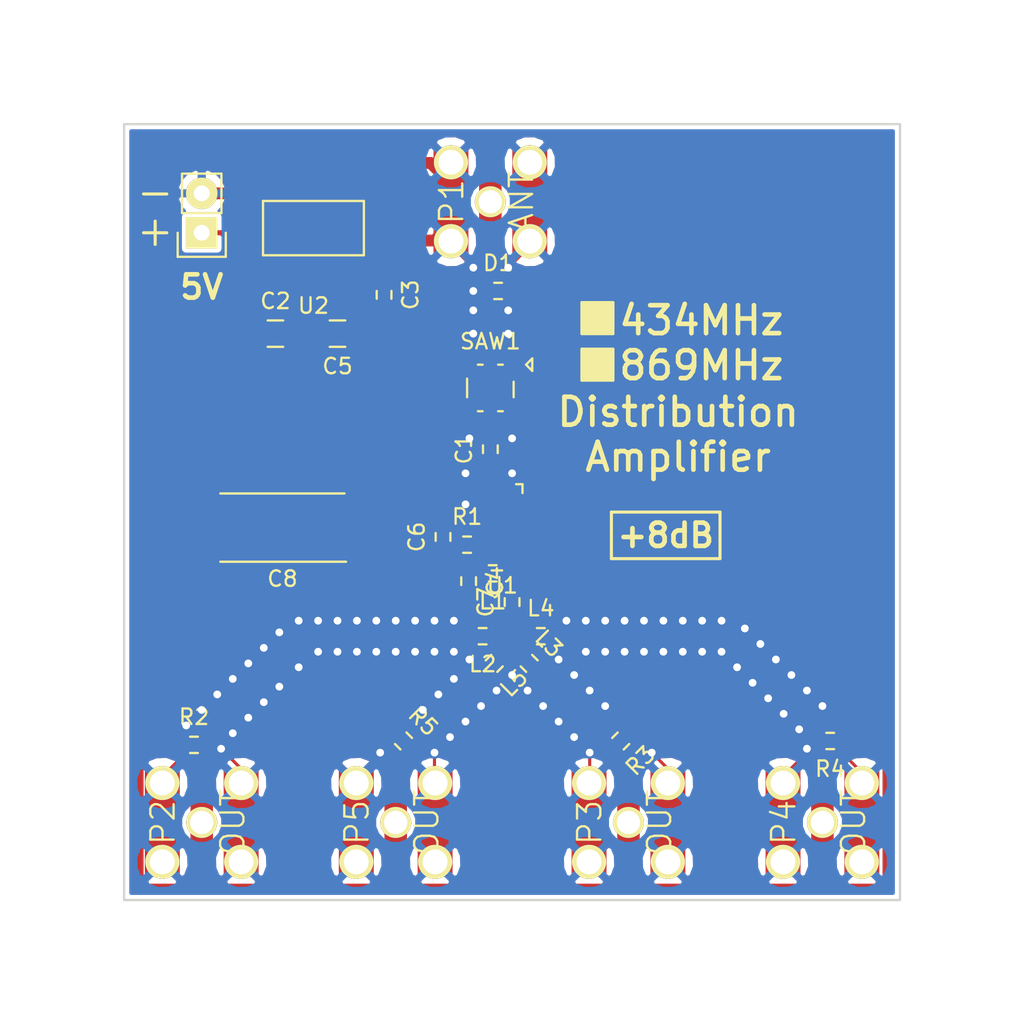
<source format=kicad_pcb>
(kicad_pcb (version 4) (host pcbnew 4.0.2-stable)

  (general
    (links 84)
    (no_connects 0)
    (area 52 52 118.000001 118.000001)
    (thickness 1.6)
    (drawings 23)
    (tracks 354)
    (zones 0)
    (modules 28)
    (nets 15)
  )

  (page A4)
  (layers
    (0 F.Cu signal)
    (1 In1.Cu signal)
    (2 In2.Cu signal)
    (31 B.Cu signal)
    (32 B.Adhes user)
    (33 F.Adhes user)
    (34 B.Paste user)
    (35 F.Paste user)
    (36 B.SilkS user)
    (37 F.SilkS user)
    (38 B.Mask user)
    (39 F.Mask user)
    (40 Dwgs.User user)
    (41 Cmts.User user)
    (42 Eco1.User user)
    (43 Eco2.User user)
    (44 Edge.Cuts user)
    (45 Margin user)
    (46 B.CrtYd user)
    (47 F.CrtYd user)
    (48 B.Fab user)
    (49 F.Fab user)
  )

  (setup
    (last_trace_width 0.15)
    (user_trace_width 0.18)
    (user_trace_width 0.2)
    (user_trace_width 0.254)
    (user_trace_width 0.32)
    (user_trace_width 0.381)
    (user_trace_width 0.508)
    (user_trace_width 0.762)
    (trace_clearance 0.15)
    (zone_clearance 0.254)
    (zone_45_only no)
    (trace_min 0.15)
    (segment_width 0.2)
    (edge_width 0.15)
    (via_size 0.6)
    (via_drill 0.3)
    (via_min_size 0.6)
    (via_min_drill 0.3)
    (user_via 0.8 0.5)
    (user_via 1.2 0.8)
    (uvia_size 0.3)
    (uvia_drill 0.1)
    (uvias_allowed no)
    (uvia_min_size 0.2)
    (uvia_min_drill 0.1)
    (pcb_text_width 0.3)
    (pcb_text_size 1.5 1.5)
    (mod_edge_width 0.15)
    (mod_text_size 1 1)
    (mod_text_width 0.15)
    (pad_size 1.524 1.524)
    (pad_drill 0.762)
    (pad_to_mask_clearance 0)
    (aux_axis_origin 0 0)
    (visible_elements FFFFFF7F)
    (pcbplotparams
      (layerselection 0x010f0_80000007)
      (usegerberextensions true)
      (excludeedgelayer true)
      (linewidth 0.100000)
      (plotframeref false)
      (viasonmask false)
      (mode 1)
      (useauxorigin false)
      (hpglpennumber 1)
      (hpglpenspeed 20)
      (hpglpendiameter 15)
      (hpglpenoverlay 2)
      (psnegative false)
      (psa4output false)
      (plotreference false)
      (plotvalue false)
      (plotinvisibletext false)
      (padsonsilk false)
      (subtractmaskfromsilk false)
      (outputformat 1)
      (mirror false)
      (drillshape 0)
      (scaleselection 1)
      (outputdirectory gerber-amp))
  )

  (net 0 "")
  (net 1 "Net-(C1-Pad1)")
  (net 2 "Net-(C1-Pad2)")
  (net 3 +5V)
  (net 4 GND)
  (net 5 "Net-(C3-Pad1)")
  (net 6 Vcc_3V)
  (net 7 "Net-(C7-Pad1)")
  (net 8 "Net-(C7-Pad2)")
  (net 9 "Net-(D1-Pad1)")
  (net 10 "Net-(L2-Pad2)")
  (net 11 "Net-(L3-Pad2)")
  (net 12 "Net-(L4-Pad2)")
  (net 13 "Net-(L5-Pad2)")
  (net 14 "Net-(R1-Pad2)")

  (net_class Default "This is the default net class."
    (clearance 0.15)
    (trace_width 0.15)
    (via_dia 0.6)
    (via_drill 0.3)
    (uvia_dia 0.3)
    (uvia_drill 0.1)
    (add_net +5V)
    (add_net GND)
    (add_net "Net-(C1-Pad1)")
    (add_net "Net-(C1-Pad2)")
    (add_net "Net-(C3-Pad1)")
    (add_net "Net-(C7-Pad1)")
    (add_net "Net-(C7-Pad2)")
    (add_net "Net-(D1-Pad1)")
    (add_net "Net-(L2-Pad2)")
    (add_net "Net-(L3-Pad2)")
    (add_net "Net-(L4-Pad2)")
    (add_net "Net-(L5-Pad2)")
    (add_net "Net-(R1-Pad2)")
    (add_net Vcc_3V)
  )

  (module "Custom Parts:RFcon" (layer F.Cu) (tedit 57820D92) (tstamp 57856353)
    (at 92.5 105 90)
    (path /57855A01)
    (fp_text reference P3 (at 0 -2.5 90) (layer F.SilkS)
      (effects (font (size 1.5 1.5) (thickness 0.15)))
    )
    (fp_text value OUT (at 0 2 90) (layer F.SilkS)
      (effects (font (size 1.5 1.5) (thickness 0.15)))
    )
    (pad 1 smd rect (at 0 0 90) (size 5 1.45) (layers F.Cu F.Paste F.Mask)
      (net 11 "Net-(L3-Pad2)"))
    (pad 2 smd rect (at 0 2.54 90) (size 7 2.25) (layers F.Cu F.Paste F.Mask)
      (net 4 GND))
    (pad 2 smd rect (at 0 -2.54 90) (size 7 2.25) (layers F.Cu F.Paste F.Mask)
      (net 4 GND))
    (pad 1 thru_hole circle (at 0 0 90) (size 2 2) (drill 1.5) (layers *.Cu *.Mask F.SilkS)
      (net 11 "Net-(L3-Pad2)"))
    (pad 2 thru_hole circle (at 2.54 -2.54 90) (size 2.2 2.2) (drill 1.6) (layers *.Cu *.Mask F.SilkS)
      (net 4 GND))
    (pad 2 thru_hole circle (at -2.54 -2.54 90) (size 2.2 2.2) (drill 1.6) (layers *.Cu *.Mask F.SilkS)
      (net 4 GND))
    (pad 2 thru_hole circle (at 2.54 2.54 90) (size 2.2 2.2) (drill 1.6) (layers *.Cu *.Mask F.SilkS)
      (net 4 GND))
    (pad 2 thru_hole circle (at -2.54 2.54 90) (size 2.2 2.2) (drill 1.6) (layers *.Cu *.Mask F.SilkS)
      (net 4 GND))
  )

  (module Capacitors_SMD:C_0402 (layer F.Cu) (tedit 5415D599) (tstamp 578562E1)
    (at 83.6 80.95 90)
    (descr "Capacitor SMD 0402, reflow soldering, AVX (see smccp.pdf)")
    (tags "capacitor 0402")
    (path /57853443)
    (attr smd)
    (fp_text reference C1 (at 0 -1.7 90) (layer F.SilkS)
      (effects (font (size 1 1) (thickness 0.15)))
    )
    (fp_text value 1n (at 0 1.7 90) (layer F.Fab)
      (effects (font (size 1 1) (thickness 0.15)))
    )
    (fp_line (start -1.15 -0.6) (end 1.15 -0.6) (layer F.CrtYd) (width 0.05))
    (fp_line (start -1.15 0.6) (end 1.15 0.6) (layer F.CrtYd) (width 0.05))
    (fp_line (start -1.15 -0.6) (end -1.15 0.6) (layer F.CrtYd) (width 0.05))
    (fp_line (start 1.15 -0.6) (end 1.15 0.6) (layer F.CrtYd) (width 0.05))
    (fp_line (start 0.25 -0.475) (end -0.25 -0.475) (layer F.SilkS) (width 0.15))
    (fp_line (start -0.25 0.475) (end 0.25 0.475) (layer F.SilkS) (width 0.15))
    (pad 1 smd rect (at -0.55 0 90) (size 0.6 0.5) (layers F.Cu F.Paste F.Mask)
      (net 1 "Net-(C1-Pad1)"))
    (pad 2 smd rect (at 0.55 0 90) (size 0.6 0.5) (layers F.Cu F.Paste F.Mask)
      (net 2 "Net-(C1-Pad2)"))
    (model Capacitors_SMD.3dshapes/C_0402.wrl
      (at (xyz 0 0 0))
      (scale (xyz 1 1 1))
      (rotate (xyz 0 0 0))
    )
  )

  (module Capacitors_SMD:C_0805 (layer F.Cu) (tedit 5415D6EA) (tstamp 578562E7)
    (at 69.75 73.5)
    (descr "Capacitor SMD 0805, reflow soldering, AVX (see smccp.pdf)")
    (tags "capacitor 0805")
    (path /57858004)
    (attr smd)
    (fp_text reference C2 (at 0 -2.1) (layer F.SilkS)
      (effects (font (size 1 1) (thickness 0.15)))
    )
    (fp_text value 4.7µ (at 0 2.1) (layer F.Fab)
      (effects (font (size 1 1) (thickness 0.15)))
    )
    (fp_line (start -1.8 -1) (end 1.8 -1) (layer F.CrtYd) (width 0.05))
    (fp_line (start -1.8 1) (end 1.8 1) (layer F.CrtYd) (width 0.05))
    (fp_line (start -1.8 -1) (end -1.8 1) (layer F.CrtYd) (width 0.05))
    (fp_line (start 1.8 -1) (end 1.8 1) (layer F.CrtYd) (width 0.05))
    (fp_line (start 0.5 -0.85) (end -0.5 -0.85) (layer F.SilkS) (width 0.15))
    (fp_line (start -0.5 0.85) (end 0.5 0.85) (layer F.SilkS) (width 0.15))
    (pad 1 smd rect (at -1 0) (size 1 1.25) (layers F.Cu F.Paste F.Mask)
      (net 3 +5V))
    (pad 2 smd rect (at 1 0) (size 1 1.25) (layers F.Cu F.Paste F.Mask)
      (net 4 GND))
    (model Capacitors_SMD.3dshapes/C_0805.wrl
      (at (xyz 0 0 0))
      (scale (xyz 1 1 1))
      (rotate (xyz 0 0 0))
    )
  )

  (module Capacitors_SMD:C_0402 (layer F.Cu) (tedit 5415D599) (tstamp 578562ED)
    (at 76.75 71 270)
    (descr "Capacitor SMD 0402, reflow soldering, AVX (see smccp.pdf)")
    (tags "capacitor 0402")
    (path /578584B1)
    (attr smd)
    (fp_text reference C3 (at 0 -1.7 270) (layer F.SilkS)
      (effects (font (size 1 1) (thickness 0.15)))
    )
    (fp_text value 10n (at 0 1.7 270) (layer F.Fab)
      (effects (font (size 1 1) (thickness 0.15)))
    )
    (fp_line (start -1.15 -0.6) (end 1.15 -0.6) (layer F.CrtYd) (width 0.05))
    (fp_line (start -1.15 0.6) (end 1.15 0.6) (layer F.CrtYd) (width 0.05))
    (fp_line (start -1.15 -0.6) (end -1.15 0.6) (layer F.CrtYd) (width 0.05))
    (fp_line (start 1.15 -0.6) (end 1.15 0.6) (layer F.CrtYd) (width 0.05))
    (fp_line (start 0.25 -0.475) (end -0.25 -0.475) (layer F.SilkS) (width 0.15))
    (fp_line (start -0.25 0.475) (end 0.25 0.475) (layer F.SilkS) (width 0.15))
    (pad 1 smd rect (at -0.55 0 270) (size 0.6 0.5) (layers F.Cu F.Paste F.Mask)
      (net 5 "Net-(C3-Pad1)"))
    (pad 2 smd rect (at 0.55 0 270) (size 0.6 0.5) (layers F.Cu F.Paste F.Mask)
      (net 4 GND))
    (model Capacitors_SMD.3dshapes/C_0402.wrl
      (at (xyz 0 0 0))
      (scale (xyz 1 1 1))
      (rotate (xyz 0 0 0))
    )
  )

  (module Capacitors_SMD:C_0402 (layer F.Cu) (tedit 5415D599) (tstamp 578562F3)
    (at 82.2 89.45 270)
    (descr "Capacitor SMD 0402, reflow soldering, AVX (see smccp.pdf)")
    (tags "capacitor 0402")
    (path /5785374C)
    (attr smd)
    (fp_text reference C4 (at 0 -1.7 270) (layer F.SilkS)
      (effects (font (size 1 1) (thickness 0.15)))
    )
    (fp_text value 10n (at 0 1.7 270) (layer F.Fab)
      (effects (font (size 1 1) (thickness 0.15)))
    )
    (fp_line (start -1.15 -0.6) (end 1.15 -0.6) (layer F.CrtYd) (width 0.05))
    (fp_line (start -1.15 0.6) (end 1.15 0.6) (layer F.CrtYd) (width 0.05))
    (fp_line (start -1.15 -0.6) (end -1.15 0.6) (layer F.CrtYd) (width 0.05))
    (fp_line (start 1.15 -0.6) (end 1.15 0.6) (layer F.CrtYd) (width 0.05))
    (fp_line (start 0.25 -0.475) (end -0.25 -0.475) (layer F.SilkS) (width 0.15))
    (fp_line (start -0.25 0.475) (end 0.25 0.475) (layer F.SilkS) (width 0.15))
    (pad 1 smd rect (at -0.55 0 270) (size 0.6 0.5) (layers F.Cu F.Paste F.Mask)
      (net 6 Vcc_3V))
    (pad 2 smd rect (at 0.55 0 270) (size 0.6 0.5) (layers F.Cu F.Paste F.Mask)
      (net 4 GND))
    (model Capacitors_SMD.3dshapes/C_0402.wrl
      (at (xyz 0 0 0))
      (scale (xyz 1 1 1))
      (rotate (xyz 0 0 0))
    )
  )

  (module Capacitors_SMD:C_0805 (layer F.Cu) (tedit 5415D6EA) (tstamp 578562F9)
    (at 73.75 73.5 180)
    (descr "Capacitor SMD 0805, reflow soldering, AVX (see smccp.pdf)")
    (tags "capacitor 0805")
    (path /57858799)
    (attr smd)
    (fp_text reference C5 (at 0 -2.1 180) (layer F.SilkS)
      (effects (font (size 1 1) (thickness 0.15)))
    )
    (fp_text value 4.7µ (at 0 2.1 180) (layer F.Fab)
      (effects (font (size 1 1) (thickness 0.15)))
    )
    (fp_line (start -1.8 -1) (end 1.8 -1) (layer F.CrtYd) (width 0.05))
    (fp_line (start -1.8 1) (end 1.8 1) (layer F.CrtYd) (width 0.05))
    (fp_line (start -1.8 -1) (end -1.8 1) (layer F.CrtYd) (width 0.05))
    (fp_line (start 1.8 -1) (end 1.8 1) (layer F.CrtYd) (width 0.05))
    (fp_line (start 0.5 -0.85) (end -0.5 -0.85) (layer F.SilkS) (width 0.15))
    (fp_line (start -0.5 0.85) (end 0.5 0.85) (layer F.SilkS) (width 0.15))
    (pad 1 smd rect (at -1 0 180) (size 1 1.25) (layers F.Cu F.Paste F.Mask)
      (net 6 Vcc_3V))
    (pad 2 smd rect (at 1 0 180) (size 1 1.25) (layers F.Cu F.Paste F.Mask)
      (net 4 GND))
    (model Capacitors_SMD.3dshapes/C_0805.wrl
      (at (xyz 0 0 0))
      (scale (xyz 1 1 1))
      (rotate (xyz 0 0 0))
    )
  )

  (module Capacitors_SMD:C_0402 (layer F.Cu) (tedit 5415D599) (tstamp 578562FF)
    (at 80.55 86.6 90)
    (descr "Capacitor SMD 0402, reflow soldering, AVX (see smccp.pdf)")
    (tags "capacitor 0402")
    (path /57853D62)
    (attr smd)
    (fp_text reference C6 (at 0 -1.7 90) (layer F.SilkS)
      (effects (font (size 1 1) (thickness 0.15)))
    )
    (fp_text value 1n (at 0 1.7 90) (layer F.Fab)
      (effects (font (size 1 1) (thickness 0.15)))
    )
    (fp_line (start -1.15 -0.6) (end 1.15 -0.6) (layer F.CrtYd) (width 0.05))
    (fp_line (start -1.15 0.6) (end 1.15 0.6) (layer F.CrtYd) (width 0.05))
    (fp_line (start -1.15 -0.6) (end -1.15 0.6) (layer F.CrtYd) (width 0.05))
    (fp_line (start 1.15 -0.6) (end 1.15 0.6) (layer F.CrtYd) (width 0.05))
    (fp_line (start 0.25 -0.475) (end -0.25 -0.475) (layer F.SilkS) (width 0.15))
    (fp_line (start -0.25 0.475) (end 0.25 0.475) (layer F.SilkS) (width 0.15))
    (pad 1 smd rect (at -0.55 0 90) (size 0.6 0.5) (layers F.Cu F.Paste F.Mask)
      (net 6 Vcc_3V))
    (pad 2 smd rect (at 0.55 0 90) (size 0.6 0.5) (layers F.Cu F.Paste F.Mask)
      (net 4 GND))
    (model Capacitors_SMD.3dshapes/C_0402.wrl
      (at (xyz 0 0 0))
      (scale (xyz 1 1 1))
      (rotate (xyz 0 0 0))
    )
  )

  (module Capacitors_SMD:C_0402 (layer F.Cu) (tedit 5415D599) (tstamp 57856305)
    (at 85 90.8 90)
    (descr "Capacitor SMD 0402, reflow soldering, AVX (see smccp.pdf)")
    (tags "capacitor 0402")
    (path /5785479C)
    (attr smd)
    (fp_text reference C7 (at 0 -1.7 90) (layer F.SilkS)
      (effects (font (size 1 1) (thickness 0.15)))
    )
    (fp_text value 1n (at 0 1.7 90) (layer F.Fab)
      (effects (font (size 1 1) (thickness 0.15)))
    )
    (fp_line (start -1.15 -0.6) (end 1.15 -0.6) (layer F.CrtYd) (width 0.05))
    (fp_line (start -1.15 0.6) (end 1.15 0.6) (layer F.CrtYd) (width 0.05))
    (fp_line (start -1.15 -0.6) (end -1.15 0.6) (layer F.CrtYd) (width 0.05))
    (fp_line (start 1.15 -0.6) (end 1.15 0.6) (layer F.CrtYd) (width 0.05))
    (fp_line (start 0.25 -0.475) (end -0.25 -0.475) (layer F.SilkS) (width 0.15))
    (fp_line (start -0.25 0.475) (end 0.25 0.475) (layer F.SilkS) (width 0.15))
    (pad 1 smd rect (at -0.55 0 90) (size 0.6 0.5) (layers F.Cu F.Paste F.Mask)
      (net 7 "Net-(C7-Pad1)"))
    (pad 2 smd rect (at 0.55 0 90) (size 0.6 0.5) (layers F.Cu F.Paste F.Mask)
      (net 8 "Net-(C7-Pad2)"))
    (model Capacitors_SMD.3dshapes/C_0402.wrl
      (at (xyz 0 0 0))
      (scale (xyz 1 1 1))
      (rotate (xyz 0 0 0))
    )
  )

  (module Capacitors_Tantalum_SMD:TantalC_SizeD_EIA-7343_Reflow (layer F.Cu) (tedit 555EF99E) (tstamp 5785630B)
    (at 70 86 180)
    (descr "Tantal Cap. , Size D, EIA-7343, Reflow")
    (tags "Tantal Capacitor Size-D EIA-7343 Reflow")
    (path /578539B8)
    (attr smd)
    (fp_text reference C8 (at -0.20066 -3.29946 180) (layer F.SilkS)
      (effects (font (size 1 1) (thickness 0.15)))
    )
    (fp_text value 100µ (at -0.09906 3.59918 180) (layer F.Fab)
      (effects (font (size 1 1) (thickness 0.15)))
    )
    (fp_line (start 4.6 -2.6) (end -4.6 -2.6) (layer F.CrtYd) (width 0.05))
    (fp_line (start -4.6 -2.6) (end -4.6 2.6) (layer F.CrtYd) (width 0.05))
    (fp_line (start -4.6 2.6) (end 4.6 2.6) (layer F.CrtYd) (width 0.05))
    (fp_line (start 4.6 2.6) (end 4.6 -2.6) (layer F.CrtYd) (width 0.05))
    (fp_line (start -4.2 2.2) (end 3.8 2.2) (layer F.SilkS) (width 0.15))
    (fp_line (start 3.8 -2.2) (end -4.3 -2.2) (layer F.SilkS) (width 0.15))
    (pad 2 smd rect (at 3.12 0 180) (size 2.37 2.43) (layers F.Cu F.Paste F.Mask)
      (net 4 GND))
    (pad 1 smd rect (at -3.12 0 180) (size 2.37 2.43) (layers F.Cu F.Paste F.Mask)
      (net 6 Vcc_3V))
    (model Capacitors_Tantalum_SMD.3dshapes/TantalC_SizeD_EIA-7343_Reflow.wrl
      (at (xyz 0 0 0))
      (scale (xyz 1 1 1))
      (rotate (xyz 0 0 180))
    )
  )

  (module Resistors_SMD:R_0402 (layer F.Cu) (tedit 5415CBB8) (tstamp 57856311)
    (at 84.1 70.75)
    (descr "Resistor SMD 0402, reflow soldering, Vishay (see dcrcw.pdf)")
    (tags "resistor 0402")
    (path /578531FB)
    (attr smd)
    (fp_text reference D1 (at 0 -1.8) (layer F.SilkS)
      (effects (font (size 1 1) (thickness 0.15)))
    )
    (fp_text value ESDAXLC6-1BT2 (at 0 1.8) (layer F.Fab)
      (effects (font (size 1 1) (thickness 0.15)))
    )
    (fp_line (start -0.95 -0.65) (end 0.95 -0.65) (layer F.CrtYd) (width 0.05))
    (fp_line (start -0.95 0.65) (end 0.95 0.65) (layer F.CrtYd) (width 0.05))
    (fp_line (start -0.95 -0.65) (end -0.95 0.65) (layer F.CrtYd) (width 0.05))
    (fp_line (start 0.95 -0.65) (end 0.95 0.65) (layer F.CrtYd) (width 0.05))
    (fp_line (start 0.25 -0.525) (end -0.25 -0.525) (layer F.SilkS) (width 0.15))
    (fp_line (start -0.25 0.525) (end 0.25 0.525) (layer F.SilkS) (width 0.15))
    (pad 1 smd rect (at -0.45 0) (size 0.4 0.6) (layers F.Cu F.Paste F.Mask)
      (net 9 "Net-(D1-Pad1)"))
    (pad 2 smd rect (at 0.45 0) (size 0.4 0.6) (layers F.Cu F.Paste F.Mask)
      (net 4 GND))
    (model Resistors_SMD.3dshapes/R_0402.wrl
      (at (xyz 0 0 0))
      (scale (xyz 1 1 1))
      (rotate (xyz 0 0 0))
    )
  )

  (module Resistors_SMD:R_0402 (layer F.Cu) (tedit 5415CBB8) (tstamp 57856317)
    (at 83.75 88.95 180)
    (descr "Resistor SMD 0402, reflow soldering, Vishay (see dcrcw.pdf)")
    (tags "resistor 0402")
    (path /57853BC2)
    (attr smd)
    (fp_text reference L1 (at 0 -1.8 180) (layer F.SilkS)
      (effects (font (size 1 1) (thickness 0.15)))
    )
    (fp_text value 82n (at 0 1.8 180) (layer F.Fab)
      (effects (font (size 1 1) (thickness 0.15)))
    )
    (fp_line (start -0.95 -0.65) (end 0.95 -0.65) (layer F.CrtYd) (width 0.05))
    (fp_line (start -0.95 0.65) (end 0.95 0.65) (layer F.CrtYd) (width 0.05))
    (fp_line (start -0.95 -0.65) (end -0.95 0.65) (layer F.CrtYd) (width 0.05))
    (fp_line (start 0.95 -0.65) (end 0.95 0.65) (layer F.CrtYd) (width 0.05))
    (fp_line (start 0.25 -0.525) (end -0.25 -0.525) (layer F.SilkS) (width 0.15))
    (fp_line (start -0.25 0.525) (end 0.25 0.525) (layer F.SilkS) (width 0.15))
    (pad 1 smd rect (at -0.45 0 180) (size 0.4 0.6) (layers F.Cu F.Paste F.Mask)
      (net 8 "Net-(C7-Pad2)"))
    (pad 2 smd rect (at 0.45 0 180) (size 0.4 0.6) (layers F.Cu F.Paste F.Mask)
      (net 6 Vcc_3V))
    (model Resistors_SMD.3dshapes/R_0402.wrl
      (at (xyz 0 0 0))
      (scale (xyz 1 1 1))
      (rotate (xyz 0 0 0))
    )
  )

  (module Resistors_SMD:R_0402 (layer F.Cu) (tedit 5415CBB8) (tstamp 5785631D)
    (at 83.1 93 180)
    (descr "Resistor SMD 0402, reflow soldering, Vishay (see dcrcw.pdf)")
    (tags "resistor 0402")
    (path /57854938)
    (attr smd)
    (fp_text reference L2 (at 0 -1.8 180) (layer F.SilkS)
      (effects (font (size 1 1) (thickness 0.15)))
    )
    (fp_text value 72n (at 0 1.8 180) (layer F.Fab)
      (effects (font (size 1 1) (thickness 0.15)))
    )
    (fp_line (start -0.95 -0.65) (end 0.95 -0.65) (layer F.CrtYd) (width 0.05))
    (fp_line (start -0.95 0.65) (end 0.95 0.65) (layer F.CrtYd) (width 0.05))
    (fp_line (start -0.95 -0.65) (end -0.95 0.65) (layer F.CrtYd) (width 0.05))
    (fp_line (start 0.95 -0.65) (end 0.95 0.65) (layer F.CrtYd) (width 0.05))
    (fp_line (start 0.25 -0.525) (end -0.25 -0.525) (layer F.SilkS) (width 0.15))
    (fp_line (start -0.25 0.525) (end 0.25 0.525) (layer F.SilkS) (width 0.15))
    (pad 1 smd rect (at -0.45 0 180) (size 0.4 0.6) (layers F.Cu F.Paste F.Mask)
      (net 7 "Net-(C7-Pad1)"))
    (pad 2 smd rect (at 0.45 0 180) (size 0.4 0.6) (layers F.Cu F.Paste F.Mask)
      (net 10 "Net-(L2-Pad2)"))
    (model Resistors_SMD.3dshapes/R_0402.wrl
      (at (xyz 0 0 0))
      (scale (xyz 1 1 1))
      (rotate (xyz 0 0 0))
    )
  )

  (module Resistors_SMD:R_0402 (layer F.Cu) (tedit 5415CBB8) (tstamp 57856323)
    (at 86.1 94.75 315)
    (descr "Resistor SMD 0402, reflow soldering, Vishay (see dcrcw.pdf)")
    (tags "resistor 0402")
    (path /57854AF0)
    (attr smd)
    (fp_text reference L3 (at 0 -1.8 315) (layer F.SilkS)
      (effects (font (size 1 1) (thickness 0.15)))
    )
    (fp_text value 72n (at 0 1.8 315) (layer F.Fab)
      (effects (font (size 1 1) (thickness 0.15)))
    )
    (fp_line (start -0.95 -0.65) (end 0.95 -0.65) (layer F.CrtYd) (width 0.05))
    (fp_line (start -0.95 0.65) (end 0.95 0.65) (layer F.CrtYd) (width 0.05))
    (fp_line (start -0.95 -0.65) (end -0.95 0.65) (layer F.CrtYd) (width 0.05))
    (fp_line (start 0.95 -0.65) (end 0.95 0.65) (layer F.CrtYd) (width 0.05))
    (fp_line (start 0.25 -0.525) (end -0.25 -0.525) (layer F.SilkS) (width 0.15))
    (fp_line (start -0.25 0.525) (end 0.25 0.525) (layer F.SilkS) (width 0.15))
    (pad 1 smd rect (at -0.45 0 315) (size 0.4 0.6) (layers F.Cu F.Paste F.Mask)
      (net 7 "Net-(C7-Pad1)"))
    (pad 2 smd rect (at 0.45 0 315) (size 0.4 0.6) (layers F.Cu F.Paste F.Mask)
      (net 11 "Net-(L3-Pad2)"))
    (model Resistors_SMD.3dshapes/R_0402.wrl
      (at (xyz 0 0 0))
      (scale (xyz 1 1 1))
      (rotate (xyz 0 0 0))
    )
  )

  (module Resistors_SMD:R_0402 (layer F.Cu) (tedit 5415CBB8) (tstamp 57856329)
    (at 86.85 93)
    (descr "Resistor SMD 0402, reflow soldering, Vishay (see dcrcw.pdf)")
    (tags "resistor 0402")
    (path /57854BE3)
    (attr smd)
    (fp_text reference L4 (at 0 -1.8) (layer F.SilkS)
      (effects (font (size 1 1) (thickness 0.15)))
    )
    (fp_text value 72n (at 0 1.8) (layer F.Fab)
      (effects (font (size 1 1) (thickness 0.15)))
    )
    (fp_line (start -0.95 -0.65) (end 0.95 -0.65) (layer F.CrtYd) (width 0.05))
    (fp_line (start -0.95 0.65) (end 0.95 0.65) (layer F.CrtYd) (width 0.05))
    (fp_line (start -0.95 -0.65) (end -0.95 0.65) (layer F.CrtYd) (width 0.05))
    (fp_line (start 0.95 -0.65) (end 0.95 0.65) (layer F.CrtYd) (width 0.05))
    (fp_line (start 0.25 -0.525) (end -0.25 -0.525) (layer F.SilkS) (width 0.15))
    (fp_line (start -0.25 0.525) (end 0.25 0.525) (layer F.SilkS) (width 0.15))
    (pad 1 smd rect (at -0.45 0) (size 0.4 0.6) (layers F.Cu F.Paste F.Mask)
      (net 7 "Net-(C7-Pad1)"))
    (pad 2 smd rect (at 0.45 0) (size 0.4 0.6) (layers F.Cu F.Paste F.Mask)
      (net 12 "Net-(L4-Pad2)"))
    (model Resistors_SMD.3dshapes/R_0402.wrl
      (at (xyz 0 0 0))
      (scale (xyz 1 1 1))
      (rotate (xyz 0 0 0))
    )
  )

  (module Resistors_SMD:R_0402 (layer F.Cu) (tedit 5415CBB8) (tstamp 5785632F)
    (at 83.85 94.75 225)
    (descr "Resistor SMD 0402, reflow soldering, Vishay (see dcrcw.pdf)")
    (tags "resistor 0402")
    (path /57854CBD)
    (attr smd)
    (fp_text reference L5 (at 0 -1.8 225) (layer F.SilkS)
      (effects (font (size 1 1) (thickness 0.15)))
    )
    (fp_text value 72n (at 0 1.8 225) (layer F.Fab)
      (effects (font (size 1 1) (thickness 0.15)))
    )
    (fp_line (start -0.95 -0.65) (end 0.95 -0.65) (layer F.CrtYd) (width 0.05))
    (fp_line (start -0.95 0.65) (end 0.95 0.65) (layer F.CrtYd) (width 0.05))
    (fp_line (start -0.95 -0.65) (end -0.95 0.65) (layer F.CrtYd) (width 0.05))
    (fp_line (start 0.95 -0.65) (end 0.95 0.65) (layer F.CrtYd) (width 0.05))
    (fp_line (start 0.25 -0.525) (end -0.25 -0.525) (layer F.SilkS) (width 0.15))
    (fp_line (start -0.25 0.525) (end 0.25 0.525) (layer F.SilkS) (width 0.15))
    (pad 1 smd rect (at -0.45 0 225) (size 0.4 0.6) (layers F.Cu F.Paste F.Mask)
      (net 7 "Net-(C7-Pad1)"))
    (pad 2 smd rect (at 0.45 0 225) (size 0.4 0.6) (layers F.Cu F.Paste F.Mask)
      (net 13 "Net-(L5-Pad2)"))
    (model Resistors_SMD.3dshapes/R_0402.wrl
      (at (xyz 0 0 0))
      (scale (xyz 1 1 1))
      (rotate (xyz 0 0 0))
    )
  )

  (module "Custom Parts:RFcon" (layer F.Cu) (tedit 57820D92) (tstamp 5785633B)
    (at 83.6 65 90)
    (path /5785316E)
    (fp_text reference P1 (at 0 -2.5 90) (layer F.SilkS)
      (effects (font (size 1.5 1.5) (thickness 0.15)))
    )
    (fp_text value ANT (at 0 2 90) (layer F.SilkS)
      (effects (font (size 1.5 1.5) (thickness 0.15)))
    )
    (pad 1 smd rect (at 0 0 90) (size 5 1.45) (layers F.Cu F.Paste F.Mask)
      (net 9 "Net-(D1-Pad1)"))
    (pad 2 smd rect (at 0 2.54 90) (size 7 2.25) (layers F.Cu F.Paste F.Mask)
      (net 4 GND))
    (pad 2 smd rect (at 0 -2.54 90) (size 7 2.25) (layers F.Cu F.Paste F.Mask)
      (net 4 GND))
    (pad 1 thru_hole circle (at 0 0 90) (size 2 2) (drill 1.5) (layers *.Cu *.Mask F.SilkS)
      (net 9 "Net-(D1-Pad1)"))
    (pad 2 thru_hole circle (at 2.54 -2.54 90) (size 2.2 2.2) (drill 1.6) (layers *.Cu *.Mask F.SilkS)
      (net 4 GND))
    (pad 2 thru_hole circle (at -2.54 -2.54 90) (size 2.2 2.2) (drill 1.6) (layers *.Cu *.Mask F.SilkS)
      (net 4 GND))
    (pad 2 thru_hole circle (at 2.54 2.54 90) (size 2.2 2.2) (drill 1.6) (layers *.Cu *.Mask F.SilkS)
      (net 4 GND))
    (pad 2 thru_hole circle (at -2.54 2.54 90) (size 2.2 2.2) (drill 1.6) (layers *.Cu *.Mask F.SilkS)
      (net 4 GND))
  )

  (module "Custom Parts:RFcon" (layer F.Cu) (tedit 57820D92) (tstamp 57856347)
    (at 65 105 90)
    (path /57855858)
    (fp_text reference P2 (at 0 -2.5 90) (layer F.SilkS)
      (effects (font (size 1.5 1.5) (thickness 0.15)))
    )
    (fp_text value OUT (at 0 2 90) (layer F.SilkS)
      (effects (font (size 1.5 1.5) (thickness 0.15)))
    )
    (pad 1 smd rect (at 0 0 90) (size 5 1.45) (layers F.Cu F.Paste F.Mask)
      (net 10 "Net-(L2-Pad2)"))
    (pad 2 smd rect (at 0 2.54 90) (size 7 2.25) (layers F.Cu F.Paste F.Mask)
      (net 4 GND))
    (pad 2 smd rect (at 0 -2.54 90) (size 7 2.25) (layers F.Cu F.Paste F.Mask)
      (net 4 GND))
    (pad 1 thru_hole circle (at 0 0 90) (size 2 2) (drill 1.5) (layers *.Cu *.Mask F.SilkS)
      (net 10 "Net-(L2-Pad2)"))
    (pad 2 thru_hole circle (at 2.54 -2.54 90) (size 2.2 2.2) (drill 1.6) (layers *.Cu *.Mask F.SilkS)
      (net 4 GND))
    (pad 2 thru_hole circle (at -2.54 -2.54 90) (size 2.2 2.2) (drill 1.6) (layers *.Cu *.Mask F.SilkS)
      (net 4 GND))
    (pad 2 thru_hole circle (at 2.54 2.54 90) (size 2.2 2.2) (drill 1.6) (layers *.Cu *.Mask F.SilkS)
      (net 4 GND))
    (pad 2 thru_hole circle (at -2.54 2.54 90) (size 2.2 2.2) (drill 1.6) (layers *.Cu *.Mask F.SilkS)
      (net 4 GND))
  )

  (module "Custom Parts:RFcon" (layer F.Cu) (tedit 57820D92) (tstamp 5785635F)
    (at 105 105 90)
    (path /57855A68)
    (fp_text reference P4 (at 0 -2.5 90) (layer F.SilkS)
      (effects (font (size 1.5 1.5) (thickness 0.15)))
    )
    (fp_text value OUT (at 0 2 90) (layer F.SilkS)
      (effects (font (size 1.5 1.5) (thickness 0.15)))
    )
    (pad 1 smd rect (at 0 0 90) (size 5 1.45) (layers F.Cu F.Paste F.Mask)
      (net 12 "Net-(L4-Pad2)"))
    (pad 2 smd rect (at 0 2.54 90) (size 7 2.25) (layers F.Cu F.Paste F.Mask)
      (net 4 GND))
    (pad 2 smd rect (at 0 -2.54 90) (size 7 2.25) (layers F.Cu F.Paste F.Mask)
      (net 4 GND))
    (pad 1 thru_hole circle (at 0 0 90) (size 2 2) (drill 1.5) (layers *.Cu *.Mask F.SilkS)
      (net 12 "Net-(L4-Pad2)"))
    (pad 2 thru_hole circle (at 2.54 -2.54 90) (size 2.2 2.2) (drill 1.6) (layers *.Cu *.Mask F.SilkS)
      (net 4 GND))
    (pad 2 thru_hole circle (at -2.54 -2.54 90) (size 2.2 2.2) (drill 1.6) (layers *.Cu *.Mask F.SilkS)
      (net 4 GND))
    (pad 2 thru_hole circle (at 2.54 2.54 90) (size 2.2 2.2) (drill 1.6) (layers *.Cu *.Mask F.SilkS)
      (net 4 GND))
    (pad 2 thru_hole circle (at -2.54 2.54 90) (size 2.2 2.2) (drill 1.6) (layers *.Cu *.Mask F.SilkS)
      (net 4 GND))
  )

  (module "Custom Parts:RFcon" (layer F.Cu) (tedit 57820D92) (tstamp 5785636B)
    (at 77.5 105 90)
    (path /57855ACA)
    (fp_text reference P5 (at 0 -2.5 90) (layer F.SilkS)
      (effects (font (size 1.5 1.5) (thickness 0.15)))
    )
    (fp_text value OUT (at 0 2 90) (layer F.SilkS)
      (effects (font (size 1.5 1.5) (thickness 0.15)))
    )
    (pad 1 smd rect (at 0 0 90) (size 5 1.45) (layers F.Cu F.Paste F.Mask)
      (net 13 "Net-(L5-Pad2)"))
    (pad 2 smd rect (at 0 2.54 90) (size 7 2.25) (layers F.Cu F.Paste F.Mask)
      (net 4 GND))
    (pad 2 smd rect (at 0 -2.54 90) (size 7 2.25) (layers F.Cu F.Paste F.Mask)
      (net 4 GND))
    (pad 1 thru_hole circle (at 0 0 90) (size 2 2) (drill 1.5) (layers *.Cu *.Mask F.SilkS)
      (net 13 "Net-(L5-Pad2)"))
    (pad 2 thru_hole circle (at 2.54 -2.54 90) (size 2.2 2.2) (drill 1.6) (layers *.Cu *.Mask F.SilkS)
      (net 4 GND))
    (pad 2 thru_hole circle (at -2.54 -2.54 90) (size 2.2 2.2) (drill 1.6) (layers *.Cu *.Mask F.SilkS)
      (net 4 GND))
    (pad 2 thru_hole circle (at 2.54 2.54 90) (size 2.2 2.2) (drill 1.6) (layers *.Cu *.Mask F.SilkS)
      (net 4 GND))
    (pad 2 thru_hole circle (at -2.54 2.54 90) (size 2.2 2.2) (drill 1.6) (layers *.Cu *.Mask F.SilkS)
      (net 4 GND))
  )

  (module Resistors_SMD:R_0402 (layer F.Cu) (tedit 5415CBB8) (tstamp 57856371)
    (at 82.1 87.1)
    (descr "Resistor SMD 0402, reflow soldering, Vishay (see dcrcw.pdf)")
    (tags "resistor 0402")
    (path /578536FE)
    (attr smd)
    (fp_text reference R1 (at 0 -1.8) (layer F.SilkS)
      (effects (font (size 1 1) (thickness 0.15)))
    )
    (fp_text value 120 (at 0 1.8) (layer F.Fab)
      (effects (font (size 1 1) (thickness 0.15)))
    )
    (fp_line (start -0.95 -0.65) (end 0.95 -0.65) (layer F.CrtYd) (width 0.05))
    (fp_line (start -0.95 0.65) (end 0.95 0.65) (layer F.CrtYd) (width 0.05))
    (fp_line (start -0.95 -0.65) (end -0.95 0.65) (layer F.CrtYd) (width 0.05))
    (fp_line (start 0.95 -0.65) (end 0.95 0.65) (layer F.CrtYd) (width 0.05))
    (fp_line (start 0.25 -0.525) (end -0.25 -0.525) (layer F.SilkS) (width 0.15))
    (fp_line (start -0.25 0.525) (end 0.25 0.525) (layer F.SilkS) (width 0.15))
    (pad 1 smd rect (at -0.45 0) (size 0.4 0.6) (layers F.Cu F.Paste F.Mask)
      (net 6 Vcc_3V))
    (pad 2 smd rect (at 0.45 0) (size 0.4 0.6) (layers F.Cu F.Paste F.Mask)
      (net 14 "Net-(R1-Pad2)"))
    (model Resistors_SMD.3dshapes/R_0402.wrl
      (at (xyz 0 0 0))
      (scale (xyz 1 1 1))
      (rotate (xyz 0 0 0))
    )
  )

  (module Resistors_SMD:R_0402 (layer F.Cu) (tedit 5415CBB8) (tstamp 57856377)
    (at 64.5 100)
    (descr "Resistor SMD 0402, reflow soldering, Vishay (see dcrcw.pdf)")
    (tags "resistor 0402")
    (path /57855D69)
    (attr smd)
    (fp_text reference R2 (at 0 -1.8) (layer F.SilkS)
      (effects (font (size 1 1) (thickness 0.15)))
    )
    (fp_text value DNP (at 0 1.8) (layer F.Fab)
      (effects (font (size 1 1) (thickness 0.15)))
    )
    (fp_line (start -0.95 -0.65) (end 0.95 -0.65) (layer F.CrtYd) (width 0.05))
    (fp_line (start -0.95 0.65) (end 0.95 0.65) (layer F.CrtYd) (width 0.05))
    (fp_line (start -0.95 -0.65) (end -0.95 0.65) (layer F.CrtYd) (width 0.05))
    (fp_line (start 0.95 -0.65) (end 0.95 0.65) (layer F.CrtYd) (width 0.05))
    (fp_line (start 0.25 -0.525) (end -0.25 -0.525) (layer F.SilkS) (width 0.15))
    (fp_line (start -0.25 0.525) (end 0.25 0.525) (layer F.SilkS) (width 0.15))
    (pad 1 smd rect (at -0.45 0) (size 0.4 0.6) (layers F.Cu F.Paste F.Mask)
      (net 4 GND))
    (pad 2 smd rect (at 0.45 0) (size 0.4 0.6) (layers F.Cu F.Paste F.Mask)
      (net 10 "Net-(L2-Pad2)"))
    (model Resistors_SMD.3dshapes/R_0402.wrl
      (at (xyz 0 0 0))
      (scale (xyz 1 1 1))
      (rotate (xyz 0 0 0))
    )
  )

  (module Resistors_SMD:R_0402 (layer F.Cu) (tedit 5415CBB8) (tstamp 5785637D)
    (at 92 99.75 225)
    (descr "Resistor SMD 0402, reflow soldering, Vishay (see dcrcw.pdf)")
    (tags "resistor 0402")
    (path /5785601C)
    (attr smd)
    (fp_text reference R3 (at 0 -1.8 225) (layer F.SilkS)
      (effects (font (size 1 1) (thickness 0.15)))
    )
    (fp_text value DNP (at 0 1.8 225) (layer F.Fab)
      (effects (font (size 1 1) (thickness 0.15)))
    )
    (fp_line (start -0.95 -0.65) (end 0.95 -0.65) (layer F.CrtYd) (width 0.05))
    (fp_line (start -0.95 0.65) (end 0.95 0.65) (layer F.CrtYd) (width 0.05))
    (fp_line (start -0.95 -0.65) (end -0.95 0.65) (layer F.CrtYd) (width 0.05))
    (fp_line (start 0.95 -0.65) (end 0.95 0.65) (layer F.CrtYd) (width 0.05))
    (fp_line (start 0.25 -0.525) (end -0.25 -0.525) (layer F.SilkS) (width 0.15))
    (fp_line (start -0.25 0.525) (end 0.25 0.525) (layer F.SilkS) (width 0.15))
    (pad 1 smd rect (at -0.45 0 225) (size 0.4 0.6) (layers F.Cu F.Paste F.Mask)
      (net 4 GND))
    (pad 2 smd rect (at 0.45 0 225) (size 0.4 0.6) (layers F.Cu F.Paste F.Mask)
      (net 11 "Net-(L3-Pad2)"))
    (model Resistors_SMD.3dshapes/R_0402.wrl
      (at (xyz 0 0 0))
      (scale (xyz 1 1 1))
      (rotate (xyz 0 0 0))
    )
  )

  (module Resistors_SMD:R_0402 (layer F.Cu) (tedit 5415CBB8) (tstamp 57856383)
    (at 105.5 99.75 180)
    (descr "Resistor SMD 0402, reflow soldering, Vishay (see dcrcw.pdf)")
    (tags "resistor 0402")
    (path /5785616A)
    (attr smd)
    (fp_text reference R4 (at 0 -1.8 180) (layer F.SilkS)
      (effects (font (size 1 1) (thickness 0.15)))
    )
    (fp_text value DNP (at 0 1.8 180) (layer F.Fab)
      (effects (font (size 1 1) (thickness 0.15)))
    )
    (fp_line (start -0.95 -0.65) (end 0.95 -0.65) (layer F.CrtYd) (width 0.05))
    (fp_line (start -0.95 0.65) (end 0.95 0.65) (layer F.CrtYd) (width 0.05))
    (fp_line (start -0.95 -0.65) (end -0.95 0.65) (layer F.CrtYd) (width 0.05))
    (fp_line (start 0.95 -0.65) (end 0.95 0.65) (layer F.CrtYd) (width 0.05))
    (fp_line (start 0.25 -0.525) (end -0.25 -0.525) (layer F.SilkS) (width 0.15))
    (fp_line (start -0.25 0.525) (end 0.25 0.525) (layer F.SilkS) (width 0.15))
    (pad 1 smd rect (at -0.45 0 180) (size 0.4 0.6) (layers F.Cu F.Paste F.Mask)
      (net 4 GND))
    (pad 2 smd rect (at 0.45 0 180) (size 0.4 0.6) (layers F.Cu F.Paste F.Mask)
      (net 12 "Net-(L4-Pad2)"))
    (model Resistors_SMD.3dshapes/R_0402.wrl
      (at (xyz 0 0 0))
      (scale (xyz 1 1 1))
      (rotate (xyz 0 0 0))
    )
  )

  (module Resistors_SMD:R_0402 (layer F.Cu) (tedit 5415CBB8) (tstamp 57856389)
    (at 78 99.75 315)
    (descr "Resistor SMD 0402, reflow soldering, Vishay (see dcrcw.pdf)")
    (tags "resistor 0402")
    (path /57856337)
    (attr smd)
    (fp_text reference R5 (at 0 -1.8 315) (layer F.SilkS)
      (effects (font (size 1 1) (thickness 0.15)))
    )
    (fp_text value DNP (at 0 1.8 315) (layer F.Fab)
      (effects (font (size 1 1) (thickness 0.15)))
    )
    (fp_line (start -0.95 -0.65) (end 0.95 -0.65) (layer F.CrtYd) (width 0.05))
    (fp_line (start -0.95 0.65) (end 0.95 0.65) (layer F.CrtYd) (width 0.05))
    (fp_line (start -0.95 -0.65) (end -0.95 0.65) (layer F.CrtYd) (width 0.05))
    (fp_line (start 0.95 -0.65) (end 0.95 0.65) (layer F.CrtYd) (width 0.05))
    (fp_line (start 0.25 -0.525) (end -0.25 -0.525) (layer F.SilkS) (width 0.15))
    (fp_line (start -0.25 0.525) (end 0.25 0.525) (layer F.SilkS) (width 0.15))
    (pad 1 smd rect (at -0.45 0 315) (size 0.4 0.6) (layers F.Cu F.Paste F.Mask)
      (net 4 GND))
    (pad 2 smd rect (at 0.45 0 315) (size 0.4 0.6) (layers F.Cu F.Paste F.Mask)
      (net 13 "Net-(L5-Pad2)"))
    (model Resistors_SMD.3dshapes/R_0402.wrl
      (at (xyz 0 0 0))
      (scale (xyz 1 1 1))
      (rotate (xyz 0 0 0))
    )
  )

  (module TO_SOT_Packages_SMD:SC-70-6_Handsoldering (layer F.Cu) (tedit 54E926FA) (tstamp 578563A6)
    (at 84.35 85.75 180)
    (descr "SC-70-6, Handsoldering,")
    (tags "SC-70-6, Handsoldering,")
    (path /578534D5)
    (attr smd)
    (fp_text reference U1 (at -0.02032 -3.98018 180) (layer F.SilkS)
      (effects (font (size 1 1) (thickness 0.15)))
    )
    (fp_text value MAAL-010704 (at -0.23876 4.11988 180) (layer F.Fab)
      (effects (font (size 1 1) (thickness 0.15)))
    )
    (fp_line (start -1.3208 1.97866) (end -1.3208 2.54762) (layer F.SilkS) (width 0.15))
    (fp_line (start -1.3208 2.54762) (end -0.90932 2.54762) (layer F.SilkS) (width 0.15))
    (pad 1 smd rect (at -0.65024 1.33096 180) (size 0.39878 1.50114) (layers F.Cu F.Paste F.Mask)
      (net 4 GND))
    (pad 2 smd rect (at 0 1.33096 180) (size 0.39878 1.50114) (layers F.Cu F.Paste F.Mask)
      (net 4 GND))
    (pad 3 smd rect (at 0.65024 1.33096 180) (size 0.39878 1.50114) (layers F.Cu F.Paste F.Mask)
      (net 1 "Net-(C1-Pad1)"))
    (pad 4 smd rect (at 0.65024 -1.33096 180) (size 0.39878 1.50114) (layers F.Cu F.Paste F.Mask)
      (net 14 "Net-(R1-Pad2)"))
    (pad 5 smd rect (at 0 -1.33096 180) (size 0.39878 1.50114) (layers F.Cu F.Paste F.Mask)
      (net 4 GND))
    (pad 6 smd rect (at -0.65024 -1.33096 180) (size 0.39878 1.50114) (layers F.Cu F.Paste F.Mask)
      (net 8 "Net-(C7-Pad2)"))
    (model TO_SOT_Packages_SMD.3dshapes/SC-70-6_Handsoldering.wrl
      (at (xyz 0 0 0))
      (scale (xyz 1 1 1))
      (rotate (xyz 0 0 0))
    )
  )

  (module "Custom Parts:SOT-223-6" (layer F.Cu) (tedit 56D5DEC7) (tstamp 578563B4)
    (at 72.2 69.7)
    (path /57857E2C)
    (fp_text reference U2 (at 0 2) (layer F.SilkS)
      (effects (font (size 1 1) (thickness 0.15)))
    )
    (fp_text value TPS796xxDCQ (at 0 -8) (layer F.Fab)
      (effects (font (size 1 1) (thickness 0.15)))
    )
    (fp_line (start -3.25 -4.75) (end -3.25 -1.25) (layer F.SilkS) (width 0.15))
    (fp_line (start -3.25 -1.25) (end 3.25 -1.25) (layer F.SilkS) (width 0.15))
    (fp_line (start 3.25 -1.25) (end 3.25 -4.75) (layer F.SilkS) (width 0.15))
    (fp_line (start 3.25 -4.75) (end -3.25 -4.75) (layer F.SilkS) (width 0.15))
    (pad 1 smd rect (at -2.54 0) (size 0.6 2.2) (layers F.Cu F.Paste F.Mask)
      (net 3 +5V))
    (pad 2 smd rect (at -1.27 0) (size 0.6 2.2) (layers F.Cu F.Paste F.Mask)
      (net 3 +5V))
    (pad 3 smd rect (at 0 0) (size 0.6 2.2) (layers F.Cu F.Paste F.Mask)
      (net 4 GND))
    (pad 4 smd rect (at 1.27 0) (size 0.6 2.2) (layers F.Cu F.Paste F.Mask)
      (net 6 Vcc_3V))
    (pad 5 smd rect (at 2.54 0) (size 0.6 2.2) (layers F.Cu F.Paste F.Mask)
      (net 5 "Net-(C3-Pad1)"))
    (pad 3 smd rect (at 0 -6.2) (size 3.5 2.2) (layers F.Cu F.Paste F.Mask)
      (net 4 GND))
  )

  (module "Custom Parts:SAW-DCC6C" (layer F.Cu) (tedit 57854433) (tstamp 5785639C)
    (at 83.6 77)
    (path /57853303)
    (fp_text reference SAW1 (at 0 -3) (layer F.SilkS)
      (effects (font (size 1 1) (thickness 0.15)))
    )
    (fp_text value B39431B3710U410 (at 0 3.1) (layer F.Fab)
      (effects (font (size 1 1) (thickness 0.15)))
    )
    (fp_line (start 1.5 0.6) (end 1.5 -0.4) (layer F.SilkS) (width 0.15))
    (fp_line (start 2.3 -1.5) (end 2.7 -1.9) (layer F.SilkS) (width 0.15))
    (fp_line (start 2.7 -1.9) (end 2.7 -1.1) (layer F.SilkS) (width 0.15))
    (fp_line (start 2.7 -1.1) (end 2.3 -1.5) (layer F.SilkS) (width 0.15))
    (fp_line (start 0.5 1.5) (end 0.8 1.5) (layer F.SilkS) (width 0.15))
    (fp_line (start -0.8 1.5) (end -0.5 1.5) (layer F.SilkS) (width 0.15))
    (fp_line (start -1.5 -0.6) (end -1.5 0.6) (layer F.SilkS) (width 0.15))
    (fp_line (start -0.5 -1.5) (end -0.8 -1.5) (layer F.SilkS) (width 0.15))
    (fp_line (start 0.5 -1.5) (end 0.8 -1.5) (layer F.SilkS) (width 0.15))
    (pad 1 smd rect (at 1.4 -1.35) (size 1 1.6) (layers F.Cu F.Paste F.Mask)
      (net 4 GND))
    (pad 2 smd rect (at 0 -1.45) (size 0.8 1.4) (layers F.Cu F.Paste F.Mask)
      (net 9 "Net-(D1-Pad1)"))
    (pad 3 smd rect (at -1.4 -1.45) (size 1 1.4) (layers F.Cu F.Paste F.Mask)
      (net 4 GND))
    (pad 4 smd rect (at -1.4 1.45) (size 1 1.4) (layers F.Cu F.Paste F.Mask)
      (net 4 GND))
    (pad 5 smd rect (at 0 1.45) (size 0.8 1.4) (layers F.Cu F.Paste F.Mask)
      (net 2 "Net-(C1-Pad2)"))
    (pad 6 smd rect (at 1.4 1.45) (size 1 1.4) (layers F.Cu F.Paste F.Mask)
      (net 4 GND))
  )

  (module Pin_Headers:Pin_Header_Straight_1x02 (layer F.Cu) (tedit 5786734E) (tstamp 578672BF)
    (at 65 67 180)
    (descr "Through hole pin header")
    (tags "pin header")
    (path /578673A9)
    (fp_text reference P6 (at 0 -5.1 180) (layer F.SilkS) hide
      (effects (font (size 1 1) (thickness 0.15)))
    )
    (fp_text value PWR (at 0 -3.1 180) (layer F.Fab) hide
      (effects (font (size 1 1) (thickness 0.15)))
    )
    (fp_line (start 1.27 1.27) (end 1.27 3.81) (layer F.SilkS) (width 0.15))
    (fp_line (start 1.55 -1.55) (end 1.55 0) (layer F.SilkS) (width 0.15))
    (fp_line (start -1.75 -1.75) (end -1.75 4.3) (layer F.CrtYd) (width 0.05))
    (fp_line (start 1.75 -1.75) (end 1.75 4.3) (layer F.CrtYd) (width 0.05))
    (fp_line (start -1.75 -1.75) (end 1.75 -1.75) (layer F.CrtYd) (width 0.05))
    (fp_line (start -1.75 4.3) (end 1.75 4.3) (layer F.CrtYd) (width 0.05))
    (fp_line (start 1.27 1.27) (end -1.27 1.27) (layer F.SilkS) (width 0.15))
    (fp_line (start -1.55 0) (end -1.55 -1.55) (layer F.SilkS) (width 0.15))
    (fp_line (start -1.55 -1.55) (end 1.55 -1.55) (layer F.SilkS) (width 0.15))
    (fp_line (start -1.27 1.27) (end -1.27 3.81) (layer F.SilkS) (width 0.15))
    (fp_line (start -1.27 3.81) (end 1.27 3.81) (layer F.SilkS) (width 0.15))
    (pad 1 thru_hole rect (at 0 0 180) (size 2.032 2.032) (drill 1.016) (layers *.Cu *.Mask F.SilkS)
      (net 3 +5V))
    (pad 2 thru_hole oval (at 0 2.54 180) (size 2.032 2.032) (drill 1.016) (layers *.Cu *.Mask F.SilkS)
      (net 4 GND))
    (model Pin_Headers.3dshapes/Pin_Header_Straight_1x02.wrl
      (at (xyz 0 -0.05 0))
      (scale (xyz 1 1 1))
      (rotate (xyz 0 0 90))
    )
  )

  (gr_text "Distribution\nAmplifier" (at 95.7 80) (layer F.SilkS)
    (effects (font (size 1.8 1.8) (thickness 0.3)))
  )
  (gr_line (start 91.5 71.5) (end 89.5 71.5) (angle 90) (layer F.SilkS) (width 0.2))
  (gr_line (start 91.5 71.5) (end 91.5 73.5) (angle 90) (layer F.SilkS) (width 0.2))
  (gr_line (start 89.5 73.5) (end 89.5 71.5) (angle 90) (layer F.SilkS) (width 0.2))
  (gr_line (start 91.5 73.5) (end 89.5 73.5) (angle 90) (layer F.SilkS) (width 0.2))
  (gr_line (start 91.5 74.5) (end 91.5 76.5) (angle 90) (layer F.SilkS) (width 0.2))
  (gr_line (start 89.5 74.5) (end 91.5 74.5) (angle 90) (layer F.SilkS) (width 0.2))
  (gr_line (start 89.5 76.5) (end 89.5 74.5) (angle 90) (layer F.SilkS) (width 0.2))
  (gr_line (start 91.5 76.5) (end 89.5 76.5) (angle 90) (layer F.SilkS) (width 0.2))
  (gr_text 5V (at 65 70.5) (layer F.SilkS)
    (effects (font (size 1.5 1.5) (thickness 0.3)))
  )
  (gr_line (start 91.4 85) (end 91.4 88) (angle 90) (layer F.SilkS) (width 0.2))
  (gr_line (start 98.4 85) (end 91.4 85) (angle 90) (layer F.SilkS) (width 0.2))
  (gr_line (start 98.4 88) (end 98.4 85) (angle 90) (layer F.SilkS) (width 0.2))
  (gr_line (start 91.4 88) (end 98.4 88) (angle 90) (layer F.SilkS) (width 0.2))
  (gr_text +8dB (at 94.9 86.5) (layer F.SilkS)
    (effects (font (size 1.5 1.5) (thickness 0.3)))
  )
  (gr_line (start 61.25 64.5) (end 62.75 64.5) (angle 90) (layer F.SilkS) (width 0.2))
  (gr_line (start 62 66.25) (end 62 67.75) (angle 90) (layer F.SilkS) (width 0.2))
  (gr_line (start 61.25 67) (end 62.75 67) (angle 90) (layer F.SilkS) (width 0.2))
  (gr_text "434MHz\n869MHz\n" (at 97.2 74.1) (layer F.SilkS)
    (effects (font (size 1.8 1.8) (thickness 0.3)))
  )
  (gr_line (start 60 110) (end 110 110) (angle 90) (layer Edge.Cuts) (width 0.15))
  (gr_line (start 60 60) (end 60 110) (angle 90) (layer Edge.Cuts) (width 0.15))
  (gr_line (start 110 60) (end 110 110) (angle 90) (layer Edge.Cuts) (width 0.15))
  (gr_line (start 60 60) (end 110 60) (angle 90) (layer Edge.Cuts) (width 0.15))

  (segment (start 83.6 81.5) (end 83.6 82.6) (width 0.32) (layer F.Cu) (net 1))
  (segment (start 83.69976 82.69976) (end 83.69976 84.41904) (width 0.32) (layer F.Cu) (net 1) (tstamp 57856895))
  (segment (start 83.6 82.6) (end 83.69976 82.69976) (width 0.32) (layer F.Cu) (net 1) (tstamp 57856894))
  (segment (start 83.6 80.4) (end 83.6 78.45) (width 0.32) (layer F.Cu) (net 2))
  (segment (start 68.75 72.575) (end 68.75 69.5) (width 0.32) (layer F.Cu) (net 3))
  (segment (start 66.25 67) (end 65 67) (width 0.32) (layer F.Cu) (net 3) (tstamp 57867307))
  (segment (start 68.75 69.5) (end 66.25 67) (width 0.32) (layer F.Cu) (net 3) (tstamp 57867306))
  (segment (start 70.93 69.7) (end 70.93 71.02) (width 0.508) (layer F.Cu) (net 3))
  (segment (start 70.285 71.665) (end 69.66 71.665) (width 0.508) (layer F.Cu) (net 3) (tstamp 57856B6C))
  (segment (start 70.93 71.02) (end 70.285 71.665) (width 0.508) (layer F.Cu) (net 3) (tstamp 57856B6B))
  (segment (start 69.66 69.7) (end 69.66 71.665) (width 0.508) (layer F.Cu) (net 3))
  (segment (start 68.75 72.575) (end 68.75 73.5) (width 0.508) (layer F.Cu) (net 3) (tstamp 57856B68))
  (segment (start 69.66 71.665) (end 68.75 72.575) (width 0.508) (layer F.Cu) (net 3) (tstamp 57856B67))
  (segment (start 70.75 73.5) (end 71.5 73.5) (width 0.762) (layer F.Cu) (net 4))
  (segment (start 71.5 73.5) (end 72.2 72.8) (width 0.762) (layer F.Cu) (net 4) (tstamp 578672F7))
  (segment (start 72.2 69.7) (end 72.2 72.8) (width 0.762) (layer F.Cu) (net 4))
  (segment (start 72.2 72.8) (end 72.2 72.95) (width 0.762) (layer F.Cu) (net 4) (tstamp 578672FA))
  (segment (start 72.2 72.95) (end 72.75 73.5) (width 0.762) (layer F.Cu) (net 4) (tstamp 578672F4))
  (segment (start 81.06 65) (end 81.06 66.44) (width 0.762) (layer F.Cu) (net 4))
  (segment (start 81.06 66.44) (end 80 67.5) (width 0.762) (layer F.Cu) (net 4) (tstamp 578672EC))
  (segment (start 80 67.5) (end 76.75 67.5) (width 0.762) (layer F.Cu) (net 4) (tstamp 578672ED))
  (segment (start 76.75 67.5) (end 76 66.75) (width 0.762) (layer F.Cu) (net 4) (tstamp 578672EE))
  (segment (start 76 66.75) (end 72.25 66.75) (width 0.762) (layer F.Cu) (net 4) (tstamp 578672EF))
  (segment (start 72.25 66.75) (end 72.2 66.8) (width 0.762) (layer F.Cu) (net 4) (tstamp 578672F0))
  (segment (start 72.2 66.8) (end 72.2 69.7) (width 0.762) (layer F.Cu) (net 4) (tstamp 578672F1))
  (segment (start 81.06 65) (end 81.06 63.81) (width 0.762) (layer F.Cu) (net 4))
  (segment (start 81.06 63.81) (end 79.75 62.5) (width 0.762) (layer F.Cu) (net 4) (tstamp 578672E6))
  (segment (start 74.75 63.5) (end 72.2 63.5) (width 0.762) (layer F.Cu) (net 4) (tstamp 578672E9))
  (segment (start 75.75 62.5) (end 74.75 63.5) (width 0.762) (layer F.Cu) (net 4) (tstamp 578672E8))
  (segment (start 79.75 62.5) (end 75.75 62.5) (width 0.762) (layer F.Cu) (net 4) (tstamp 578672E7))
  (segment (start 65 64.46) (end 67.54 64.46) (width 0.762) (layer F.Cu) (net 4))
  (segment (start 68.5 63.5) (end 72.2 63.5) (width 0.762) (layer F.Cu) (net 4) (tstamp 578672E0))
  (segment (start 67.54 64.46) (end 68.5 63.5) (width 0.762) (layer F.Cu) (net 4) (tstamp 578672DF))
  (segment (start 61 106) (end 61 101.2) (width 0.508) (layer F.Cu) (net 4))
  (segment (start 61.2 109.2) (end 61 109) (width 0.508) (layer F.Cu) (net 4) (tstamp 57856E46))
  (segment (start 61 109) (end 61 106) (width 0.508) (layer F.Cu) (net 4) (tstamp 57856E47))
  (segment (start 109.2 101.6) (end 109.2 109) (width 0.508) (layer F.Cu) (net 4))
  (segment (start 109.15 99.75) (end 109.2 99.8) (width 0.508) (layer F.Cu) (net 4) (tstamp 57856E3E))
  (segment (start 109.2 99.8) (end 109.2 101.6) (width 0.508) (layer F.Cu) (net 4) (tstamp 57856E3F))
  (segment (start 108.75 99.75) (end 109.15 99.75) (width 0.508) (layer F.Cu) (net 4))
  (segment (start 109 109.2) (end 106.2 109.2) (width 0.508) (layer F.Cu) (net 4) (tstamp 57856E43))
  (segment (start 109.2 109) (end 109 109.2) (width 0.508) (layer F.Cu) (net 4) (tstamp 57856E42))
  (segment (start 106.2 109.2) (end 61.2 109.2) (width 0.508) (layer F.Cu) (net 4))
  (segment (start 63.45 98.75) (end 64 98.75) (width 0.508) (layer F.Cu) (net 4) (tstamp 57856E4B))
  (segment (start 61 101.2) (end 63.45 98.75) (width 0.508) (layer F.Cu) (net 4) (tstamp 57856E4A))
  (segment (start 108.75 99.75) (end 109 100) (width 0.254) (layer F.Cu) (net 4) (tstamp 57856E20))
  (segment (start 109 100) (end 109 109) (width 0.254) (layer F.Cu) (net 4) (tstamp 57856E21))
  (segment (start 105.95 99.75) (end 108.75 99.75) (width 0.254) (layer F.Cu) (net 4))
  (segment (start 62.46 105) (end 62.46 102.04) (width 0.2) (layer F.Cu) (net 4))
  (segment (start 62.46 102.04) (end 64.05 100.45) (width 0.2) (layer F.Cu) (net 4) (tstamp 57856DED))
  (segment (start 64.05 100.45) (end 64.05 100) (width 0.2) (layer F.Cu) (net 4) (tstamp 57856DEF))
  (segment (start 95.04 105) (end 95.04 101.54) (width 0.2) (layer F.Cu) (net 4))
  (segment (start 95.04 101.54) (end 94 100.5) (width 0.2) (layer F.Cu) (net 4) (tstamp 57856DE8))
  (segment (start 94 100.5) (end 91 97.5) (width 0.2) (layer B.Cu) (net 4))
  (via (at 94 100.5) (size 0.8) (drill 0.5) (layers F.Cu B.Cu) (net 4))
  (via (at 91 97.5) (size 0.8) (drill 0.5) (layers F.Cu B.Cu) (net 4))
  (segment (start 90 96.5) (end 91 97.5) (width 0.2) (layer B.Cu) (net 4))
  (segment (start 89 95.5) (end 88 94.5) (width 0.2) (layer B.Cu) (net 4) (tstamp 57856D4D))
  (via (at 89 95.5) (size 0.8) (drill 0.5) (layers F.Cu B.Cu) (net 4))
  (segment (start 90 96.5) (end 89 95.5) (width 0.2) (layer F.Cu) (net 4) (tstamp 57856D4A))
  (via (at 90 96.5) (size 0.8) (drill 0.5) (layers F.Cu B.Cu) (net 4))
  (via (at 88 94.5) (size 0.8) (drill 0.5) (layers F.Cu B.Cu) (net 4))
  (via (at 89 99.5) (size 0.8) (drill 0.5) (layers F.Cu B.Cu) (net 4))
  (segment (start 91 97.5) (end 89 99.5) (width 0.2) (layer B.Cu) (net 4))
  (segment (start 104 100.25) (end 104 100.5) (width 0.2) (layer F.Cu) (net 4))
  (via (at 99.5 95) (size 0.8) (drill 0.5) (layers F.Cu B.Cu) (net 4))
  (segment (start 99.5 95) (end 100.5 96) (width 0.2) (layer F.Cu) (net 4) (tstamp 57856DAB))
  (via (at 100.5 96) (size 0.8) (drill 0.5) (layers F.Cu B.Cu) (net 4))
  (segment (start 100.5 96) (end 101.5 97) (width 0.2) (layer B.Cu) (net 4) (tstamp 57856DAE))
  (via (at 101.5 97) (size 0.8) (drill 0.5) (layers F.Cu B.Cu) (net 4))
  (segment (start 101.5 97) (end 102.5 98) (width 0.2) (layer F.Cu) (net 4) (tstamp 57856DB1))
  (via (at 102.5 98) (size 0.8) (drill 0.5) (layers F.Cu B.Cu) (net 4))
  (segment (start 102.5 98) (end 103.5 99) (width 0.2) (layer B.Cu) (net 4) (tstamp 57856DB4))
  (via (at 103.5 99) (size 0.8) (drill 0.5) (layers F.Cu B.Cu) (net 4))
  (segment (start 103.5 99) (end 104 99.5) (width 0.2) (layer F.Cu) (net 4) (tstamp 57856DB7))
  (segment (start 104 99.5) (end 104 100.25) (width 0.2) (layer F.Cu) (net 4) (tstamp 57856DB8))
  (via (at 104 100.25) (size 0.8) (drill 0.5) (layers F.Cu B.Cu) (net 4))
  (segment (start 98.5 94) (end 99.5 95) (width 0.2) (layer B.Cu) (net 4))
  (segment (start 104 100.5) (end 102.46 102.04) (width 0.2) (layer F.Cu) (net 4) (tstamp 57856DDF))
  (segment (start 102.46 102.04) (end 102.46 105) (width 0.2) (layer F.Cu) (net 4) (tstamp 57856DE0))
  (segment (start 105.95 99.75) (end 105.95 100.2) (width 0.2) (layer F.Cu) (net 4))
  (segment (start 105.95 100.2) (end 107.54 101.79) (width 0.2) (layer F.Cu) (net 4) (tstamp 57856DDA))
  (segment (start 107.54 101.79) (end 107.54 105) (width 0.2) (layer F.Cu) (net 4) (tstamp 57856DDB))
  (segment (start 105 97.5) (end 106 98.5) (width 0.2) (layer F.Cu) (net 4))
  (segment (start 106 98.5) (end 106 99.7) (width 0.2) (layer F.Cu) (net 4) (tstamp 57856DD6))
  (segment (start 106 99.7) (end 105.95 99.75) (width 0.2) (layer F.Cu) (net 4) (tstamp 57856DD7))
  (segment (start 101 93.5) (end 102 94.5) (width 0.2) (layer B.Cu) (net 4))
  (via (at 100 92.5) (size 0.8) (drill 0.5) (layers F.Cu B.Cu) (net 4))
  (segment (start 100 92.5) (end 101 93.5) (width 0.2) (layer F.Cu) (net 4) (tstamp 57856DBE))
  (via (at 101 93.5) (size 0.8) (drill 0.5) (layers F.Cu B.Cu) (net 4))
  (segment (start 98.5 94) (end 100 92.5) (width 0.2) (layer B.Cu) (net 4))
  (segment (start 105.75 98.25) (end 105.75 98.5) (width 0.2) (layer B.Cu) (net 4) (tstamp 57856DD3))
  (segment (start 105 97.5) (end 105.75 98.25) (width 0.2) (layer B.Cu) (net 4) (tstamp 57856DD2))
  (via (at 105 97.5) (size 0.8) (drill 0.5) (layers F.Cu B.Cu) (net 4))
  (segment (start 104 96.5) (end 105 97.5) (width 0.2) (layer F.Cu) (net 4) (tstamp 57856DCF))
  (via (at 104 96.5) (size 0.8) (drill 0.5) (layers F.Cu B.Cu) (net 4))
  (segment (start 103 95.5) (end 104 96.5) (width 0.2) (layer B.Cu) (net 4) (tstamp 57856DCC))
  (via (at 103 95.5) (size 0.8) (drill 0.5) (layers F.Cu B.Cu) (net 4))
  (segment (start 102 94.5) (end 103 95.5) (width 0.2) (layer F.Cu) (net 4) (tstamp 57856DC9))
  (via (at 102 94.5) (size 0.8) (drill 0.5) (layers F.Cu B.Cu) (net 4))
  (via (at 89.75 94) (size 0.8) (drill 0.5) (layers F.Cu B.Cu) (net 4))
  (segment (start 89.75 94) (end 91 94) (width 0.2) (layer F.Cu) (net 4) (tstamp 57856D92))
  (via (at 91 94) (size 0.8) (drill 0.5) (layers F.Cu B.Cu) (net 4))
  (segment (start 91 94) (end 92.25 94) (width 0.2) (layer B.Cu) (net 4) (tstamp 57856D95))
  (via (at 92.25 94) (size 0.8) (drill 0.5) (layers F.Cu B.Cu) (net 4))
  (segment (start 92.25 94) (end 93.5 94) (width 0.2) (layer F.Cu) (net 4) (tstamp 57856D98))
  (via (at 93.5 94) (size 0.8) (drill 0.5) (layers F.Cu B.Cu) (net 4))
  (segment (start 93.5 94) (end 94.75 94) (width 0.2) (layer B.Cu) (net 4) (tstamp 57856D9B))
  (via (at 94.75 94) (size 0.8) (drill 0.5) (layers F.Cu B.Cu) (net 4))
  (segment (start 94.75 94) (end 96 94) (width 0.2) (layer F.Cu) (net 4) (tstamp 57856D9E))
  (via (at 96 94) (size 0.8) (drill 0.5) (layers F.Cu B.Cu) (net 4))
  (segment (start 96 94) (end 97.25 94) (width 0.2) (layer B.Cu) (net 4) (tstamp 57856DA1))
  (via (at 97.25 94) (size 0.8) (drill 0.5) (layers F.Cu B.Cu) (net 4))
  (segment (start 97.25 94) (end 98.5 94) (width 0.2) (layer F.Cu) (net 4) (tstamp 57856DA4))
  (via (at 98.5 94) (size 0.8) (drill 0.5) (layers F.Cu B.Cu) (net 4))
  (segment (start 89.75 92) (end 89.75 94) (width 0.2) (layer B.Cu) (net 4))
  (segment (start 92.25 92) (end 93.5 92) (width 0.2) (layer B.Cu) (net 4))
  (via (at 89.75 92) (size 0.8) (drill 0.5) (layers F.Cu B.Cu) (net 4))
  (segment (start 89.75 92) (end 91 92) (width 0.2) (layer F.Cu) (net 4) (tstamp 57856D68))
  (via (at 91 92) (size 0.8) (drill 0.5) (layers F.Cu B.Cu) (net 4))
  (segment (start 91 92) (end 92.25 92) (width 0.2) (layer B.Cu) (net 4) (tstamp 57856D6B))
  (via (at 92.25 92) (size 0.8) (drill 0.5) (layers F.Cu B.Cu) (net 4))
  (via (at 88.5 92) (size 0.8) (drill 0.5) (layers F.Cu B.Cu) (net 4))
  (segment (start 88.5 92) (end 89.75 92) (width 0.2) (layer B.Cu) (net 4))
  (via (at 98.5 92) (size 0.8) (drill 0.5) (layers F.Cu B.Cu) (net 4))
  (segment (start 97.25 92) (end 98.5 92) (width 0.2) (layer B.Cu) (net 4) (tstamp 57856D89))
  (via (at 97.25 92) (size 0.8) (drill 0.5) (layers F.Cu B.Cu) (net 4))
  (segment (start 96 92) (end 97.25 92) (width 0.2) (layer F.Cu) (net 4) (tstamp 57856D86))
  (via (at 96 92) (size 0.8) (drill 0.5) (layers F.Cu B.Cu) (net 4))
  (segment (start 94.75 92) (end 96 92) (width 0.2) (layer B.Cu) (net 4) (tstamp 57856D83))
  (via (at 94.75 92) (size 0.8) (drill 0.5) (layers F.Cu B.Cu) (net 4))
  (segment (start 93.5 92) (end 94.75 92) (width 0.2) (layer F.Cu) (net 4) (tstamp 57856D80))
  (via (at 93.5 92) (size 0.8) (drill 0.5) (layers F.Cu B.Cu) (net 4))
  (segment (start 88.5 93.75) (end 88.5 92) (width 0.2) (layer B.Cu) (net 4))
  (segment (start 88.5 92) (end 81.25 92) (width 0.2) (layer B.Cu) (net 4))
  (segment (start 88 94.5) (end 82.25 94.5) (width 0.2) (layer B.Cu) (net 4))
  (via (at 82.25 94.5) (size 0.8) (drill 0.5) (layers F.Cu B.Cu) (net 4))
  (segment (start 86 96.5) (end 88 94.5) (width 0.2) (layer B.Cu) (net 4))
  (segment (start 80 104.96) (end 80 100.5) (width 0.2) (layer F.Cu) (net 4))
  (via (at 80 100.5) (size 0.8) (drill 0.5) (layers F.Cu B.Cu) (net 4))
  (segment (start 80 100.5) (end 81 99.5) (width 0.2) (layer F.Cu) (net 4))
  (segment (start 80 104.96) (end 80.04 105) (width 0.2) (layer F.Cu) (net 4) (tstamp 57856D3D))
  (segment (start 90 104.96) (end 90 100.5) (width 0.2) (layer F.Cu) (net 4))
  (segment (start 90 100.5) (end 89 99.5) (width 0.2) (layer B.Cu) (net 4))
  (via (at 88 98.5) (size 0.8) (drill 0.5) (layers F.Cu B.Cu) (net 4))
  (segment (start 88 98.5) (end 89 99.5) (width 0.2) (layer B.Cu) (net 4) (tstamp 57856D2D))
  (segment (start 87 97.5) (end 86 96.5) (width 0.2) (layer B.Cu) (net 4))
  (via (at 86 96.5) (size 0.8) (drill 0.5) (layers F.Cu B.Cu) (net 4))
  (segment (start 82 98.5) (end 81 99.5) (width 0.2) (layer F.Cu) (net 4))
  (via (at 85 95.5) (size 0.8) (drill 0.5) (layers F.Cu B.Cu) (net 4))
  (segment (start 84 96.5) (end 85 95.5) (width 0.2) (layer B.Cu) (net 4) (tstamp 57856D1A))
  (via (at 84 96.5) (size 0.8) (drill 0.5) (layers F.Cu B.Cu) (net 4))
  (segment (start 83 97.5) (end 84 96.5) (width 0.2) (layer F.Cu) (net 4) (tstamp 57856D17))
  (via (at 83 97.5) (size 0.8) (drill 0.5) (layers F.Cu B.Cu) (net 4))
  (segment (start 82 98.5) (end 83 97.5) (width 0.2) (layer B.Cu) (net 4) (tstamp 57856D14))
  (via (at 82 98.5) (size 0.8) (drill 0.5) (layers F.Cu B.Cu) (net 4))
  (segment (start 86 96.5) (end 85 95.5) (width 0.2) (layer F.Cu) (net 4))
  (via (at 87 97.5) (size 0.8) (drill 0.5) (layers F.Cu B.Cu) (net 4))
  (segment (start 87 97.5) (end 88 98.5) (width 0.2) (layer F.Cu) (net 4))
  (via (at 90 100.5) (size 0.8) (drill 0.5) (layers F.Cu B.Cu) (net 4))
  (segment (start 90 104.96) (end 89.96 105) (width 0.2) (layer F.Cu) (net 4) (tstamp 57856D3A))
  (segment (start 79.25 97.75) (end 81 99.5) (width 0.2) (layer B.Cu) (net 4))
  (via (at 81 99.5) (size 0.8) (drill 0.5) (layers F.Cu B.Cu) (net 4))
  (via (at 76.5 100.5) (size 0.8) (drill 0.5) (layers F.Cu B.Cu) (net 4))
  (segment (start 77.568198 99.431802) (end 76.5 100.5) (width 0.2) (layer F.Cu) (net 4) (tstamp 57856CFE))
  (segment (start 76.5 100.5) (end 74.96 102.04) (width 0.2) (layer B.Cu) (net 4) (tstamp 57856D02))
  (segment (start 74.96 102.04) (end 74.96 102.46) (width 0.2) (layer B.Cu) (net 4) (tstamp 57856D03))
  (segment (start 77.681802 99.431802) (end 77.568198 99.431802) (width 0.2) (layer F.Cu) (net 4))
  (segment (start 79.25 97.75) (end 79.25 97.863604) (width 0.2) (layer F.Cu) (net 4))
  (segment (start 79.25 97.863604) (end 77.681802 99.431802) (width 0.2) (layer F.Cu) (net 4) (tstamp 57856CFB))
  (segment (start 81.25 94) (end 81.25 95.75) (width 0.2) (layer F.Cu) (net 4))
  (segment (start 79.25 97.75) (end 77.75 99.25) (width 0.2) (layer B.Cu) (net 4) (tstamp 57856CF8))
  (via (at 79.25 97.75) (size 0.8) (drill 0.5) (layers F.Cu B.Cu) (net 4))
  (segment (start 80.25 96.75) (end 79.25 97.75) (width 0.2) (layer F.Cu) (net 4) (tstamp 57856CF5))
  (via (at 80.25 96.75) (size 0.8) (drill 0.5) (layers F.Cu B.Cu) (net 4))
  (segment (start 81.25 95.75) (end 80.25 96.75) (width 0.2) (layer B.Cu) (net 4) (tstamp 57856CF2))
  (via (at 81.25 95.75) (size 0.8) (drill 0.5) (layers F.Cu B.Cu) (net 4))
  (segment (start 67.54 105) (end 67.54 101.54) (width 0.2) (layer F.Cu) (net 4))
  (segment (start 67.54 101.54) (end 66.25 100.25) (width 0.2) (layer F.Cu) (net 4) (tstamp 57856CEC))
  (segment (start 67 99.25) (end 66.75 99.25) (width 0.2) (layer F.Cu) (net 4))
  (via (at 68 98.25) (size 0.8) (drill 0.5) (layers F.Cu B.Cu) (net 4))
  (segment (start 68 98.25) (end 67 99.25) (width 0.2) (layer B.Cu) (net 4) (tstamp 57856CDE))
  (via (at 67 99.25) (size 0.8) (drill 0.5) (layers F.Cu B.Cu) (net 4))
  (segment (start 69 97.25) (end 70 96.25) (width 0.2) (layer B.Cu) (net 4))
  (via (at 73.75 94) (size 0.8) (drill 0.5) (layers F.Cu B.Cu) (net 4))
  (segment (start 73.75 94) (end 72.5 94) (width 0.2) (layer F.Cu) (net 4) (tstamp 57856CC0))
  (via (at 72.5 94) (size 0.8) (drill 0.5) (layers F.Cu B.Cu) (net 4))
  (segment (start 81.25 94) (end 80 94) (width 0.2) (layer F.Cu) (net 4))
  (via (at 81.25 94) (size 0.8) (drill 0.5) (layers F.Cu B.Cu) (net 4))
  (segment (start 81.25 92) (end 81.25 94) (width 0.2) (layer B.Cu) (net 4))
  (via (at 75 94) (size 0.8) (drill 0.5) (layers F.Cu B.Cu) (net 4))
  (segment (start 76.25 94) (end 75 94) (width 0.2) (layer F.Cu) (net 4) (tstamp 57856CB9))
  (via (at 76.25 94) (size 0.8) (drill 0.5) (layers F.Cu B.Cu) (net 4))
  (segment (start 77.5 94) (end 76.25 94) (width 0.2) (layer B.Cu) (net 4) (tstamp 57856CB6))
  (via (at 77.5 94) (size 0.8) (drill 0.5) (layers F.Cu B.Cu) (net 4))
  (segment (start 78.75 94) (end 77.5 94) (width 0.2) (layer F.Cu) (net 4) (tstamp 57856CB3))
  (via (at 78.75 94) (size 0.8) (drill 0.5) (layers F.Cu B.Cu) (net 4))
  (segment (start 80 94) (end 78.75 94) (width 0.2) (layer B.Cu) (net 4) (tstamp 57856CB0))
  (via (at 80 94) (size 0.8) (drill 0.5) (layers F.Cu B.Cu) (net 4))
  (segment (start 75 94) (end 73.75 94) (width 0.2) (layer B.Cu) (net 4))
  (via (at 71.25 95) (size 0.8) (drill 0.5) (layers F.Cu B.Cu) (net 4))
  (segment (start 71.25 95) (end 70 96.25) (width 0.2) (layer F.Cu) (net 4) (tstamp 57856CCB))
  (via (at 70 96.25) (size 0.8) (drill 0.5) (layers F.Cu B.Cu) (net 4))
  (segment (start 72.25 94) (end 71.25 95) (width 0.2) (layer B.Cu) (net 4) (tstamp 57856CC9))
  (segment (start 72.5 94) (end 72.25 94) (width 0.2) (layer B.Cu) (net 4))
  (via (at 69 97.25) (size 0.8) (drill 0.5) (layers F.Cu B.Cu) (net 4))
  (segment (start 69 97.25) (end 68 98.25) (width 0.2) (layer F.Cu) (net 4))
  (via (at 66.25 100.25) (size 0.8) (drill 0.5) (layers F.Cu B.Cu) (net 4))
  (segment (start 66.25 99.75) (end 66.25 100.25) (width 0.2) (layer F.Cu) (net 4) (tstamp 57856CE8))
  (segment (start 66.75 99.25) (end 66.25 99.75) (width 0.2) (layer F.Cu) (net 4) (tstamp 57856CE7))
  (segment (start 64.05 100) (end 64.05 98.8) (width 0.2) (layer F.Cu) (net 4))
  (segment (start 64.05 98.8) (end 64 98.75) (width 0.2) (layer F.Cu) (net 4) (tstamp 57856C99))
  (segment (start 65 97.75) (end 64 98.75) (width 0.2) (layer F.Cu) (net 4))
  (via (at 65 97.75) (size 0.8) (drill 0.5) (layers F.Cu B.Cu) (net 4))
  (segment (start 68 94.75) (end 67 95.75) (width 0.2) (layer F.Cu) (net 4))
  (via (at 68 94.75) (size 0.8) (drill 0.5) (layers F.Cu B.Cu) (net 4))
  (segment (start 69 93.75) (end 70 92.75) (width 0.2) (layer F.Cu) (net 4))
  (segment (start 70.75 92) (end 70 92.75) (width 0.2) (layer B.Cu) (net 4) (tstamp 57856C79))
  (via (at 70 92.75) (size 0.8) (drill 0.5) (layers F.Cu B.Cu) (net 4))
  (segment (start 71.25 92) (end 72.5 92) (width 0.2) (layer F.Cu) (net 4))
  (via (at 75 92) (size 0.8) (drill 0.5) (layers F.Cu B.Cu) (net 4))
  (segment (start 75 92) (end 73.75 92) (width 0.2) (layer F.Cu) (net 4) (tstamp 57856C69))
  (via (at 73.75 92) (size 0.8) (drill 0.5) (layers F.Cu B.Cu) (net 4))
  (segment (start 73.75 92) (end 72.5 92) (width 0.2) (layer B.Cu) (net 4) (tstamp 57856C6C))
  (via (at 72.5 92) (size 0.8) (drill 0.5) (layers F.Cu B.Cu) (net 4))
  (via (at 76.25 92) (size 0.8) (drill 0.5) (layers F.Cu B.Cu) (net 4))
  (segment (start 77.5 92) (end 76.25 92) (width 0.2) (layer F.Cu) (net 4) (tstamp 57856C5A))
  (via (at 77.5 92) (size 0.8) (drill 0.5) (layers F.Cu B.Cu) (net 4))
  (segment (start 78.75 92) (end 77.5 92) (width 0.2) (layer B.Cu) (net 4) (tstamp 57856C57))
  (via (at 78.75 92) (size 0.8) (drill 0.5) (layers F.Cu B.Cu) (net 4))
  (segment (start 80 92) (end 78.75 92) (width 0.2) (layer F.Cu) (net 4) (tstamp 57856C54))
  (via (at 80 92) (size 0.8) (drill 0.5) (layers F.Cu B.Cu) (net 4))
  (segment (start 81.25 92) (end 80 92) (width 0.2) (layer B.Cu) (net 4) (tstamp 57856C51))
  (segment (start 76.25 92) (end 75 92) (width 0.2) (layer B.Cu) (net 4))
  (via (at 71.25 92) (size 0.8) (drill 0.5) (layers F.Cu B.Cu) (net 4))
  (segment (start 71.25 92) (end 70.75 92) (width 0.2) (layer B.Cu) (net 4))
  (via (at 69 93.75) (size 0.8) (drill 0.5) (layers F.Cu B.Cu) (net 4))
  (segment (start 68 94.75) (end 69 93.75) (width 0.2) (layer B.Cu) (net 4))
  (via (at 66 96.75) (size 0.8) (drill 0.5) (layers F.Cu B.Cu) (net 4))
  (segment (start 67 95.75) (end 66 96.75) (width 0.2) (layer B.Cu) (net 4) (tstamp 57856C87))
  (via (at 67 95.75) (size 0.8) (drill 0.5) (layers F.Cu B.Cu) (net 4))
  (segment (start 65 97.75) (end 66 96.75) (width 0.2) (layer F.Cu) (net 4))
  (segment (start 82.2 90) (end 82.2 91.05) (width 0.2) (layer F.Cu) (net 4))
  (via (at 81.25 92) (size 0.8) (drill 0.5) (layers F.Cu B.Cu) (net 4))
  (segment (start 82.2 91.05) (end 81.25 92) (width 0.2) (layer F.Cu) (net 4) (tstamp 57856C4E))
  (segment (start 64 98.75) (end 64 99) (width 0.2) (layer B.Cu) (net 4) (tstamp 57856C96))
  (via (at 64 98.75) (size 0.8) (drill 0.5) (layers F.Cu B.Cu) (net 4))
  (segment (start 82.2 78.45) (end 82.2 80.2) (width 0.2) (layer F.Cu) (net 4))
  (via (at 82 84.5) (size 0.8) (drill 0.5) (layers F.Cu B.Cu) (net 4))
  (segment (start 82 82.5) (end 82 84.5) (width 0.2) (layer F.Cu) (net 4) (tstamp 57856C49))
  (via (at 82 82.5) (size 0.8) (drill 0.5) (layers F.Cu B.Cu) (net 4))
  (segment (start 82 80.5) (end 82 82.5) (width 0.2) (layer B.Cu) (net 4) (tstamp 57856C47))
  (segment (start 82.25 80.25) (end 82 80.5) (width 0.2) (layer B.Cu) (net 4) (tstamp 57856C46))
  (via (at 82.25 80.25) (size 0.8) (drill 0.5) (layers F.Cu B.Cu) (net 4))
  (segment (start 82.2 80.2) (end 82.25 80.25) (width 0.2) (layer F.Cu) (net 4) (tstamp 57856C44))
  (segment (start 85.00024 84.41904) (end 85.00024 82.50024) (width 0.2) (layer F.Cu) (net 4))
  (segment (start 85.00024 82.50024) (end 85 82.5) (width 0.2) (layer F.Cu) (net 4) (tstamp 57856BD7))
  (segment (start 84.35 84.41904) (end 84.35 83.4) (width 0.2) (layer F.Cu) (net 4))
  (segment (start 85 80.25) (end 85 78.45) (width 0.2) (layer F.Cu) (net 4))
  (via (at 85 80.25) (size 0.8) (drill 0.5) (layers F.Cu B.Cu) (net 4))
  (segment (start 85 80.25) (end 85 82.5) (width 0.2) (layer B.Cu) (net 4) (tstamp 57856BC6))
  (via (at 85 82.5) (size 0.8) (drill 0.5) (layers F.Cu B.Cu) (net 4))
  (segment (start 85 82.75) (end 85 82.5) (width 0.2) (layer F.Cu) (net 4) (tstamp 57856BD3))
  (segment (start 84.35 83.4) (end 85 82.75) (width 0.2) (layer F.Cu) (net 4) (tstamp 57856BD2))
  (segment (start 82.2 75.55) (end 82.2 74.55) (width 0.2) (layer F.Cu) (net 4))
  (segment (start 82.5 74.25) (end 82.5 73.5) (width 0.2) (layer F.Cu) (net 4) (tstamp 57856BB9))
  (segment (start 82.2 74.55) (end 82.5 74.25) (width 0.2) (layer F.Cu) (net 4) (tstamp 57856BB8))
  (segment (start 82.5 69.25) (end 82.5 70.75) (width 0.2) (layer F.Cu) (net 4))
  (via (at 82.5 69.25) (size 0.8) (drill 0.5) (layers F.Cu B.Cu) (net 4))
  (segment (start 81.06 67.81) (end 82.5 69.25) (width 0.2) (layer F.Cu) (net 4) (tstamp 57856BA8))
  (segment (start 82.5 73.5) (end 82.5 73.75) (width 0.2) (layer B.Cu) (net 4) (tstamp 57856BB5))
  (via (at 82.5 73.5) (size 0.8) (drill 0.5) (layers F.Cu B.Cu) (net 4))
  (segment (start 82.5 72) (end 82.5 73.5) (width 0.2) (layer F.Cu) (net 4) (tstamp 57856BB2))
  (via (at 82.5 72) (size 0.8) (drill 0.5) (layers F.Cu B.Cu) (net 4))
  (segment (start 82.5 70.75) (end 82.5 72) (width 0.2) (layer B.Cu) (net 4) (tstamp 57856BAF))
  (via (at 82.5 70.75) (size 0.8) (drill 0.5) (layers F.Cu B.Cu) (net 4))
  (segment (start 81.06 65) (end 81.06 67.81) (width 0.2) (layer F.Cu) (net 4))
  (segment (start 84.55 70.75) (end 84.55 71.8) (width 0.2) (layer F.Cu) (net 4))
  (segment (start 85 74.5) (end 85 75.65) (width 0.2) (layer F.Cu) (net 4) (tstamp 57856B9A))
  (segment (start 84.75 74.25) (end 85 74.5) (width 0.2) (layer F.Cu) (net 4) (tstamp 57856B99))
  (segment (start 84.75 73.5) (end 84.75 74.25) (width 0.2) (layer F.Cu) (net 4) (tstamp 57856B98))
  (via (at 84.75 73.5) (size 0.8) (drill 0.5) (layers F.Cu B.Cu) (net 4))
  (segment (start 84.75 72) (end 84.75 73.5) (width 0.2) (layer B.Cu) (net 4) (tstamp 57856B95))
  (via (at 84.75 72) (size 0.8) (drill 0.5) (layers F.Cu B.Cu) (net 4))
  (segment (start 84.55 71.8) (end 84.75 72) (width 0.2) (layer F.Cu) (net 4) (tstamp 57856B93))
  (segment (start 84.75 69.25) (end 84.75 69.5) (width 0.2) (layer F.Cu) (net 4))
  (via (at 84.75 69.25) (size 0.8) (drill 0.5) (layers F.Cu B.Cu) (net 4))
  (segment (start 86.14 67.86) (end 84.75 69.25) (width 0.2) (layer F.Cu) (net 4) (tstamp 57856B89))
  (segment (start 84.55 69.7) (end 84.55 70.75) (width 0.2) (layer F.Cu) (net 4) (tstamp 57856B90))
  (segment (start 84.75 69.5) (end 84.55 69.7) (width 0.2) (layer F.Cu) (net 4) (tstamp 57856B8F))
  (segment (start 86.14 65) (end 86.14 67.86) (width 0.2) (layer F.Cu) (net 4))
  (segment (start 84.35 85.8) (end 80.8 85.8) (width 0.32) (layer F.Cu) (net 4))
  (segment (start 80.8 85.8) (end 80.55 86.05) (width 0.32) (layer F.Cu) (net 4) (tstamp 57856B37))
  (segment (start 84.35 87.08096) (end 84.35 85.8) (width 0.32) (layer F.Cu) (net 4))
  (segment (start 84.35 85.8) (end 84.35 84.41904) (width 0.32) (layer F.Cu) (net 4) (tstamp 57856B35))
  (segment (start 74.74 69.7) (end 74.74 71.265) (width 0.2) (layer F.Cu) (net 5))
  (segment (start 76.375 70.45) (end 76.75 70.45) (width 0.2) (layer F.Cu) (net 5) (tstamp 57856B79))
  (segment (start 75.35 71.475) (end 76.375 70.45) (width 0.2) (layer F.Cu) (net 5) (tstamp 57856B78))
  (segment (start 74.95 71.475) (end 75.35 71.475) (width 0.2) (layer F.Cu) (net 5) (tstamp 57856B77))
  (segment (start 74.74 71.265) (end 74.95 71.475) (width 0.2) (layer F.Cu) (net 5) (tstamp 57856B76))
  (segment (start 74.75 73.5) (end 74.75 78) (width 0.32) (layer F.Cu) (net 6))
  (segment (start 73.12 79.63) (end 73.12 86) (width 0.32) (layer F.Cu) (net 6) (tstamp 57867300))
  (segment (start 74.75 78) (end 73.12 79.63) (width 0.32) (layer F.Cu) (net 6) (tstamp 578672FF))
  (segment (start 80.55 87.15) (end 78.15 87.15) (width 0.508) (layer F.Cu) (net 6))
  (segment (start 78.15 87.15) (end 77 86) (width 0.508) (layer F.Cu) (net 6) (tstamp 57856E12))
  (segment (start 77 86) (end 73.12 86) (width 0.508) (layer F.Cu) (net 6) (tstamp 57856E13))
  (segment (start 73.47 69.7) (end 73.47 71.195) (width 0.508) (layer F.Cu) (net 6))
  (segment (start 73.47 71.195) (end 74.75 72.475) (width 0.508) (layer F.Cu) (net 6) (tstamp 57856B63))
  (segment (start 74.75 72.475) (end 74.75 73.5) (width 0.508) (layer F.Cu) (net 6) (tstamp 57856B64))
  (segment (start 82.2 88.9) (end 82.2 88.55) (width 0.32) (layer F.Cu) (net 6))
  (segment (start 81.65 88) (end 81.65 87.1) (width 0.32) (layer F.Cu) (net 6) (tstamp 57856B3C))
  (segment (start 82.2 88.55) (end 81.65 88) (width 0.32) (layer F.Cu) (net 6) (tstamp 57856B3B))
  (segment (start 81.65 87.1) (end 80.6 87.1) (width 0.32) (layer F.Cu) (net 6))
  (segment (start 80.6 87.1) (end 80.55 87.15) (width 0.32) (layer F.Cu) (net 6) (tstamp 57856B2C))
  (segment (start 83.3 88.95) (end 82.25 88.95) (width 0.32) (layer F.Cu) (net 6))
  (segment (start 82.25 88.95) (end 82.2 88.9) (width 0.32) (layer F.Cu) (net 6) (tstamp 57856B29))
  (segment (start 84.975 93.625) (end 83.55 93) (width 0.32) (layer F.Cu) (net 7) (tstamp 578568E7))
  (segment (start 84.975 93.625) (end 86.4 93) (width 0.32) (layer F.Cu) (net 7) (tstamp 578568E4))
  (segment (start 85 93.6) (end 84.975 93.625) (width 0.32) (layer F.Cu) (net 7) (tstamp 578568DF))
  (segment (start 84.975 93.625) (end 84.168198 94.431802) (width 0.32) (layer F.Cu) (net 7) (tstamp 578568E2))
  (segment (start 85 91.35) (end 85 93.6) (width 0.32) (layer F.Cu) (net 7) (tstamp 578568DB))
  (segment (start 85 93.6) (end 85.781802 94.431802) (width 0.32) (layer F.Cu) (net 7) (tstamp 578568DC))
  (segment (start 84.2 88.95) (end 85.00024 88.95) (width 0.32) (layer F.Cu) (net 8))
  (segment (start 85.00024 87.08096) (end 85.00024 88.95) (width 0.32) (layer F.Cu) (net 8))
  (segment (start 85.00024 88.95) (end 85.00024 90.24976) (width 0.32) (layer F.Cu) (net 8) (tstamp 57856B27))
  (segment (start 85.00024 90.24976) (end 85 90.25) (width 0.32) (layer F.Cu) (net 8) (tstamp 57856898))
  (segment (start 83.65 70.75) (end 83.65 75.5) (width 0.32) (layer F.Cu) (net 9))
  (segment (start 83.65 75.5) (end 83.6 75.55) (width 0.32) (layer F.Cu) (net 9) (tstamp 5785687C))
  (segment (start 83.65 70.75) (end 83.65 65.05) (width 0.32) (layer F.Cu) (net 9))
  (segment (start 83.65 65.05) (end 83.6 65) (width 0.32) (layer F.Cu) (net 9) (tstamp 57856879))
  (segment (start 65 105) (end 65 100.05) (width 0.32) (layer F.Cu) (net 10))
  (segment (start 65 100.05) (end 64.95 100) (width 0.32) (layer F.Cu) (net 10) (tstamp 57856AF4))
  (segment (start 82.65 93) (end 71.5 93) (width 0.32) (layer F.Cu) (net 10))
  (segment (start 65 99.5) (end 65 105) (width 0.32) (layer F.Cu) (net 10) (tstamp 57856A27))
  (segment (start 71.5 93) (end 65 99.5) (width 0.32) (layer F.Cu) (net 10) (tstamp 57856A25))
  (segment (start 92.5 105) (end 92.5 101.2) (width 0.32) (layer F.Cu) (net 11))
  (segment (start 91.681802 100.381802) (end 91.681802 100.068198) (width 0.32) (layer F.Cu) (net 11) (tstamp 57856AF8))
  (segment (start 92.5 101.2) (end 91.681802 100.381802) (width 0.32) (layer F.Cu) (net 11) (tstamp 57856AF7))
  (segment (start 92.5 105) (end 92.5 101.15) (width 0.32) (layer F.Cu) (net 11))
  (segment (start 92.5 101.15) (end 86.418198 95.068198) (width 0.32) (layer F.Cu) (net 11) (tstamp 57856A62))
  (segment (start 92.55 104.95) (end 92.5 105) (width 0.32) (layer F.Cu) (net 11) (tstamp 578568FA))
  (segment (start 105 105) (end 105 99.8) (width 0.32) (layer F.Cu) (net 12))
  (segment (start 105 99.8) (end 105.05 99.75) (width 0.32) (layer F.Cu) (net 12) (tstamp 57856AFC))
  (segment (start 87.3 93) (end 98.75 93) (width 0.32) (layer F.Cu) (net 12))
  (segment (start 105 99.25) (end 105 105) (width 0.32) (layer F.Cu) (net 12) (tstamp 57856A2D))
  (segment (start 98.75 93) (end 105 99.25) (width 0.32) (layer F.Cu) (net 12) (tstamp 57856A2B))
  (segment (start 105.05 104.95) (end 105 105) (width 0.32) (layer F.Cu) (net 12) (tstamp 57856903))
  (segment (start 77.5 101.4) (end 77.5 101.1) (width 0.32) (layer F.Cu) (net 13))
  (segment (start 77.5 101.1) (end 78.318198 100.281802) (width 0.32) (layer F.Cu) (net 13) (tstamp 57856AEF))
  (segment (start 78.318198 100.281802) (end 78.318198 100.068198) (width 0.32) (layer F.Cu) (net 13) (tstamp 57856AF0))
  (segment (start 77.5 105) (end 77.5 101.4) (width 0.32) (layer F.Cu) (net 13))
  (segment (start 77.5 101.1) (end 83.531802 95.068198) (width 0.32) (layer F.Cu) (net 13) (tstamp 57856A5D))
  (segment (start 82.55 87.1) (end 83.68072 87.1) (width 0.32) (layer F.Cu) (net 14))
  (segment (start 83.68072 87.1) (end 83.69976 87.08096) (width 0.32) (layer F.Cu) (net 14) (tstamp 57856B2F))

  (zone (net 4) (net_name GND) (layer F.Cu) (tstamp 57856B43) (hatch edge 0.508)
    (connect_pads (clearance 0.508))
    (min_thickness 0.254)
    (fill yes (arc_segments 16) (thermal_gap 0.508) (thermal_bridge_width 0.508))
    (polygon
      (pts
        (xy 58 58) (xy 112 58) (xy 112 112) (xy 58 112)
      )
    )
    (filled_polygon
      (pts
        (xy 82.19811 93.896431) (xy 82.45 93.94744) (xy 82.85 93.94744) (xy 83.085317 93.903162) (xy 83.096979 93.895658)
        (xy 83.09811 93.896431) (xy 83.3295 93.943289) (xy 83.221751 94.100985) (xy 83.218811 94.114538) (xy 83.217464 94.114791)
        (xy 83.003282 94.256836) (xy 82.72044 94.539678) (xy 82.585355 94.737381) (xy 82.542981 94.932719) (xy 78.522079 98.953621)
        (xy 78.301404 98.953621) (xy 78.130294 99.124731) (xy 77.9311 99.256836) (xy 77.506836 99.6811) (xy 77.371751 99.878803)
        (xy 77.370512 99.884513) (xy 77.203621 100.051404) (xy 77.203621 100.272079) (xy 76.93785 100.53785) (xy 76.765516 100.795767)
        (xy 76.705 101.1) (xy 76.705 101.337478) (xy 76.623327 101.140302) (xy 76.444699 100.961673) (xy 76.21131 100.865)
        (xy 75.647633 100.865) (xy 75.248407 100.714677) (xy 74.558547 100.737164) (xy 74.249924 100.865) (xy 73.70869 100.865)
        (xy 73.475301 100.961673) (xy 73.296673 101.140302) (xy 73.2 101.373691) (xy 73.2 104.71425) (xy 73.35875 104.873)
        (xy 74.833 104.873) (xy 74.833 104.853) (xy 75.087 104.853) (xy 75.087 104.873) (xy 75.107 104.873)
        (xy 75.107 105.127) (xy 75.087 105.127) (xy 75.087 105.147) (xy 74.833 105.147) (xy 74.833 105.127)
        (xy 73.35875 105.127) (xy 73.2 105.28575) (xy 73.2 108.626309) (xy 73.296673 108.859698) (xy 73.475301 109.038327)
        (xy 73.70869 109.135) (xy 74.272367 109.135) (xy 74.671593 109.285323) (xy 75.361453 109.262836) (xy 75.670076 109.135)
        (xy 76.21131 109.135) (xy 76.444699 109.038327) (xy 76.623327 108.859698) (xy 76.72 108.626309) (xy 76.72 108.136302)
        (xy 76.775 108.14744) (xy 78.225 108.14744) (xy 78.28 108.137091) (xy 78.28 108.626309) (xy 78.376673 108.859698)
        (xy 78.555301 109.038327) (xy 78.78869 109.135) (xy 79.352367 109.135) (xy 79.751593 109.285323) (xy 80.441453 109.262836)
        (xy 80.750076 109.135) (xy 81.29131 109.135) (xy 81.524699 109.038327) (xy 81.703327 108.859698) (xy 81.8 108.626309)
        (xy 81.8 105.28575) (xy 81.64125 105.127) (xy 80.167 105.127) (xy 80.167 105.147) (xy 79.913 105.147)
        (xy 79.913 105.127) (xy 79.893 105.127) (xy 79.893 104.873) (xy 79.913 104.873) (xy 79.913 104.853)
        (xy 80.167 104.853) (xy 80.167 104.873) (xy 81.64125 104.873) (xy 81.8 104.71425) (xy 81.8 101.373691)
        (xy 81.703327 101.140302) (xy 81.524699 100.961673) (xy 81.29131 100.865) (xy 80.727633 100.865) (xy 80.328407 100.714677)
        (xy 79.638547 100.737164) (xy 79.329924 100.865) (xy 78.8593 100.865) (xy 83.669449 96.054851) (xy 83.84614 96.021605)
        (xy 84.060322 95.87956) (xy 84.343164 95.596718) (xy 84.478249 95.399015) (xy 84.481189 95.385462) (xy 84.482536 95.385209)
        (xy 84.696718 95.243164) (xy 84.975 94.964882) (xy 85.253282 95.243164) (xy 85.450985 95.378249) (xy 85.464538 95.381189)
        (xy 85.464791 95.382536) (xy 85.606836 95.596718) (xy 85.889678 95.87956) (xy 86.087381 96.014645) (xy 86.282719 96.057019)
        (xy 91.01897 100.79327) (xy 91.066898 100.865) (xy 90.647633 100.865) (xy 90.248407 100.714677) (xy 89.558547 100.737164)
        (xy 89.249924 100.865) (xy 88.70869 100.865) (xy 88.475301 100.961673) (xy 88.296673 101.140302) (xy 88.2 101.373691)
        (xy 88.2 104.71425) (xy 88.35875 104.873) (xy 89.833 104.873) (xy 89.833 104.853) (xy 90.087 104.853)
        (xy 90.087 104.873) (xy 90.107 104.873) (xy 90.107 105.127) (xy 90.087 105.127) (xy 90.087 105.147)
        (xy 89.833 105.147) (xy 89.833 105.127) (xy 88.35875 105.127) (xy 88.2 105.28575) (xy 88.2 108.626309)
        (xy 88.296673 108.859698) (xy 88.475301 109.038327) (xy 88.70869 109.135) (xy 89.272367 109.135) (xy 89.671593 109.285323)
        (xy 90.361453 109.262836) (xy 90.670076 109.135) (xy 91.21131 109.135) (xy 91.444699 109.038327) (xy 91.623327 108.859698)
        (xy 91.72 108.626309) (xy 91.72 108.136302) (xy 91.775 108.14744) (xy 93.225 108.14744) (xy 93.28 108.137091)
        (xy 93.28 108.626309) (xy 93.376673 108.859698) (xy 93.555301 109.038327) (xy 93.78869 109.135) (xy 94.352367 109.135)
        (xy 94.751593 109.285323) (xy 95.441453 109.262836) (xy 95.750076 109.135) (xy 96.29131 109.135) (xy 96.524699 109.038327)
        (xy 96.703327 108.859698) (xy 96.8 108.626309) (xy 96.8 105.28575) (xy 96.64125 105.127) (xy 95.167 105.127)
        (xy 95.167 105.147) (xy 94.913 105.147) (xy 94.913 105.127) (xy 94.893 105.127) (xy 94.893 104.873)
        (xy 94.913 104.873) (xy 94.913 104.853) (xy 95.167 104.853) (xy 95.167 104.873) (xy 96.64125 104.873)
        (xy 96.8 104.71425) (xy 96.8 101.373691) (xy 96.703327 101.140302) (xy 96.524699 100.961673) (xy 96.29131 100.865)
        (xy 95.727633 100.865) (xy 95.328407 100.714677) (xy 94.638547 100.737164) (xy 94.329924 100.865) (xy 93.78869 100.865)
        (xy 93.555301 100.961673) (xy 93.376673 101.140302) (xy 93.295 101.337478) (xy 93.295 101.15) (xy 93.234484 100.845767)
        (xy 93.06215 100.58785) (xy 92.773295 100.298995) (xy 92.796379 100.275911) (xy 92.796379 100.051404) (xy 92.625269 99.880294)
        (xy 92.493164 99.6811) (xy 92.262958 99.450894) (xy 92.478711 99.450894) (xy 92.9378 99.909983) (xy 93.162307 99.909983)
        (xy 93.210078 99.862212) (xy 93.306751 99.628822) (xy 93.306752 99.376204) (xy 93.210079 99.142815) (xy 93.110688 99.043424)
        (xy 92.886182 99.043424) (xy 92.478711 99.450894) (xy 92.262958 99.450894) (xy 92.0689 99.256836) (xy 91.871197 99.121751)
        (xy 91.865487 99.120512) (xy 91.698596 98.953621) (xy 91.474089 98.953621) (xy 91.451005 98.976705) (xy 91.061993 98.587693)
        (xy 91.840017 98.587693) (xy 91.840017 98.8122) (xy 92.299106 99.271289) (xy 92.706576 98.863818) (xy 92.706576 98.639312)
        (xy 92.607185 98.539921) (xy 92.373796 98.443248) (xy 92.121178 98.443249) (xy 91.887788 98.539922) (xy 91.840017 98.587693)
        (xy 91.061993 98.587693) (xy 87.404851 94.930551) (xy 87.371605 94.75386) (xy 87.22956 94.539678) (xy 86.946718 94.256836)
        (xy 86.749015 94.121751) (xy 86.735462 94.118811) (xy 86.735209 94.117464) (xy 86.619959 93.943684) (xy 86.835317 93.903162)
        (xy 86.846979 93.895658) (xy 86.84811 93.896431) (xy 87.1 93.94744) (xy 87.5 93.94744) (xy 87.735317 93.903162)
        (xy 87.903406 93.795) (xy 98.4207 93.795) (xy 104.20256 99.57686) (xy 104.20256 100.05) (xy 104.205 100.062967)
        (xy 104.205 101.337478) (xy 104.123327 101.140302) (xy 103.944699 100.961673) (xy 103.71131 100.865) (xy 103.147633 100.865)
        (xy 102.748407 100.714677) (xy 102.058547 100.737164) (xy 101.749924 100.865) (xy 101.20869 100.865) (xy 100.975301 100.961673)
        (xy 100.796673 101.140302) (xy 100.7 101.373691) (xy 100.7 104.71425) (xy 100.85875 104.873) (xy 102.333 104.873)
        (xy 102.333 104.853) (xy 102.587 104.853) (xy 102.587 104.873) (xy 102.607 104.873) (xy 102.607 105.127)
        (xy 102.587 105.127) (xy 102.587 105.147) (xy 102.333 105.147) (xy 102.333 105.127) (xy 100.85875 105.127)
        (xy 100.7 105.28575) (xy 100.7 108.626309) (xy 100.796673 108.859698) (xy 100.975301 109.038327) (xy 101.20869 109.135)
        (xy 101.772367 109.135) (xy 102.171593 109.285323) (xy 102.861453 109.262836) (xy 103.170076 109.135) (xy 103.71131 109.135)
        (xy 103.944699 109.038327) (xy 104.123327 108.859698) (xy 104.22 108.626309) (xy 104.22 108.136302) (xy 104.275 108.14744)
        (xy 105.725 108.14744) (xy 105.78 108.137091) (xy 105.78 108.626309) (xy 105.876673 108.859698) (xy 106.055301 109.038327)
        (xy 106.28869 109.135) (xy 106.852367 109.135) (xy 107.251593 109.285323) (xy 107.941453 109.262836) (xy 108.250076 109.135)
        (xy 108.79131 109.135) (xy 109.024699 109.038327) (xy 109.203327 108.859698) (xy 109.29 108.650451) (xy 109.29 109.29)
        (xy 60.71 109.29) (xy 60.71 108.650451) (xy 60.796673 108.859698) (xy 60.975301 109.038327) (xy 61.20869 109.135)
        (xy 61.772367 109.135) (xy 62.171593 109.285323) (xy 62.861453 109.262836) (xy 63.170076 109.135) (xy 63.71131 109.135)
        (xy 63.944699 109.038327) (xy 64.123327 108.859698) (xy 64.22 108.626309) (xy 64.22 108.136302) (xy 64.275 108.14744)
        (xy 65.725 108.14744) (xy 65.78 108.137091) (xy 65.78 108.626309) (xy 65.876673 108.859698) (xy 66.055301 109.038327)
        (xy 66.28869 109.135) (xy 66.852367 109.135) (xy 67.251593 109.285323) (xy 67.941453 109.262836) (xy 68.250076 109.135)
        (xy 68.79131 109.135) (xy 69.024699 109.038327) (xy 69.203327 108.859698) (xy 69.3 108.626309) (xy 69.3 105.28575)
        (xy 69.14125 105.127) (xy 67.667 105.127) (xy 67.667 105.147) (xy 67.413 105.147) (xy 67.413 105.127)
        (xy 67.393 105.127) (xy 67.393 104.873) (xy 67.413 104.873) (xy 67.413 104.853) (xy 67.667 104.853)
        (xy 67.667 104.873) (xy 69.14125 104.873) (xy 69.3 104.71425) (xy 69.3 101.373691) (xy 69.203327 101.140302)
        (xy 69.024699 100.961673) (xy 68.79131 100.865) (xy 68.227633 100.865) (xy 67.828407 100.714677) (xy 67.138547 100.737164)
        (xy 66.829924 100.865) (xy 66.28869 100.865) (xy 66.055301 100.961673) (xy 65.876673 101.140302) (xy 65.795 101.337478)
        (xy 65.795 100.312049) (xy 65.79744 100.3) (xy 65.79744 99.82686) (xy 66.248096 99.376204) (xy 76.693248 99.376204)
        (xy 76.693249 99.628822) (xy 76.789922 99.862212) (xy 76.837693 99.909983) (xy 77.0622 99.909983) (xy 77.521289 99.450894)
        (xy 77.113818 99.043424) (xy 76.889312 99.043424) (xy 76.789921 99.142815) (xy 76.693248 99.376204) (xy 66.248096 99.376204)
        (xy 66.984988 98.639312) (xy 77.293424 98.639312) (xy 77.293424 98.863818) (xy 77.700894 99.271289) (xy 78.159983 98.8122)
        (xy 78.159983 98.587693) (xy 78.112212 98.539922) (xy 77.878822 98.443249) (xy 77.626204 98.443248) (xy 77.392815 98.539921)
        (xy 77.293424 98.639312) (xy 66.984988 98.639312) (xy 71.8293 93.795) (xy 82.049661 93.795)
      )
    )
    (filled_polygon
      (pts
        (xy 62.587 104.873) (xy 62.607 104.873) (xy 62.607 105.127) (xy 62.587 105.127) (xy 62.587 105.147)
        (xy 62.333 105.147) (xy 62.333 105.127) (xy 62.313 105.127) (xy 62.313 104.873) (xy 62.333 104.873)
        (xy 62.333 104.853) (xy 62.587 104.853)
      )
    )
    (filled_polygon
      (pts
        (xy 107.667 104.873) (xy 107.687 104.873) (xy 107.687 105.127) (xy 107.667 105.127) (xy 107.667 105.147)
        (xy 107.413 105.147) (xy 107.413 105.127) (xy 107.393 105.127) (xy 107.393 104.873) (xy 107.413 104.873)
        (xy 107.413 104.853) (xy 107.667 104.853)
      )
    )
    (filled_polygon
      (pts
        (xy 109.29 101.349549) (xy 109.203327 101.140302) (xy 109.024699 100.961673) (xy 108.79131 100.865) (xy 108.227633 100.865)
        (xy 107.828407 100.714677) (xy 107.138547 100.737164) (xy 106.829924 100.865) (xy 106.28869 100.865) (xy 106.055301 100.961673)
        (xy 105.876673 101.140302) (xy 105.795 101.337478) (xy 105.795 100.58125) (xy 105.85 100.52625) (xy 105.85 100.284266)
        (xy 105.89744 100.05) (xy 105.89744 99.877) (xy 106.05 99.877) (xy 106.05 100.52625) (xy 106.20875 100.685)
        (xy 106.276309 100.685) (xy 106.509698 100.588327) (xy 106.688327 100.409699) (xy 106.785 100.17631) (xy 106.785 100.03575)
        (xy 106.62625 99.877) (xy 106.05 99.877) (xy 105.89744 99.877) (xy 105.89744 99.45) (xy 105.853162 99.214683)
        (xy 105.85 99.209769) (xy 105.85 98.97375) (xy 106.05 98.97375) (xy 106.05 99.623) (xy 106.62625 99.623)
        (xy 106.785 99.46425) (xy 106.785 99.32369) (xy 106.688327 99.090301) (xy 106.509698 98.911673) (xy 106.276309 98.815)
        (xy 106.20875 98.815) (xy 106.05 98.97375) (xy 105.85 98.97375) (xy 105.69125 98.815) (xy 105.647109 98.815)
        (xy 105.56215 98.68785) (xy 99.31215 92.43785) (xy 99.054233 92.265516) (xy 98.75 92.205) (xy 87.900339 92.205)
        (xy 87.75189 92.103569) (xy 87.5 92.05256) (xy 87.1 92.05256) (xy 86.864683 92.096838) (xy 86.853021 92.104342)
        (xy 86.85189 92.103569) (xy 86.6 92.05256) (xy 86.2 92.05256) (xy 85.964683 92.096838) (xy 85.795 92.206026)
        (xy 85.795 91.977162) (xy 85.846431 91.90189) (xy 85.89744 91.65) (xy 85.89744 91.05) (xy 85.853162 90.814683)
        (xy 85.845658 90.803021) (xy 85.846431 90.80189) (xy 85.89744 90.55) (xy 85.89744 89.95) (xy 85.853162 89.714683)
        (xy 85.79524 89.62467) (xy 85.79524 88.084622) (xy 85.796061 88.08342) (xy 85.84707 87.83153) (xy 85.84707 86.33039)
        (xy 85.802792 86.095073) (xy 85.66372 85.878949) (xy 85.468498 85.74556) (xy 85.559328 85.707937) (xy 85.737957 85.529309)
        (xy 85.83463 85.29592) (xy 85.83463 84.70479) (xy 85.67588 84.54604) (xy 85.099935 84.54604) (xy 85.099935 84.56604)
        (xy 85.04564 84.56604) (xy 85.02564 84.54604) (xy 84.85324 84.54604) (xy 84.85324 84.29204) (xy 85.02564 84.29204)
        (xy 85.099935 84.217745) (xy 85.099935 84.29204) (xy 85.67588 84.29204) (xy 85.83463 84.13329) (xy 85.83463 83.54216)
        (xy 85.737957 83.308771) (xy 85.559328 83.130143) (xy 85.325939 83.03347) (xy 85.258685 83.03347) (xy 85.099935 83.19222)
        (xy 85.099935 83.338268) (xy 85.087717 83.308771) (xy 84.909088 83.130143) (xy 84.788532 83.080207) (xy 84.741795 83.03347)
        (xy 84.608445 83.03347) (xy 84.561708 83.080207) (xy 84.49476 83.107938) (xy 84.49476 82.69976) (xy 84.434244 82.395527)
        (xy 84.395 82.336794) (xy 84.395 82.127162) (xy 84.446431 82.05189) (xy 84.49744 81.8) (xy 84.49744 81.2)
        (xy 84.453162 80.964683) (xy 84.445658 80.953021) (xy 84.446431 80.95189) (xy 84.49744 80.7) (xy 84.49744 80.1)
        (xy 84.453162 79.864683) (xy 84.401887 79.785) (xy 84.71425 79.785) (xy 84.873 79.62625) (xy 84.873 78.577)
        (xy 85.127 78.577) (xy 85.127 79.62625) (xy 85.28575 79.785) (xy 85.626309 79.785) (xy 85.859698 79.688327)
        (xy 86.038327 79.509699) (xy 86.135 79.27631) (xy 86.135 78.73575) (xy 85.97625 78.577) (xy 85.127 78.577)
        (xy 84.873 78.577) (xy 84.853 78.577) (xy 84.853 78.323) (xy 84.873 78.323) (xy 84.873 77.27375)
        (xy 85.127 77.27375) (xy 85.127 78.323) (xy 85.97625 78.323) (xy 86.135 78.16425) (xy 86.135 77.62369)
        (xy 86.038327 77.390301) (xy 85.859698 77.211673) (xy 85.626309 77.115) (xy 85.28575 77.115) (xy 85.127 77.27375)
        (xy 84.873 77.27375) (xy 84.71425 77.115) (xy 84.373691 77.115) (xy 84.262717 77.160967) (xy 84.25189 77.153569)
        (xy 84 77.10256) (xy 83.2 77.10256) (xy 82.964683 77.146838) (xy 82.940594 77.162339) (xy 82.826309 77.115)
        (xy 82.48575 77.115) (xy 82.327 77.27375) (xy 82.327 78.323) (xy 82.347 78.323) (xy 82.347 78.577)
        (xy 82.327 78.577) (xy 82.327 79.62625) (xy 82.48575 79.785) (xy 82.79669 79.785) (xy 82.753569 79.84811)
        (xy 82.70256 80.1) (xy 82.70256 80.7) (xy 82.746838 80.935317) (xy 82.754342 80.946979) (xy 82.753569 80.94811)
        (xy 82.70256 81.2) (xy 82.70256 81.8) (xy 82.746838 82.035317) (xy 82.805 82.125703) (xy 82.805 82.6)
        (xy 82.865516 82.904233) (xy 82.90476 82.962966) (xy 82.90476 83.415378) (xy 82.903939 83.41658) (xy 82.85293 83.66847)
        (xy 82.85293 85.16961) (xy 82.897208 85.404927) (xy 83.03628 85.621051) (xy 83.227264 85.751545) (xy 83.048929 85.8663)
        (xy 82.903939 86.0785) (xy 82.883468 86.179588) (xy 82.75 86.15256) (xy 82.35 86.15256) (xy 82.114683 86.196838)
        (xy 82.103021 86.204342) (xy 82.10189 86.203569) (xy 81.85 86.15256) (xy 81.45 86.15256) (xy 81.283196 86.183946)
        (xy 81.27625 86.177) (xy 80.675 86.177) (xy 80.675 86.197) (xy 80.425 86.197) (xy 80.425 86.177)
        (xy 79.82375 86.177) (xy 79.73975 86.261) (xy 78.518236 86.261) (xy 77.880927 85.623691) (xy 79.665 85.623691)
        (xy 79.665 85.76425) (xy 79.82375 85.923) (xy 80.425 85.923) (xy 80.425 85.27375) (xy 80.675 85.27375)
        (xy 80.675 85.923) (xy 81.27625 85.923) (xy 81.435 85.76425) (xy 81.435 85.623691) (xy 81.338327 85.390302)
        (xy 81.159699 85.211673) (xy 80.92631 85.115) (xy 80.83375 85.115) (xy 80.675 85.27375) (xy 80.425 85.27375)
        (xy 80.26625 85.115) (xy 80.17369 85.115) (xy 79.940301 85.211673) (xy 79.761673 85.390302) (xy 79.665 85.623691)
        (xy 77.880927 85.623691) (xy 77.628618 85.371382) (xy 77.515681 85.29592) (xy 77.340206 85.178671) (xy 77 85.111)
        (xy 74.95244 85.111) (xy 74.95244 84.785) (xy 74.908162 84.549683) (xy 74.76909 84.333559) (xy 74.55689 84.188569)
        (xy 74.305 84.13756) (xy 73.915 84.13756) (xy 73.915 79.9593) (xy 75.13855 78.73575) (xy 81.065 78.73575)
        (xy 81.065 79.27631) (xy 81.161673 79.509699) (xy 81.340302 79.688327) (xy 81.573691 79.785) (xy 81.91425 79.785)
        (xy 82.073 79.62625) (xy 82.073 78.577) (xy 81.22375 78.577) (xy 81.065 78.73575) (xy 75.13855 78.73575)
        (xy 75.31215 78.56215) (xy 75.484484 78.304233) (xy 75.545 78) (xy 75.545 77.62369) (xy 81.065 77.62369)
        (xy 81.065 78.16425) (xy 81.22375 78.323) (xy 82.073 78.323) (xy 82.073 77.27375) (xy 81.91425 77.115)
        (xy 81.573691 77.115) (xy 81.340302 77.211673) (xy 81.161673 77.390301) (xy 81.065 77.62369) (xy 75.545 77.62369)
        (xy 75.545 75.83575) (xy 81.065 75.83575) (xy 81.065 76.37631) (xy 81.161673 76.609699) (xy 81.340302 76.788327)
        (xy 81.573691 76.885) (xy 81.91425 76.885) (xy 82.073 76.72625) (xy 82.073 75.677) (xy 81.22375 75.677)
        (xy 81.065 75.83575) (xy 75.545 75.83575) (xy 75.545 74.72369) (xy 81.065 74.72369) (xy 81.065 75.26425)
        (xy 81.22375 75.423) (xy 82.073 75.423) (xy 82.073 74.37375) (xy 81.91425 74.215) (xy 81.573691 74.215)
        (xy 81.340302 74.311673) (xy 81.161673 74.490301) (xy 81.065 74.72369) (xy 75.545 74.72369) (xy 75.545 74.689757)
        (xy 75.701441 74.58909) (xy 75.846431 74.37689) (xy 75.89744 74.125) (xy 75.89744 72.875) (xy 75.853162 72.639683)
        (xy 75.71409 72.423559) (xy 75.615348 72.356091) (xy 75.577295 72.164788) (xy 75.631272 72.154051) (xy 75.869723 71.994723)
        (xy 75.871777 71.992669) (xy 75.961673 72.209698) (xy 76.140301 72.388327) (xy 76.37369 72.485) (xy 76.46625 72.485)
        (xy 76.625 72.32625) (xy 76.625 71.677) (xy 76.875 71.677) (xy 76.875 72.32625) (xy 77.03375 72.485)
        (xy 77.12631 72.485) (xy 77.359699 72.388327) (xy 77.538327 72.209698) (xy 77.635 71.976309) (xy 77.635 71.83575)
        (xy 77.47625 71.677) (xy 76.875 71.677) (xy 76.625 71.677) (xy 76.603 71.677) (xy 76.603 71.423)
        (xy 76.625 71.423) (xy 76.625 71.403) (xy 76.875 71.403) (xy 76.875 71.423) (xy 77.47625 71.423)
        (xy 77.635 71.26425) (xy 77.635 71.123691) (xy 77.589033 71.012717) (xy 77.596431 71.00189) (xy 77.64744 70.75)
        (xy 77.64744 70.15) (xy 77.603162 69.914683) (xy 77.46409 69.698559) (xy 77.25189 69.553569) (xy 77 69.50256)
        (xy 76.5 69.50256) (xy 76.264683 69.546838) (xy 76.048559 69.68591) (xy 75.903697 69.897923) (xy 75.855277 69.930276)
        (xy 75.68744 70.098113) (xy 75.68744 68.6) (xy 75.643162 68.364683) (xy 75.50409 68.148559) (xy 75.29189 68.003569)
        (xy 75.04 67.95256) (xy 74.44 67.95256) (xy 74.204683 67.996838) (xy 74.105472 68.060678) (xy 74.02189 68.003569)
        (xy 73.77 67.95256) (xy 73.17 67.95256) (xy 72.934683 67.996838) (xy 72.844019 68.055179) (xy 72.626309 67.965)
        (xy 72.48575 67.965) (xy 72.327 68.12375) (xy 72.327 69.573) (xy 72.347 69.573) (xy 72.347 69.827)
        (xy 72.327 69.827) (xy 72.327 71.27625) (xy 72.48575 71.435) (xy 72.626309 71.435) (xy 72.628554 71.43407)
        (xy 72.648671 71.535206) (xy 72.794645 71.753671) (xy 72.841382 71.823618) (xy 73.257764 72.24) (xy 73.03575 72.24)
        (xy 72.877 72.39875) (xy 72.877 73.373) (xy 72.897 73.373) (xy 72.897 73.627) (xy 72.877 73.627)
        (xy 72.877 74.60125) (xy 73.03575 74.76) (xy 73.376309 74.76) (xy 73.609698 74.663327) (xy 73.750936 74.52209)
        (xy 73.78591 74.576441) (xy 73.955 74.691975) (xy 73.955 77.6707) (xy 72.55785 79.06785) (xy 72.385516 79.325767)
        (xy 72.325 79.63) (xy 72.325 84.13756) (xy 71.935 84.13756) (xy 71.699683 84.181838) (xy 71.483559 84.32091)
        (xy 71.338569 84.53311) (xy 71.28756 84.785) (xy 71.28756 87.215) (xy 71.331838 87.450317) (xy 71.47091 87.666441)
        (xy 71.68311 87.811431) (xy 71.935 87.86244) (xy 74.305 87.86244) (xy 74.540317 87.818162) (xy 74.756441 87.67909)
        (xy 74.901431 87.46689) (xy 74.95244 87.215) (xy 74.95244 86.889) (xy 76.631764 86.889) (xy 77.521382 87.778618)
        (xy 77.809795 87.97133) (xy 78.15 88.039) (xy 80.037234 88.039) (xy 80.04811 88.046431) (xy 80.3 88.09744)
        (xy 80.8 88.09744) (xy 80.871699 88.083949) (xy 80.915516 88.304233) (xy 81.08785 88.56215) (xy 81.30256 88.77686)
        (xy 81.30256 89.2) (xy 81.346838 89.435317) (xy 81.362339 89.459406) (xy 81.315 89.573691) (xy 81.315 89.71425)
        (xy 81.47375 89.873) (xy 82.075 89.873) (xy 82.075 89.853) (xy 82.325 89.853) (xy 82.325 89.873)
        (xy 82.92625 89.873) (xy 82.935186 89.864064) (xy 83.1 89.89744) (xy 83.5 89.89744) (xy 83.735317 89.853162)
        (xy 83.746979 89.845658) (xy 83.74811 89.846431) (xy 84 89.89744) (xy 84.113204 89.89744) (xy 84.10256 89.95)
        (xy 84.10256 90.55) (xy 84.146838 90.785317) (xy 84.154342 90.796979) (xy 84.153569 90.79811) (xy 84.10256 91.05)
        (xy 84.10256 91.65) (xy 84.146838 91.885317) (xy 84.205 91.975703) (xy 84.205 92.242348) (xy 84.00189 92.103569)
        (xy 83.75 92.05256) (xy 83.35 92.05256) (xy 83.114683 92.096838) (xy 83.103021 92.104342) (xy 83.10189 92.103569)
        (xy 82.85 92.05256) (xy 82.45 92.05256) (xy 82.214683 92.096838) (xy 82.046594 92.205) (xy 71.5 92.205)
        (xy 71.195766 92.265516) (xy 70.93785 92.43785) (xy 64.43785 98.93785) (xy 64.352891 99.065) (xy 64.30875 99.065)
        (xy 64.15 99.22375) (xy 64.15 99.465734) (xy 64.10256 99.7) (xy 64.10256 100.3) (xy 64.146838 100.535317)
        (xy 64.15 100.540231) (xy 64.15 100.77625) (xy 64.205 100.83125) (xy 64.205 101.337478) (xy 64.123327 101.140302)
        (xy 63.944699 100.961673) (xy 63.817334 100.908916) (xy 63.95 100.77625) (xy 63.95 100.127) (xy 63.37375 100.127)
        (xy 63.215 100.28575) (xy 63.215 100.42631) (xy 63.311673 100.659699) (xy 63.490302 100.838327) (xy 63.554696 100.865)
        (xy 63.147633 100.865) (xy 62.748407 100.714677) (xy 62.058547 100.737164) (xy 61.749924 100.865) (xy 61.20869 100.865)
        (xy 60.975301 100.961673) (xy 60.796673 101.140302) (xy 60.71 101.349549) (xy 60.71 99.57369) (xy 63.215 99.57369)
        (xy 63.215 99.71425) (xy 63.37375 99.873) (xy 63.95 99.873) (xy 63.95 99.22375) (xy 63.79125 99.065)
        (xy 63.723691 99.065) (xy 63.490302 99.161673) (xy 63.311673 99.340301) (xy 63.215 99.57369) (xy 60.71 99.57369)
        (xy 60.71 90.28575) (xy 81.315 90.28575) (xy 81.315 90.426309) (xy 81.411673 90.659698) (xy 81.590301 90.838327)
        (xy 81.82369 90.935) (xy 81.91625 90.935) (xy 82.075 90.77625) (xy 82.075 90.127) (xy 82.325 90.127)
        (xy 82.325 90.77625) (xy 82.48375 90.935) (xy 82.57631 90.935) (xy 82.809699 90.838327) (xy 82.988327 90.659698)
        (xy 83.085 90.426309) (xy 83.085 90.28575) (xy 82.92625 90.127) (xy 82.325 90.127) (xy 82.075 90.127)
        (xy 81.47375 90.127) (xy 81.315 90.28575) (xy 60.71 90.28575) (xy 60.71 86.28575) (xy 65.06 86.28575)
        (xy 65.06 87.34131) (xy 65.156673 87.574699) (xy 65.335302 87.753327) (xy 65.568691 87.85) (xy 66.59425 87.85)
        (xy 66.753 87.69125) (xy 66.753 86.127) (xy 67.007 86.127) (xy 67.007 87.69125) (xy 67.16575 87.85)
        (xy 68.191309 87.85) (xy 68.424698 87.753327) (xy 68.603327 87.574699) (xy 68.7 87.34131) (xy 68.7 86.28575)
        (xy 68.54125 86.127) (xy 67.007 86.127) (xy 66.753 86.127) (xy 65.21875 86.127) (xy 65.06 86.28575)
        (xy 60.71 86.28575) (xy 60.71 84.65869) (xy 65.06 84.65869) (xy 65.06 85.71425) (xy 65.21875 85.873)
        (xy 66.753 85.873) (xy 66.753 84.30875) (xy 67.007 84.30875) (xy 67.007 85.873) (xy 68.54125 85.873)
        (xy 68.7 85.71425) (xy 68.7 84.65869) (xy 68.603327 84.425301) (xy 68.424698 84.246673) (xy 68.191309 84.15)
        (xy 67.16575 84.15) (xy 67.007 84.30875) (xy 66.753 84.30875) (xy 66.59425 84.15) (xy 65.568691 84.15)
        (xy 65.335302 84.246673) (xy 65.156673 84.425301) (xy 65.06 84.65869) (xy 60.71 84.65869) (xy 60.71 65.984)
        (xy 63.33656 65.984) (xy 63.33656 68.016) (xy 63.380838 68.251317) (xy 63.51991 68.467441) (xy 63.73211 68.612431)
        (xy 63.984 68.66344) (xy 66.016 68.66344) (xy 66.251317 68.619162) (xy 66.467441 68.48009) (xy 66.523599 68.397899)
        (xy 67.955 69.8293) (xy 67.955 72.19539) (xy 67.928671 72.234794) (xy 67.907596 72.340747) (xy 67.798559 72.41091)
        (xy 67.653569 72.62311) (xy 67.60256 72.875) (xy 67.60256 74.125) (xy 67.646838 74.360317) (xy 67.78591 74.576441)
        (xy 67.99811 74.721431) (xy 68.25 74.77244) (xy 69.25 74.77244) (xy 69.485317 74.728162) (xy 69.701441 74.58909)
        (xy 69.747969 74.520994) (xy 69.890302 74.663327) (xy 70.123691 74.76) (xy 70.46425 74.76) (xy 70.623 74.60125)
        (xy 70.623 73.627) (xy 70.877 73.627) (xy 70.877 74.60125) (xy 71.03575 74.76) (xy 71.376309 74.76)
        (xy 71.609698 74.663327) (xy 71.75 74.523026) (xy 71.890302 74.663327) (xy 72.123691 74.76) (xy 72.46425 74.76)
        (xy 72.623 74.60125) (xy 72.623 73.627) (xy 71.77375 73.627) (xy 71.75 73.65075) (xy 71.72625 73.627)
        (xy 70.877 73.627) (xy 70.623 73.627) (xy 70.603 73.627) (xy 70.603 73.373) (xy 70.623 73.373)
        (xy 70.623 73.353) (xy 70.877 73.353) (xy 70.877 73.373) (xy 71.72625 73.373) (xy 71.75 73.34925)
        (xy 71.77375 73.373) (xy 72.623 73.373) (xy 72.623 72.39875) (xy 72.46425 72.24) (xy 72.123691 72.24)
        (xy 71.890302 72.336673) (xy 71.75 72.476974) (xy 71.609698 72.336673) (xy 71.376309 72.24) (xy 71.03575 72.24)
        (xy 70.877002 72.398748) (xy 70.877002 72.318084) (xy 70.913618 72.293618) (xy 71.558618 71.648618) (xy 71.600458 71.586)
        (xy 71.717034 71.411532) (xy 71.773691 71.435) (xy 71.91425 71.435) (xy 72.073 71.27625) (xy 72.073 69.827)
        (xy 72.053 69.827) (xy 72.053 69.573) (xy 72.073 69.573) (xy 72.073 68.12375) (xy 71.91425 67.965)
        (xy 71.773691 67.965) (xy 71.556879 68.054807) (xy 71.48189 68.003569) (xy 71.23 67.95256) (xy 70.63 67.95256)
        (xy 70.394683 67.996838) (xy 70.295472 68.060678) (xy 70.21189 68.003569) (xy 69.96 67.95256) (xy 69.36 67.95256)
        (xy 69.124683 67.996838) (xy 68.908559 68.13591) (xy 68.763569 68.34811) (xy 68.756638 68.382338) (xy 66.81215 66.43785)
        (xy 66.66344 66.338486) (xy 66.66344 65.984) (xy 66.619162 65.748683) (xy 66.48009 65.532559) (xy 66.317052 65.42116)
        (xy 66.406385 65.324818) (xy 66.605975 64.842944) (xy 66.486836 64.587) (xy 65.127 64.587) (xy 65.127 64.607)
        (xy 64.873 64.607) (xy 64.873 64.587) (xy 63.513164 64.587) (xy 63.394025 64.842944) (xy 63.593615 65.324818)
        (xy 63.684097 65.422398) (xy 63.532559 65.51991) (xy 63.387569 65.73211) (xy 63.33656 65.984) (xy 60.71 65.984)
        (xy 60.71 64.077056) (xy 63.394025 64.077056) (xy 63.513164 64.333) (xy 64.873 64.333) (xy 64.873 62.972633)
        (xy 65.127 62.972633) (xy 65.127 64.333) (xy 66.486836 64.333) (xy 66.605975 64.077056) (xy 66.485318 63.78575)
        (xy 69.815 63.78575) (xy 69.815 64.72631) (xy 69.911673 64.959699) (xy 70.090302 65.138327) (xy 70.323691 65.235)
        (xy 71.91425 65.235) (xy 72.073 65.07625) (xy 72.073 63.627) (xy 72.327 63.627) (xy 72.327 65.07625)
        (xy 72.48575 65.235) (xy 74.076309 65.235) (xy 74.309698 65.138327) (xy 74.488327 64.959699) (xy 74.585 64.72631)
        (xy 74.585 63.78575) (xy 74.42625 63.627) (xy 72.327 63.627) (xy 72.073 63.627) (xy 69.97375 63.627)
        (xy 69.815 63.78575) (xy 66.485318 63.78575) (xy 66.406385 63.595182) (xy 65.968379 63.122812) (xy 65.382946 62.854017)
        (xy 65.127 62.972633) (xy 64.873 62.972633) (xy 64.617054 62.854017) (xy 64.031621 63.122812) (xy 63.593615 63.595182)
        (xy 63.394025 64.077056) (xy 60.71 64.077056) (xy 60.71 62.27369) (xy 69.815 62.27369) (xy 69.815 63.21425)
        (xy 69.97375 63.373) (xy 72.073 63.373) (xy 72.073 61.92375) (xy 72.327 61.92375) (xy 72.327 63.373)
        (xy 74.42625 63.373) (xy 74.585 63.21425) (xy 74.585 62.27369) (xy 74.488327 62.040301) (xy 74.309698 61.861673)
        (xy 74.076309 61.765) (xy 72.48575 61.765) (xy 72.327 61.92375) (xy 72.073 61.92375) (xy 71.91425 61.765)
        (xy 70.323691 61.765) (xy 70.090302 61.861673) (xy 69.911673 62.040301) (xy 69.815 62.27369) (xy 60.71 62.27369)
        (xy 60.71 61.373691) (xy 79.3 61.373691) (xy 79.3 64.71425) (xy 79.45875 64.873) (xy 80.933 64.873)
        (xy 80.933 64.853) (xy 81.187 64.853) (xy 81.187 64.873) (xy 81.207 64.873) (xy 81.207 65.127)
        (xy 81.187 65.127) (xy 81.187 65.147) (xy 80.933 65.147) (xy 80.933 65.127) (xy 79.45875 65.127)
        (xy 79.3 65.28575) (xy 79.3 68.626309) (xy 79.396673 68.859698) (xy 79.575301 69.038327) (xy 79.80869 69.135)
        (xy 80.372367 69.135) (xy 80.771593 69.285323) (xy 81.461453 69.262836) (xy 81.770076 69.135) (xy 82.31131 69.135)
        (xy 82.544699 69.038327) (xy 82.723327 68.859698) (xy 82.82 68.626309) (xy 82.82 68.136302) (xy 82.855 68.14339)
        (xy 82.855 70.196016) (xy 82.853569 70.19811) (xy 82.80256 70.45) (xy 82.80256 71.05) (xy 82.846838 71.285317)
        (xy 82.855 71.298001) (xy 82.855 74.226884) (xy 82.826309 74.215) (xy 82.48575 74.215) (xy 82.327 74.37375)
        (xy 82.327 75.423) (xy 82.347 75.423) (xy 82.347 75.677) (xy 82.327 75.677) (xy 82.327 76.72625)
        (xy 82.48575 76.885) (xy 82.826309 76.885) (xy 82.937283 76.839033) (xy 82.94811 76.846431) (xy 83.2 76.89744)
        (xy 84 76.89744) (xy 84.041589 76.889614) (xy 84.140302 76.988327) (xy 84.373691 77.085) (xy 84.71425 77.085)
        (xy 84.873 76.92625) (xy 84.873 75.777) (xy 85.127 75.777) (xy 85.127 76.92625) (xy 85.28575 77.085)
        (xy 85.626309 77.085) (xy 85.859698 76.988327) (xy 86.038327 76.809699) (xy 86.135 76.57631) (xy 86.135 75.93575)
        (xy 85.97625 75.777) (xy 85.127 75.777) (xy 84.873 75.777) (xy 84.853 75.777) (xy 84.853 75.523)
        (xy 84.873 75.523) (xy 84.873 74.37375) (xy 85.127 74.37375) (xy 85.127 75.523) (xy 85.97625 75.523)
        (xy 86.135 75.36425) (xy 86.135 74.72369) (xy 86.038327 74.490301) (xy 85.859698 74.311673) (xy 85.626309 74.215)
        (xy 85.28575 74.215) (xy 85.127 74.37375) (xy 84.873 74.37375) (xy 84.71425 74.215) (xy 84.445 74.215)
        (xy 84.445 71.53125) (xy 84.45 71.52625) (xy 84.45 71.284266) (xy 84.49744 71.05) (xy 84.49744 70.877)
        (xy 84.65 70.877) (xy 84.65 71.52625) (xy 84.80875 71.685) (xy 84.876309 71.685) (xy 85.109698 71.588327)
        (xy 85.288327 71.409699) (xy 85.385 71.17631) (xy 85.385 71.03575) (xy 85.22625 70.877) (xy 84.65 70.877)
        (xy 84.49744 70.877) (xy 84.49744 70.45) (xy 84.453162 70.214683) (xy 84.45 70.209769) (xy 84.45 69.97375)
        (xy 84.65 69.97375) (xy 84.65 70.623) (xy 85.22625 70.623) (xy 85.385 70.46425) (xy 85.385 70.32369)
        (xy 85.288327 70.090301) (xy 85.109698 69.911673) (xy 84.876309 69.815) (xy 84.80875 69.815) (xy 84.65 69.97375)
        (xy 84.45 69.97375) (xy 84.445 69.96875) (xy 84.445 68.783233) (xy 84.476673 68.859698) (xy 84.655301 69.038327)
        (xy 84.88869 69.135) (xy 85.452367 69.135) (xy 85.851593 69.285323) (xy 86.541453 69.262836) (xy 86.850076 69.135)
        (xy 87.39131 69.135) (xy 87.624699 69.038327) (xy 87.803327 68.859698) (xy 87.9 68.626309) (xy 87.9 65.28575)
        (xy 87.74125 65.127) (xy 86.267 65.127) (xy 86.267 65.147) (xy 86.013 65.147) (xy 86.013 65.127)
        (xy 85.993 65.127) (xy 85.993 64.873) (xy 86.013 64.873) (xy 86.013 64.853) (xy 86.267 64.853)
        (xy 86.267 64.873) (xy 87.74125 64.873) (xy 87.9 64.71425) (xy 87.9 61.373691) (xy 87.803327 61.140302)
        (xy 87.624699 60.961673) (xy 87.39131 60.865) (xy 86.827633 60.865) (xy 86.428407 60.714677) (xy 85.738547 60.737164)
        (xy 85.429924 60.865) (xy 84.88869 60.865) (xy 84.655301 60.961673) (xy 84.476673 61.140302) (xy 84.38 61.373691)
        (xy 84.38 61.863698) (xy 84.325 61.85256) (xy 82.875 61.85256) (xy 82.82 61.862909) (xy 82.82 61.373691)
        (xy 82.723327 61.140302) (xy 82.544699 60.961673) (xy 82.31131 60.865) (xy 81.747633 60.865) (xy 81.348407 60.714677)
        (xy 80.658547 60.737164) (xy 80.349924 60.865) (xy 79.80869 60.865) (xy 79.575301 60.961673) (xy 79.396673 61.140302)
        (xy 79.3 61.373691) (xy 60.71 61.373691) (xy 60.71 60.71) (xy 109.29 60.71)
      )
    )
    (filled_polygon
      (pts
        (xy 84.441152 85.707937) (xy 84.535062 85.746836) (xy 84.349409 85.8663) (xy 84.347919 85.868481) (xy 84.172256 85.748455)
        (xy 84.350591 85.6337) (xy 84.357217 85.624002)
      )
    )
  )
  (zone (net 4) (net_name GND) (layer In1.Cu) (tstamp 57856B44) (hatch edge 0.508)
    (connect_pads (clearance 0.254))
    (min_thickness 0.254)
    (fill yes (arc_segments 16) (thermal_gap 0.508) (thermal_bridge_width 0.508))
    (polygon
      (pts
        (xy 56 56) (xy 114 56) (xy 114 113) (xy 114 114) (xy 56 114)
      )
    )
    (filled_polygon
      (pts
        (xy 109.544 109.544) (xy 60.456 109.544) (xy 60.456 108.764868) (xy 61.414737 108.764868) (xy 61.525641 109.042099)
        (xy 62.171593 109.285323) (xy 62.861453 109.262836) (xy 63.394359 109.042099) (xy 63.505263 108.764868) (xy 66.494737 108.764868)
        (xy 66.605641 109.042099) (xy 67.251593 109.285323) (xy 67.941453 109.262836) (xy 68.474359 109.042099) (xy 68.585263 108.764868)
        (xy 73.914737 108.764868) (xy 74.025641 109.042099) (xy 74.671593 109.285323) (xy 75.361453 109.262836) (xy 75.894359 109.042099)
        (xy 76.005263 108.764868) (xy 78.994737 108.764868) (xy 79.105641 109.042099) (xy 79.751593 109.285323) (xy 80.441453 109.262836)
        (xy 80.974359 109.042099) (xy 81.085263 108.764868) (xy 88.914737 108.764868) (xy 89.025641 109.042099) (xy 89.671593 109.285323)
        (xy 90.361453 109.262836) (xy 90.894359 109.042099) (xy 91.005263 108.764868) (xy 93.994737 108.764868) (xy 94.105641 109.042099)
        (xy 94.751593 109.285323) (xy 95.441453 109.262836) (xy 95.974359 109.042099) (xy 96.085263 108.764868) (xy 101.414737 108.764868)
        (xy 101.525641 109.042099) (xy 102.171593 109.285323) (xy 102.861453 109.262836) (xy 103.394359 109.042099) (xy 103.505263 108.764868)
        (xy 106.494737 108.764868) (xy 106.605641 109.042099) (xy 107.251593 109.285323) (xy 107.941453 109.262836) (xy 108.474359 109.042099)
        (xy 108.585263 108.764868) (xy 107.54 107.719605) (xy 106.494737 108.764868) (xy 103.505263 108.764868) (xy 102.46 107.719605)
        (xy 101.414737 108.764868) (xy 96.085263 108.764868) (xy 95.04 107.719605) (xy 93.994737 108.764868) (xy 91.005263 108.764868)
        (xy 89.96 107.719605) (xy 88.914737 108.764868) (xy 81.085263 108.764868) (xy 80.04 107.719605) (xy 78.994737 108.764868)
        (xy 76.005263 108.764868) (xy 74.96 107.719605) (xy 73.914737 108.764868) (xy 68.585263 108.764868) (xy 67.54 107.719605)
        (xy 66.494737 108.764868) (xy 63.505263 108.764868) (xy 62.46 107.719605) (xy 61.414737 108.764868) (xy 60.456 108.764868)
        (xy 60.456 107.251593) (xy 60.714677 107.251593) (xy 60.737164 107.941453) (xy 60.957901 108.474359) (xy 61.235132 108.585263)
        (xy 62.280395 107.54) (xy 62.639605 107.54) (xy 63.684868 108.585263) (xy 63.962099 108.474359) (xy 64.205323 107.828407)
        (xy 64.186521 107.251593) (xy 65.794677 107.251593) (xy 65.817164 107.941453) (xy 66.037901 108.474359) (xy 66.315132 108.585263)
        (xy 67.360395 107.54) (xy 67.719605 107.54) (xy 68.764868 108.585263) (xy 69.042099 108.474359) (xy 69.285323 107.828407)
        (xy 69.266521 107.251593) (xy 73.214677 107.251593) (xy 73.237164 107.941453) (xy 73.457901 108.474359) (xy 73.735132 108.585263)
        (xy 74.780395 107.54) (xy 75.139605 107.54) (xy 76.184868 108.585263) (xy 76.462099 108.474359) (xy 76.705323 107.828407)
        (xy 76.686521 107.251593) (xy 78.294677 107.251593) (xy 78.317164 107.941453) (xy 78.537901 108.474359) (xy 78.815132 108.585263)
        (xy 79.860395 107.54) (xy 80.219605 107.54) (xy 81.264868 108.585263) (xy 81.542099 108.474359) (xy 81.785323 107.828407)
        (xy 81.766521 107.251593) (xy 88.214677 107.251593) (xy 88.237164 107.941453) (xy 88.457901 108.474359) (xy 88.735132 108.585263)
        (xy 89.780395 107.54) (xy 90.139605 107.54) (xy 91.184868 108.585263) (xy 91.462099 108.474359) (xy 91.705323 107.828407)
        (xy 91.686521 107.251593) (xy 93.294677 107.251593) (xy 93.317164 107.941453) (xy 93.537901 108.474359) (xy 93.815132 108.585263)
        (xy 94.860395 107.54) (xy 95.219605 107.54) (xy 96.264868 108.585263) (xy 96.542099 108.474359) (xy 96.785323 107.828407)
        (xy 96.766521 107.251593) (xy 100.714677 107.251593) (xy 100.737164 107.941453) (xy 100.957901 108.474359) (xy 101.235132 108.585263)
        (xy 102.280395 107.54) (xy 102.639605 107.54) (xy 103.684868 108.585263) (xy 103.962099 108.474359) (xy 104.205323 107.828407)
        (xy 104.186521 107.251593) (xy 105.794677 107.251593) (xy 105.817164 107.941453) (xy 106.037901 108.474359) (xy 106.315132 108.585263)
        (xy 107.360395 107.54) (xy 107.719605 107.54) (xy 108.764868 108.585263) (xy 109.042099 108.474359) (xy 109.285323 107.828407)
        (xy 109.262836 107.138547) (xy 109.042099 106.605641) (xy 108.764868 106.494737) (xy 107.719605 107.54) (xy 107.360395 107.54)
        (xy 106.315132 106.494737) (xy 106.037901 106.605641) (xy 105.794677 107.251593) (xy 104.186521 107.251593) (xy 104.182836 107.138547)
        (xy 103.962099 106.605641) (xy 103.684868 106.494737) (xy 102.639605 107.54) (xy 102.280395 107.54) (xy 101.235132 106.494737)
        (xy 100.957901 106.605641) (xy 100.714677 107.251593) (xy 96.766521 107.251593) (xy 96.762836 107.138547) (xy 96.542099 106.605641)
        (xy 96.264868 106.494737) (xy 95.219605 107.54) (xy 94.860395 107.54) (xy 93.815132 106.494737) (xy 93.537901 106.605641)
        (xy 93.294677 107.251593) (xy 91.686521 107.251593) (xy 91.682836 107.138547) (xy 91.462099 106.605641) (xy 91.184868 106.494737)
        (xy 90.139605 107.54) (xy 89.780395 107.54) (xy 88.735132 106.494737) (xy 88.457901 106.605641) (xy 88.214677 107.251593)
        (xy 81.766521 107.251593) (xy 81.762836 107.138547) (xy 81.542099 106.605641) (xy 81.264868 106.494737) (xy 80.219605 107.54)
        (xy 79.860395 107.54) (xy 78.815132 106.494737) (xy 78.537901 106.605641) (xy 78.294677 107.251593) (xy 76.686521 107.251593)
        (xy 76.682836 107.138547) (xy 76.462099 106.605641) (xy 76.184868 106.494737) (xy 75.139605 107.54) (xy 74.780395 107.54)
        (xy 73.735132 106.494737) (xy 73.457901 106.605641) (xy 73.214677 107.251593) (xy 69.266521 107.251593) (xy 69.262836 107.138547)
        (xy 69.042099 106.605641) (xy 68.764868 106.494737) (xy 67.719605 107.54) (xy 67.360395 107.54) (xy 66.315132 106.494737)
        (xy 66.037901 106.605641) (xy 65.794677 107.251593) (xy 64.186521 107.251593) (xy 64.182836 107.138547) (xy 63.962099 106.605641)
        (xy 63.684868 106.494737) (xy 62.639605 107.54) (xy 62.280395 107.54) (xy 61.235132 106.494737) (xy 60.957901 106.605641)
        (xy 60.714677 107.251593) (xy 60.456 107.251593) (xy 60.456 106.315132) (xy 61.414737 106.315132) (xy 62.46 107.360395)
        (xy 63.505263 106.315132) (xy 63.394359 106.037901) (xy 62.748407 105.794677) (xy 62.058547 105.817164) (xy 61.525641 106.037901)
        (xy 61.414737 106.315132) (xy 60.456 106.315132) (xy 60.456 105.273493) (xy 63.618761 105.273493) (xy 63.828563 105.781251)
        (xy 64.216705 106.170072) (xy 64.724097 106.380759) (xy 65.273493 106.381239) (xy 65.433483 106.315132) (xy 66.494737 106.315132)
        (xy 67.54 107.360395) (xy 68.585263 106.315132) (xy 73.914737 106.315132) (xy 74.96 107.360395) (xy 76.005263 106.315132)
        (xy 75.894359 106.037901) (xy 75.248407 105.794677) (xy 74.558547 105.817164) (xy 74.025641 106.037901) (xy 73.914737 106.315132)
        (xy 68.585263 106.315132) (xy 68.474359 106.037901) (xy 67.828407 105.794677) (xy 67.138547 105.817164) (xy 66.605641 106.037901)
        (xy 66.494737 106.315132) (xy 65.433483 106.315132) (xy 65.781251 106.171437) (xy 66.170072 105.783295) (xy 66.380759 105.275903)
        (xy 66.380761 105.273493) (xy 76.118761 105.273493) (xy 76.328563 105.781251) (xy 76.716705 106.170072) (xy 77.224097 106.380759)
        (xy 77.773493 106.381239) (xy 77.933483 106.315132) (xy 78.994737 106.315132) (xy 80.04 107.360395) (xy 81.085263 106.315132)
        (xy 88.914737 106.315132) (xy 89.96 107.360395) (xy 91.005263 106.315132) (xy 90.894359 106.037901) (xy 90.248407 105.794677)
        (xy 89.558547 105.817164) (xy 89.025641 106.037901) (xy 88.914737 106.315132) (xy 81.085263 106.315132) (xy 80.974359 106.037901)
        (xy 80.328407 105.794677) (xy 79.638547 105.817164) (xy 79.105641 106.037901) (xy 78.994737 106.315132) (xy 77.933483 106.315132)
        (xy 78.281251 106.171437) (xy 78.670072 105.783295) (xy 78.880759 105.275903) (xy 78.880761 105.273493) (xy 91.118761 105.273493)
        (xy 91.328563 105.781251) (xy 91.716705 106.170072) (xy 92.224097 106.380759) (xy 92.773493 106.381239) (xy 92.933483 106.315132)
        (xy 93.994737 106.315132) (xy 95.04 107.360395) (xy 96.085263 106.315132) (xy 101.414737 106.315132) (xy 102.46 107.360395)
        (xy 103.505263 106.315132) (xy 103.394359 106.037901) (xy 102.748407 105.794677) (xy 102.058547 105.817164) (xy 101.525641 106.037901)
        (xy 101.414737 106.315132) (xy 96.085263 106.315132) (xy 95.974359 106.037901) (xy 95.328407 105.794677) (xy 94.638547 105.817164)
        (xy 94.105641 106.037901) (xy 93.994737 106.315132) (xy 92.933483 106.315132) (xy 93.281251 106.171437) (xy 93.670072 105.783295)
        (xy 93.880759 105.275903) (xy 93.880761 105.273493) (xy 103.618761 105.273493) (xy 103.828563 105.781251) (xy 104.216705 106.170072)
        (xy 104.724097 106.380759) (xy 105.273493 106.381239) (xy 105.433483 106.315132) (xy 106.494737 106.315132) (xy 107.54 107.360395)
        (xy 108.585263 106.315132) (xy 108.474359 106.037901) (xy 107.828407 105.794677) (xy 107.138547 105.817164) (xy 106.605641 106.037901)
        (xy 106.494737 106.315132) (xy 105.433483 106.315132) (xy 105.781251 106.171437) (xy 106.170072 105.783295) (xy 106.380759 105.275903)
        (xy 106.381239 104.726507) (xy 106.171437 104.218749) (xy 105.783295 103.829928) (xy 105.433951 103.684868) (xy 106.494737 103.684868)
        (xy 106.605641 103.962099) (xy 107.251593 104.205323) (xy 107.941453 104.182836) (xy 108.474359 103.962099) (xy 108.585263 103.684868)
        (xy 107.54 102.639605) (xy 106.494737 103.684868) (xy 105.433951 103.684868) (xy 105.275903 103.619241) (xy 104.726507 103.618761)
        (xy 104.218749 103.828563) (xy 103.829928 104.216705) (xy 103.619241 104.724097) (xy 103.618761 105.273493) (xy 93.880761 105.273493)
        (xy 93.881239 104.726507) (xy 93.671437 104.218749) (xy 93.283295 103.829928) (xy 92.933951 103.684868) (xy 93.994737 103.684868)
        (xy 94.105641 103.962099) (xy 94.751593 104.205323) (xy 95.441453 104.182836) (xy 95.974359 103.962099) (xy 96.085263 103.684868)
        (xy 101.414737 103.684868) (xy 101.525641 103.962099) (xy 102.171593 104.205323) (xy 102.861453 104.182836) (xy 103.394359 103.962099)
        (xy 103.505263 103.684868) (xy 102.46 102.639605) (xy 101.414737 103.684868) (xy 96.085263 103.684868) (xy 95.04 102.639605)
        (xy 93.994737 103.684868) (xy 92.933951 103.684868) (xy 92.775903 103.619241) (xy 92.226507 103.618761) (xy 91.718749 103.828563)
        (xy 91.329928 104.216705) (xy 91.119241 104.724097) (xy 91.118761 105.273493) (xy 78.880761 105.273493) (xy 78.881239 104.726507)
        (xy 78.671437 104.218749) (xy 78.283295 103.829928) (xy 77.933951 103.684868) (xy 78.994737 103.684868) (xy 79.105641 103.962099)
        (xy 79.751593 104.205323) (xy 80.441453 104.182836) (xy 80.974359 103.962099) (xy 81.085263 103.684868) (xy 88.914737 103.684868)
        (xy 89.025641 103.962099) (xy 89.671593 104.205323) (xy 90.361453 104.182836) (xy 90.894359 103.962099) (xy 91.005263 103.684868)
        (xy 89.96 102.639605) (xy 88.914737 103.684868) (xy 81.085263 103.684868) (xy 80.04 102.639605) (xy 78.994737 103.684868)
        (xy 77.933951 103.684868) (xy 77.775903 103.619241) (xy 77.226507 103.618761) (xy 76.718749 103.828563) (xy 76.329928 104.216705)
        (xy 76.119241 104.724097) (xy 76.118761 105.273493) (xy 66.380761 105.273493) (xy 66.381239 104.726507) (xy 66.171437 104.218749)
        (xy 65.783295 103.829928) (xy 65.433951 103.684868) (xy 66.494737 103.684868) (xy 66.605641 103.962099) (xy 67.251593 104.205323)
        (xy 67.941453 104.182836) (xy 68.474359 103.962099) (xy 68.585263 103.684868) (xy 73.914737 103.684868) (xy 74.025641 103.962099)
        (xy 74.671593 104.205323) (xy 75.361453 104.182836) (xy 75.894359 103.962099) (xy 76.005263 103.684868) (xy 74.96 102.639605)
        (xy 73.914737 103.684868) (xy 68.585263 103.684868) (xy 67.54 102.639605) (xy 66.494737 103.684868) (xy 65.433951 103.684868)
        (xy 65.275903 103.619241) (xy 64.726507 103.618761) (xy 64.218749 103.828563) (xy 63.829928 104.216705) (xy 63.619241 104.724097)
        (xy 63.618761 105.273493) (xy 60.456 105.273493) (xy 60.456 103.684868) (xy 61.414737 103.684868) (xy 61.525641 103.962099)
        (xy 62.171593 104.205323) (xy 62.861453 104.182836) (xy 63.394359 103.962099) (xy 63.505263 103.684868) (xy 62.46 102.639605)
        (xy 61.414737 103.684868) (xy 60.456 103.684868) (xy 60.456 102.171593) (xy 60.714677 102.171593) (xy 60.737164 102.861453)
        (xy 60.957901 103.394359) (xy 61.235132 103.505263) (xy 62.280395 102.46) (xy 62.639605 102.46) (xy 63.684868 103.505263)
        (xy 63.962099 103.394359) (xy 64.205323 102.748407) (xy 64.186521 102.171593) (xy 65.794677 102.171593) (xy 65.817164 102.861453)
        (xy 66.037901 103.394359) (xy 66.315132 103.505263) (xy 67.360395 102.46) (xy 67.719605 102.46) (xy 68.764868 103.505263)
        (xy 69.042099 103.394359) (xy 69.285323 102.748407) (xy 69.266521 102.171593) (xy 73.214677 102.171593) (xy 73.237164 102.861453)
        (xy 73.457901 103.394359) (xy 73.735132 103.505263) (xy 74.780395 102.46) (xy 75.139605 102.46) (xy 76.184868 103.505263)
        (xy 76.462099 103.394359) (xy 76.705323 102.748407) (xy 76.686521 102.171593) (xy 78.294677 102.171593) (xy 78.317164 102.861453)
        (xy 78.537901 103.394359) (xy 78.815132 103.505263) (xy 79.860395 102.46) (xy 80.219605 102.46) (xy 81.264868 103.505263)
        (xy 81.542099 103.394359) (xy 81.785323 102.748407) (xy 81.766521 102.171593) (xy 88.214677 102.171593) (xy 88.237164 102.861453)
        (xy 88.457901 103.394359) (xy 88.735132 103.505263) (xy 89.780395 102.46) (xy 90.139605 102.46) (xy 91.184868 103.505263)
        (xy 91.462099 103.394359) (xy 91.705323 102.748407) (xy 91.686521 102.171593) (xy 93.294677 102.171593) (xy 93.317164 102.861453)
        (xy 93.537901 103.394359) (xy 93.815132 103.505263) (xy 94.860395 102.46) (xy 95.219605 102.46) (xy 96.264868 103.505263)
        (xy 96.542099 103.394359) (xy 96.785323 102.748407) (xy 96.766521 102.171593) (xy 100.714677 102.171593) (xy 100.737164 102.861453)
        (xy 100.957901 103.394359) (xy 101.235132 103.505263) (xy 102.280395 102.46) (xy 102.639605 102.46) (xy 103.684868 103.505263)
        (xy 103.962099 103.394359) (xy 104.205323 102.748407) (xy 104.186521 102.171593) (xy 105.794677 102.171593) (xy 105.817164 102.861453)
        (xy 106.037901 103.394359) (xy 106.315132 103.505263) (xy 107.360395 102.46) (xy 107.719605 102.46) (xy 108.764868 103.505263)
        (xy 109.042099 103.394359) (xy 109.285323 102.748407) (xy 109.262836 102.058547) (xy 109.042099 101.525641) (xy 108.764868 101.414737)
        (xy 107.719605 102.46) (xy 107.360395 102.46) (xy 106.315132 101.414737) (xy 106.037901 101.525641) (xy 105.794677 102.171593)
        (xy 104.186521 102.171593) (xy 104.182836 102.058547) (xy 103.962099 101.525641) (xy 103.684868 101.414737) (xy 102.639605 102.46)
        (xy 102.280395 102.46) (xy 101.235132 101.414737) (xy 100.957901 101.525641) (xy 100.714677 102.171593) (xy 96.766521 102.171593)
        (xy 96.762836 102.058547) (xy 96.542099 101.525641) (xy 96.264868 101.414737) (xy 95.219605 102.46) (xy 94.860395 102.46)
        (xy 93.815132 101.414737) (xy 93.537901 101.525641) (xy 93.294677 102.171593) (xy 91.686521 102.171593) (xy 91.682836 102.058547)
        (xy 91.462099 101.525641) (xy 91.184868 101.414737) (xy 90.139605 102.46) (xy 89.780395 102.46) (xy 88.735132 101.414737)
        (xy 88.457901 101.525641) (xy 88.214677 102.171593) (xy 81.766521 102.171593) (xy 81.762836 102.058547) (xy 81.542099 101.525641)
        (xy 81.264868 101.414737) (xy 80.219605 102.46) (xy 79.860395 102.46) (xy 78.815132 101.414737) (xy 78.537901 101.525641)
        (xy 78.294677 102.171593) (xy 76.686521 102.171593) (xy 76.682836 102.058547) (xy 76.462099 101.525641) (xy 76.184868 101.414737)
        (xy 75.139605 102.46) (xy 74.780395 102.46) (xy 73.735132 101.414737) (xy 73.457901 101.525641) (xy 73.214677 102.171593)
        (xy 69.266521 102.171593) (xy 69.262836 102.058547) (xy 69.042099 101.525641) (xy 68.764868 101.414737) (xy 67.719605 102.46)
        (xy 67.360395 102.46) (xy 66.315132 101.414737) (xy 66.037901 101.525641) (xy 65.794677 102.171593) (xy 64.186521 102.171593)
        (xy 64.182836 102.058547) (xy 63.962099 101.525641) (xy 63.684868 101.414737) (xy 62.639605 102.46) (xy 62.280395 102.46)
        (xy 61.235132 101.414737) (xy 60.957901 101.525641) (xy 60.714677 102.171593) (xy 60.456 102.171593) (xy 60.456 101.235132)
        (xy 61.414737 101.235132) (xy 62.46 102.280395) (xy 63.505263 101.235132) (xy 66.494737 101.235132) (xy 67.54 102.280395)
        (xy 68.585263 101.235132) (xy 73.914737 101.235132) (xy 74.96 102.280395) (xy 76.005263 101.235132) (xy 78.994737 101.235132)
        (xy 80.04 102.280395) (xy 81.085263 101.235132) (xy 88.914737 101.235132) (xy 89.96 102.280395) (xy 91.005263 101.235132)
        (xy 93.994737 101.235132) (xy 95.04 102.280395) (xy 96.085263 101.235132) (xy 101.414737 101.235132) (xy 102.46 102.280395)
        (xy 103.505263 101.235132) (xy 106.494737 101.235132) (xy 107.54 102.280395) (xy 108.585263 101.235132) (xy 108.474359 100.957901)
        (xy 107.828407 100.714677) (xy 107.138547 100.737164) (xy 106.605641 100.957901) (xy 106.494737 101.235132) (xy 103.505263 101.235132)
        (xy 103.394359 100.957901) (xy 102.748407 100.714677) (xy 102.058547 100.737164) (xy 101.525641 100.957901) (xy 101.414737 101.235132)
        (xy 96.085263 101.235132) (xy 95.974359 100.957901) (xy 95.328407 100.714677) (xy 94.638547 100.737164) (xy 94.105641 100.957901)
        (xy 93.994737 101.235132) (xy 91.005263 101.235132) (xy 90.894359 100.957901) (xy 90.248407 100.714677) (xy 89.558547 100.737164)
        (xy 89.025641 100.957901) (xy 88.914737 101.235132) (xy 81.085263 101.235132) (xy 80.974359 100.957901) (xy 80.328407 100.714677)
        (xy 79.638547 100.737164) (xy 79.105641 100.957901) (xy 78.994737 101.235132) (xy 76.005263 101.235132) (xy 75.894359 100.957901)
        (xy 75.248407 100.714677) (xy 74.558547 100.737164) (xy 74.025641 100.957901) (xy 73.914737 101.235132) (xy 68.585263 101.235132)
        (xy 68.474359 100.957901) (xy 67.828407 100.714677) (xy 67.138547 100.737164) (xy 66.605641 100.957901) (xy 66.494737 101.235132)
        (xy 63.505263 101.235132) (xy 63.394359 100.957901) (xy 62.748407 100.714677) (xy 62.058547 100.737164) (xy 61.525641 100.957901)
        (xy 61.414737 101.235132) (xy 60.456 101.235132) (xy 60.456 68.764868) (xy 80.014737 68.764868) (xy 80.125641 69.042099)
        (xy 80.771593 69.285323) (xy 81.461453 69.262836) (xy 81.994359 69.042099) (xy 82.105263 68.764868) (xy 85.094737 68.764868)
        (xy 85.205641 69.042099) (xy 85.851593 69.285323) (xy 86.541453 69.262836) (xy 87.074359 69.042099) (xy 87.185263 68.764868)
        (xy 86.14 67.719605) (xy 85.094737 68.764868) (xy 82.105263 68.764868) (xy 81.06 67.719605) (xy 80.014737 68.764868)
        (xy 60.456 68.764868) (xy 60.456 64.842944) (xy 63.394025 64.842944) (xy 63.593615 65.324818) (xy 63.865342 65.617863)
        (xy 63.84281 65.622103) (xy 63.713135 65.705546) (xy 63.626141 65.832866) (xy 63.595536 65.984) (xy 63.595536 68.016)
        (xy 63.622103 68.15719) (xy 63.705546 68.286865) (xy 63.832866 68.373859) (xy 63.984 68.404464) (xy 66.016 68.404464)
        (xy 66.15719 68.377897) (xy 66.286865 68.294454) (xy 66.373859 68.167134) (xy 66.404464 68.016) (xy 66.404464 67.251593)
        (xy 79.314677 67.251593) (xy 79.337164 67.941453) (xy 79.557901 68.474359) (xy 79.835132 68.585263) (xy 80.880395 67.54)
        (xy 81.239605 67.54) (xy 82.284868 68.585263) (xy 82.562099 68.474359) (xy 82.805323 67.828407) (xy 82.786521 67.251593)
        (xy 84.394677 67.251593) (xy 84.417164 67.941453) (xy 84.637901 68.474359) (xy 84.915132 68.585263) (xy 85.960395 67.54)
        (xy 86.319605 67.54) (xy 87.364868 68.585263) (xy 87.642099 68.474359) (xy 87.885323 67.828407) (xy 87.862836 67.138547)
        (xy 87.642099 66.605641) (xy 87.364868 66.494737) (xy 86.319605 67.54) (xy 85.960395 67.54) (xy 84.915132 66.494737)
        (xy 84.637901 66.605641) (xy 84.394677 67.251593) (xy 82.786521 67.251593) (xy 82.782836 67.138547) (xy 82.562099 66.605641)
        (xy 82.284868 66.494737) (xy 81.239605 67.54) (xy 80.880395 67.54) (xy 79.835132 66.494737) (xy 79.557901 66.605641)
        (xy 79.314677 67.251593) (xy 66.404464 67.251593) (xy 66.404464 66.315132) (xy 80.014737 66.315132) (xy 81.06 67.360395)
        (xy 82.105263 66.315132) (xy 81.994359 66.037901) (xy 81.348407 65.794677) (xy 80.658547 65.817164) (xy 80.125641 66.037901)
        (xy 80.014737 66.315132) (xy 66.404464 66.315132) (xy 66.404464 65.984) (xy 66.377897 65.84281) (xy 66.294454 65.713135)
        (xy 66.167134 65.626141) (xy 66.13333 65.619296) (xy 66.406385 65.324818) (xy 66.427643 65.273493) (xy 82.218761 65.273493)
        (xy 82.428563 65.781251) (xy 82.816705 66.170072) (xy 83.324097 66.380759) (xy 83.873493 66.381239) (xy 84.033483 66.315132)
        (xy 85.094737 66.315132) (xy 86.14 67.360395) (xy 87.185263 66.315132) (xy 87.074359 66.037901) (xy 86.428407 65.794677)
        (xy 85.738547 65.817164) (xy 85.205641 66.037901) (xy 85.094737 66.315132) (xy 84.033483 66.315132) (xy 84.381251 66.171437)
        (xy 84.770072 65.783295) (xy 84.980759 65.275903) (xy 84.981239 64.726507) (xy 84.771437 64.218749) (xy 84.383295 63.829928)
        (xy 84.033951 63.684868) (xy 85.094737 63.684868) (xy 85.205641 63.962099) (xy 85.851593 64.205323) (xy 86.541453 64.182836)
        (xy 87.074359 63.962099) (xy 87.185263 63.684868) (xy 86.14 62.639605) (xy 85.094737 63.684868) (xy 84.033951 63.684868)
        (xy 83.875903 63.619241) (xy 83.326507 63.618761) (xy 82.818749 63.828563) (xy 82.429928 64.216705) (xy 82.219241 64.724097)
        (xy 82.218761 65.273493) (xy 66.427643 65.273493) (xy 66.605975 64.842944) (xy 66.486836 64.587) (xy 65.127 64.587)
        (xy 65.127 64.607) (xy 64.873 64.607) (xy 64.873 64.587) (xy 63.513164 64.587) (xy 63.394025 64.842944)
        (xy 60.456 64.842944) (xy 60.456 64.077056) (xy 63.394025 64.077056) (xy 63.513164 64.333) (xy 64.873 64.333)
        (xy 64.873 62.972633) (xy 65.127 62.972633) (xy 65.127 64.333) (xy 66.486836 64.333) (xy 66.605975 64.077056)
        (xy 66.443533 63.684868) (xy 80.014737 63.684868) (xy 80.125641 63.962099) (xy 80.771593 64.205323) (xy 81.461453 64.182836)
        (xy 81.994359 63.962099) (xy 82.105263 63.684868) (xy 81.06 62.639605) (xy 80.014737 63.684868) (xy 66.443533 63.684868)
        (xy 66.406385 63.595182) (xy 65.968379 63.122812) (xy 65.382946 62.854017) (xy 65.127 62.972633) (xy 64.873 62.972633)
        (xy 64.617054 62.854017) (xy 64.031621 63.122812) (xy 63.593615 63.595182) (xy 63.394025 64.077056) (xy 60.456 64.077056)
        (xy 60.456 62.171593) (xy 79.314677 62.171593) (xy 79.337164 62.861453) (xy 79.557901 63.394359) (xy 79.835132 63.505263)
        (xy 80.880395 62.46) (xy 81.239605 62.46) (xy 82.284868 63.505263) (xy 82.562099 63.394359) (xy 82.805323 62.748407)
        (xy 82.786521 62.171593) (xy 84.394677 62.171593) (xy 84.417164 62.861453) (xy 84.637901 63.394359) (xy 84.915132 63.505263)
        (xy 85.960395 62.46) (xy 86.319605 62.46) (xy 87.364868 63.505263) (xy 87.642099 63.394359) (xy 87.885323 62.748407)
        (xy 87.862836 62.058547) (xy 87.642099 61.525641) (xy 87.364868 61.414737) (xy 86.319605 62.46) (xy 85.960395 62.46)
        (xy 84.915132 61.414737) (xy 84.637901 61.525641) (xy 84.394677 62.171593) (xy 82.786521 62.171593) (xy 82.782836 62.058547)
        (xy 82.562099 61.525641) (xy 82.284868 61.414737) (xy 81.239605 62.46) (xy 80.880395 62.46) (xy 79.835132 61.414737)
        (xy 79.557901 61.525641) (xy 79.314677 62.171593) (xy 60.456 62.171593) (xy 60.456 61.235132) (xy 80.014737 61.235132)
        (xy 81.06 62.280395) (xy 82.105263 61.235132) (xy 85.094737 61.235132) (xy 86.14 62.280395) (xy 87.185263 61.235132)
        (xy 87.074359 60.957901) (xy 86.428407 60.714677) (xy 85.738547 60.737164) (xy 85.205641 60.957901) (xy 85.094737 61.235132)
        (xy 82.105263 61.235132) (xy 81.994359 60.957901) (xy 81.348407 60.714677) (xy 80.658547 60.737164) (xy 80.125641 60.957901)
        (xy 80.014737 61.235132) (xy 60.456 61.235132) (xy 60.456 60.456) (xy 109.544 60.456)
      )
    )
  )
  (zone (net 4) (net_name GND) (layer In2.Cu) (tstamp 57856B49) (hatch edge 0.508)
    (connect_pads (clearance 0.254))
    (min_thickness 0.254)
    (fill yes (arc_segments 16) (thermal_gap 0.508) (thermal_bridge_width 0.508))
    (polygon
      (pts
        (xy 116 54) (xy 116 115) (xy 116 116) (xy 54 116) (xy 54 54)
      )
    )
    (filled_polygon
      (pts
        (xy 109.544 109.544) (xy 60.456 109.544) (xy 60.456 108.764868) (xy 61.414737 108.764868) (xy 61.525641 109.042099)
        (xy 62.171593 109.285323) (xy 62.861453 109.262836) (xy 63.394359 109.042099) (xy 63.505263 108.764868) (xy 66.494737 108.764868)
        (xy 66.605641 109.042099) (xy 67.251593 109.285323) (xy 67.941453 109.262836) (xy 68.474359 109.042099) (xy 68.585263 108.764868)
        (xy 73.914737 108.764868) (xy 74.025641 109.042099) (xy 74.671593 109.285323) (xy 75.361453 109.262836) (xy 75.894359 109.042099)
        (xy 76.005263 108.764868) (xy 78.994737 108.764868) (xy 79.105641 109.042099) (xy 79.751593 109.285323) (xy 80.441453 109.262836)
        (xy 80.974359 109.042099) (xy 81.085263 108.764868) (xy 88.914737 108.764868) (xy 89.025641 109.042099) (xy 89.671593 109.285323)
        (xy 90.361453 109.262836) (xy 90.894359 109.042099) (xy 91.005263 108.764868) (xy 93.994737 108.764868) (xy 94.105641 109.042099)
        (xy 94.751593 109.285323) (xy 95.441453 109.262836) (xy 95.974359 109.042099) (xy 96.085263 108.764868) (xy 101.414737 108.764868)
        (xy 101.525641 109.042099) (xy 102.171593 109.285323) (xy 102.861453 109.262836) (xy 103.394359 109.042099) (xy 103.505263 108.764868)
        (xy 106.494737 108.764868) (xy 106.605641 109.042099) (xy 107.251593 109.285323) (xy 107.941453 109.262836) (xy 108.474359 109.042099)
        (xy 108.585263 108.764868) (xy 107.54 107.719605) (xy 106.494737 108.764868) (xy 103.505263 108.764868) (xy 102.46 107.719605)
        (xy 101.414737 108.764868) (xy 96.085263 108.764868) (xy 95.04 107.719605) (xy 93.994737 108.764868) (xy 91.005263 108.764868)
        (xy 89.96 107.719605) (xy 88.914737 108.764868) (xy 81.085263 108.764868) (xy 80.04 107.719605) (xy 78.994737 108.764868)
        (xy 76.005263 108.764868) (xy 74.96 107.719605) (xy 73.914737 108.764868) (xy 68.585263 108.764868) (xy 67.54 107.719605)
        (xy 66.494737 108.764868) (xy 63.505263 108.764868) (xy 62.46 107.719605) (xy 61.414737 108.764868) (xy 60.456 108.764868)
        (xy 60.456 107.251593) (xy 60.714677 107.251593) (xy 60.737164 107.941453) (xy 60.957901 108.474359) (xy 61.235132 108.585263)
        (xy 62.280395 107.54) (xy 62.639605 107.54) (xy 63.684868 108.585263) (xy 63.962099 108.474359) (xy 64.205323 107.828407)
        (xy 64.186521 107.251593) (xy 65.794677 107.251593) (xy 65.817164 107.941453) (xy 66.037901 108.474359) (xy 66.315132 108.585263)
        (xy 67.360395 107.54) (xy 67.719605 107.54) (xy 68.764868 108.585263) (xy 69.042099 108.474359) (xy 69.285323 107.828407)
        (xy 69.266521 107.251593) (xy 73.214677 107.251593) (xy 73.237164 107.941453) (xy 73.457901 108.474359) (xy 73.735132 108.585263)
        (xy 74.780395 107.54) (xy 75.139605 107.54) (xy 76.184868 108.585263) (xy 76.462099 108.474359) (xy 76.705323 107.828407)
        (xy 76.686521 107.251593) (xy 78.294677 107.251593) (xy 78.317164 107.941453) (xy 78.537901 108.474359) (xy 78.815132 108.585263)
        (xy 79.860395 107.54) (xy 80.219605 107.54) (xy 81.264868 108.585263) (xy 81.542099 108.474359) (xy 81.785323 107.828407)
        (xy 81.766521 107.251593) (xy 88.214677 107.251593) (xy 88.237164 107.941453) (xy 88.457901 108.474359) (xy 88.735132 108.585263)
        (xy 89.780395 107.54) (xy 90.139605 107.54) (xy 91.184868 108.585263) (xy 91.462099 108.474359) (xy 91.705323 107.828407)
        (xy 91.686521 107.251593) (xy 93.294677 107.251593) (xy 93.317164 107.941453) (xy 93.537901 108.474359) (xy 93.815132 108.585263)
        (xy 94.860395 107.54) (xy 95.219605 107.54) (xy 96.264868 108.585263) (xy 96.542099 108.474359) (xy 96.785323 107.828407)
        (xy 96.766521 107.251593) (xy 100.714677 107.251593) (xy 100.737164 107.941453) (xy 100.957901 108.474359) (xy 101.235132 108.585263)
        (xy 102.280395 107.54) (xy 102.639605 107.54) (xy 103.684868 108.585263) (xy 103.962099 108.474359) (xy 104.205323 107.828407)
        (xy 104.186521 107.251593) (xy 105.794677 107.251593) (xy 105.817164 107.941453) (xy 106.037901 108.474359) (xy 106.315132 108.585263)
        (xy 107.360395 107.54) (xy 107.719605 107.54) (xy 108.764868 108.585263) (xy 109.042099 108.474359) (xy 109.285323 107.828407)
        (xy 109.262836 107.138547) (xy 109.042099 106.605641) (xy 108.764868 106.494737) (xy 107.719605 107.54) (xy 107.360395 107.54)
        (xy 106.315132 106.494737) (xy 106.037901 106.605641) (xy 105.794677 107.251593) (xy 104.186521 107.251593) (xy 104.182836 107.138547)
        (xy 103.962099 106.605641) (xy 103.684868 106.494737) (xy 102.639605 107.54) (xy 102.280395 107.54) (xy 101.235132 106.494737)
        (xy 100.957901 106.605641) (xy 100.714677 107.251593) (xy 96.766521 107.251593) (xy 96.762836 107.138547) (xy 96.542099 106.605641)
        (xy 96.264868 106.494737) (xy 95.219605 107.54) (xy 94.860395 107.54) (xy 93.815132 106.494737) (xy 93.537901 106.605641)
        (xy 93.294677 107.251593) (xy 91.686521 107.251593) (xy 91.682836 107.138547) (xy 91.462099 106.605641) (xy 91.184868 106.494737)
        (xy 90.139605 107.54) (xy 89.780395 107.54) (xy 88.735132 106.494737) (xy 88.457901 106.605641) (xy 88.214677 107.251593)
        (xy 81.766521 107.251593) (xy 81.762836 107.138547) (xy 81.542099 106.605641) (xy 81.264868 106.494737) (xy 80.219605 107.54)
        (xy 79.860395 107.54) (xy 78.815132 106.494737) (xy 78.537901 106.605641) (xy 78.294677 107.251593) (xy 76.686521 107.251593)
        (xy 76.682836 107.138547) (xy 76.462099 106.605641) (xy 76.184868 106.494737) (xy 75.139605 107.54) (xy 74.780395 107.54)
        (xy 73.735132 106.494737) (xy 73.457901 106.605641) (xy 73.214677 107.251593) (xy 69.266521 107.251593) (xy 69.262836 107.138547)
        (xy 69.042099 106.605641) (xy 68.764868 106.494737) (xy 67.719605 107.54) (xy 67.360395 107.54) (xy 66.315132 106.494737)
        (xy 66.037901 106.605641) (xy 65.794677 107.251593) (xy 64.186521 107.251593) (xy 64.182836 107.138547) (xy 63.962099 106.605641)
        (xy 63.684868 106.494737) (xy 62.639605 107.54) (xy 62.280395 107.54) (xy 61.235132 106.494737) (xy 60.957901 106.605641)
        (xy 60.714677 107.251593) (xy 60.456 107.251593) (xy 60.456 106.315132) (xy 61.414737 106.315132) (xy 62.46 107.360395)
        (xy 63.505263 106.315132) (xy 63.394359 106.037901) (xy 62.748407 105.794677) (xy 62.058547 105.817164) (xy 61.525641 106.037901)
        (xy 61.414737 106.315132) (xy 60.456 106.315132) (xy 60.456 105.273493) (xy 63.618761 105.273493) (xy 63.828563 105.781251)
        (xy 64.216705 106.170072) (xy 64.724097 106.380759) (xy 65.273493 106.381239) (xy 65.433483 106.315132) (xy 66.494737 106.315132)
        (xy 67.54 107.360395) (xy 68.585263 106.315132) (xy 73.914737 106.315132) (xy 74.96 107.360395) (xy 76.005263 106.315132)
        (xy 75.894359 106.037901) (xy 75.248407 105.794677) (xy 74.558547 105.817164) (xy 74.025641 106.037901) (xy 73.914737 106.315132)
        (xy 68.585263 106.315132) (xy 68.474359 106.037901) (xy 67.828407 105.794677) (xy 67.138547 105.817164) (xy 66.605641 106.037901)
        (xy 66.494737 106.315132) (xy 65.433483 106.315132) (xy 65.781251 106.171437) (xy 66.170072 105.783295) (xy 66.380759 105.275903)
        (xy 66.380761 105.273493) (xy 76.118761 105.273493) (xy 76.328563 105.781251) (xy 76.716705 106.170072) (xy 77.224097 106.380759)
        (xy 77.773493 106.381239) (xy 77.933483 106.315132) (xy 78.994737 106.315132) (xy 80.04 107.360395) (xy 81.085263 106.315132)
        (xy 88.914737 106.315132) (xy 89.96 107.360395) (xy 91.005263 106.315132) (xy 90.894359 106.037901) (xy 90.248407 105.794677)
        (xy 89.558547 105.817164) (xy 89.025641 106.037901) (xy 88.914737 106.315132) (xy 81.085263 106.315132) (xy 80.974359 106.037901)
        (xy 80.328407 105.794677) (xy 79.638547 105.817164) (xy 79.105641 106.037901) (xy 78.994737 106.315132) (xy 77.933483 106.315132)
        (xy 78.281251 106.171437) (xy 78.670072 105.783295) (xy 78.880759 105.275903) (xy 78.880761 105.273493) (xy 91.118761 105.273493)
        (xy 91.328563 105.781251) (xy 91.716705 106.170072) (xy 92.224097 106.380759) (xy 92.773493 106.381239) (xy 92.933483 106.315132)
        (xy 93.994737 106.315132) (xy 95.04 107.360395) (xy 96.085263 106.315132) (xy 101.414737 106.315132) (xy 102.46 107.360395)
        (xy 103.505263 106.315132) (xy 103.394359 106.037901) (xy 102.748407 105.794677) (xy 102.058547 105.817164) (xy 101.525641 106.037901)
        (xy 101.414737 106.315132) (xy 96.085263 106.315132) (xy 95.974359 106.037901) (xy 95.328407 105.794677) (xy 94.638547 105.817164)
        (xy 94.105641 106.037901) (xy 93.994737 106.315132) (xy 92.933483 106.315132) (xy 93.281251 106.171437) (xy 93.670072 105.783295)
        (xy 93.880759 105.275903) (xy 93.880761 105.273493) (xy 103.618761 105.273493) (xy 103.828563 105.781251) (xy 104.216705 106.170072)
        (xy 104.724097 106.380759) (xy 105.273493 106.381239) (xy 105.433483 106.315132) (xy 106.494737 106.315132) (xy 107.54 107.360395)
        (xy 108.585263 106.315132) (xy 108.474359 106.037901) (xy 107.828407 105.794677) (xy 107.138547 105.817164) (xy 106.605641 106.037901)
        (xy 106.494737 106.315132) (xy 105.433483 106.315132) (xy 105.781251 106.171437) (xy 106.170072 105.783295) (xy 106.380759 105.275903)
        (xy 106.381239 104.726507) (xy 106.171437 104.218749) (xy 105.783295 103.829928) (xy 105.433951 103.684868) (xy 106.494737 103.684868)
        (xy 106.605641 103.962099) (xy 107.251593 104.205323) (xy 107.941453 104.182836) (xy 108.474359 103.962099) (xy 108.585263 103.684868)
        (xy 107.54 102.639605) (xy 106.494737 103.684868) (xy 105.433951 103.684868) (xy 105.275903 103.619241) (xy 104.726507 103.618761)
        (xy 104.218749 103.828563) (xy 103.829928 104.216705) (xy 103.619241 104.724097) (xy 103.618761 105.273493) (xy 93.880761 105.273493)
        (xy 93.881239 104.726507) (xy 93.671437 104.218749) (xy 93.283295 103.829928) (xy 92.933951 103.684868) (xy 93.994737 103.684868)
        (xy 94.105641 103.962099) (xy 94.751593 104.205323) (xy 95.441453 104.182836) (xy 95.974359 103.962099) (xy 96.085263 103.684868)
        (xy 101.414737 103.684868) (xy 101.525641 103.962099) (xy 102.171593 104.205323) (xy 102.861453 104.182836) (xy 103.394359 103.962099)
        (xy 103.505263 103.684868) (xy 102.46 102.639605) (xy 101.414737 103.684868) (xy 96.085263 103.684868) (xy 95.04 102.639605)
        (xy 93.994737 103.684868) (xy 92.933951 103.684868) (xy 92.775903 103.619241) (xy 92.226507 103.618761) (xy 91.718749 103.828563)
        (xy 91.329928 104.216705) (xy 91.119241 104.724097) (xy 91.118761 105.273493) (xy 78.880761 105.273493) (xy 78.881239 104.726507)
        (xy 78.671437 104.218749) (xy 78.283295 103.829928) (xy 77.933951 103.684868) (xy 78.994737 103.684868) (xy 79.105641 103.962099)
        (xy 79.751593 104.205323) (xy 80.441453 104.182836) (xy 80.974359 103.962099) (xy 81.085263 103.684868) (xy 88.914737 103.684868)
        (xy 89.025641 103.962099) (xy 89.671593 104.205323) (xy 90.361453 104.182836) (xy 90.894359 103.962099) (xy 91.005263 103.684868)
        (xy 89.96 102.639605) (xy 88.914737 103.684868) (xy 81.085263 103.684868) (xy 80.04 102.639605) (xy 78.994737 103.684868)
        (xy 77.933951 103.684868) (xy 77.775903 103.619241) (xy 77.226507 103.618761) (xy 76.718749 103.828563) (xy 76.329928 104.216705)
        (xy 76.119241 104.724097) (xy 76.118761 105.273493) (xy 66.380761 105.273493) (xy 66.381239 104.726507) (xy 66.171437 104.218749)
        (xy 65.783295 103.829928) (xy 65.433951 103.684868) (xy 66.494737 103.684868) (xy 66.605641 103.962099) (xy 67.251593 104.205323)
        (xy 67.941453 104.182836) (xy 68.474359 103.962099) (xy 68.585263 103.684868) (xy 73.914737 103.684868) (xy 74.025641 103.962099)
        (xy 74.671593 104.205323) (xy 75.361453 104.182836) (xy 75.894359 103.962099) (xy 76.005263 103.684868) (xy 74.96 102.639605)
        (xy 73.914737 103.684868) (xy 68.585263 103.684868) (xy 67.54 102.639605) (xy 66.494737 103.684868) (xy 65.433951 103.684868)
        (xy 65.275903 103.619241) (xy 64.726507 103.618761) (xy 64.218749 103.828563) (xy 63.829928 104.216705) (xy 63.619241 104.724097)
        (xy 63.618761 105.273493) (xy 60.456 105.273493) (xy 60.456 103.684868) (xy 61.414737 103.684868) (xy 61.525641 103.962099)
        (xy 62.171593 104.205323) (xy 62.861453 104.182836) (xy 63.394359 103.962099) (xy 63.505263 103.684868) (xy 62.46 102.639605)
        (xy 61.414737 103.684868) (xy 60.456 103.684868) (xy 60.456 102.171593) (xy 60.714677 102.171593) (xy 60.737164 102.861453)
        (xy 60.957901 103.394359) (xy 61.235132 103.505263) (xy 62.280395 102.46) (xy 62.639605 102.46) (xy 63.684868 103.505263)
        (xy 63.962099 103.394359) (xy 64.205323 102.748407) (xy 64.186521 102.171593) (xy 65.794677 102.171593) (xy 65.817164 102.861453)
        (xy 66.037901 103.394359) (xy 66.315132 103.505263) (xy 67.360395 102.46) (xy 67.719605 102.46) (xy 68.764868 103.505263)
        (xy 69.042099 103.394359) (xy 69.285323 102.748407) (xy 69.266521 102.171593) (xy 73.214677 102.171593) (xy 73.237164 102.861453)
        (xy 73.457901 103.394359) (xy 73.735132 103.505263) (xy 74.780395 102.46) (xy 75.139605 102.46) (xy 76.184868 103.505263)
        (xy 76.462099 103.394359) (xy 76.705323 102.748407) (xy 76.686521 102.171593) (xy 78.294677 102.171593) (xy 78.317164 102.861453)
        (xy 78.537901 103.394359) (xy 78.815132 103.505263) (xy 79.860395 102.46) (xy 80.219605 102.46) (xy 81.264868 103.505263)
        (xy 81.542099 103.394359) (xy 81.785323 102.748407) (xy 81.766521 102.171593) (xy 88.214677 102.171593) (xy 88.237164 102.861453)
        (xy 88.457901 103.394359) (xy 88.735132 103.505263) (xy 89.780395 102.46) (xy 90.139605 102.46) (xy 91.184868 103.505263)
        (xy 91.462099 103.394359) (xy 91.705323 102.748407) (xy 91.686521 102.171593) (xy 93.294677 102.171593) (xy 93.317164 102.861453)
        (xy 93.537901 103.394359) (xy 93.815132 103.505263) (xy 94.860395 102.46) (xy 95.219605 102.46) (xy 96.264868 103.505263)
        (xy 96.542099 103.394359) (xy 96.785323 102.748407) (xy 96.766521 102.171593) (xy 100.714677 102.171593) (xy 100.737164 102.861453)
        (xy 100.957901 103.394359) (xy 101.235132 103.505263) (xy 102.280395 102.46) (xy 102.639605 102.46) (xy 103.684868 103.505263)
        (xy 103.962099 103.394359) (xy 104.205323 102.748407) (xy 104.186521 102.171593) (xy 105.794677 102.171593) (xy 105.817164 102.861453)
        (xy 106.037901 103.394359) (xy 106.315132 103.505263) (xy 107.360395 102.46) (xy 107.719605 102.46) (xy 108.764868 103.505263)
        (xy 109.042099 103.394359) (xy 109.285323 102.748407) (xy 109.262836 102.058547) (xy 109.042099 101.525641) (xy 108.764868 101.414737)
        (xy 107.719605 102.46) (xy 107.360395 102.46) (xy 106.315132 101.414737) (xy 106.037901 101.525641) (xy 105.794677 102.171593)
        (xy 104.186521 102.171593) (xy 104.182836 102.058547) (xy 103.962099 101.525641) (xy 103.684868 101.414737) (xy 102.639605 102.46)
        (xy 102.280395 102.46) (xy 101.235132 101.414737) (xy 100.957901 101.525641) (xy 100.714677 102.171593) (xy 96.766521 102.171593)
        (xy 96.762836 102.058547) (xy 96.542099 101.525641) (xy 96.264868 101.414737) (xy 95.219605 102.46) (xy 94.860395 102.46)
        (xy 93.815132 101.414737) (xy 93.537901 101.525641) (xy 93.294677 102.171593) (xy 91.686521 102.171593) (xy 91.682836 102.058547)
        (xy 91.462099 101.525641) (xy 91.184868 101.414737) (xy 90.139605 102.46) (xy 89.780395 102.46) (xy 88.735132 101.414737)
        (xy 88.457901 101.525641) (xy 88.214677 102.171593) (xy 81.766521 102.171593) (xy 81.762836 102.058547) (xy 81.542099 101.525641)
        (xy 81.264868 101.414737) (xy 80.219605 102.46) (xy 79.860395 102.46) (xy 78.815132 101.414737) (xy 78.537901 101.525641)
        (xy 78.294677 102.171593) (xy 76.686521 102.171593) (xy 76.682836 102.058547) (xy 76.462099 101.525641) (xy 76.184868 101.414737)
        (xy 75.139605 102.46) (xy 74.780395 102.46) (xy 73.735132 101.414737) (xy 73.457901 101.525641) (xy 73.214677 102.171593)
        (xy 69.266521 102.171593) (xy 69.262836 102.058547) (xy 69.042099 101.525641) (xy 68.764868 101.414737) (xy 67.719605 102.46)
        (xy 67.360395 102.46) (xy 66.315132 101.414737) (xy 66.037901 101.525641) (xy 65.794677 102.171593) (xy 64.186521 102.171593)
        (xy 64.182836 102.058547) (xy 63.962099 101.525641) (xy 63.684868 101.414737) (xy 62.639605 102.46) (xy 62.280395 102.46)
        (xy 61.235132 101.414737) (xy 60.957901 101.525641) (xy 60.714677 102.171593) (xy 60.456 102.171593) (xy 60.456 101.235132)
        (xy 61.414737 101.235132) (xy 62.46 102.280395) (xy 63.505263 101.235132) (xy 66.494737 101.235132) (xy 67.54 102.280395)
        (xy 68.585263 101.235132) (xy 73.914737 101.235132) (xy 74.96 102.280395) (xy 76.005263 101.235132) (xy 78.994737 101.235132)
        (xy 80.04 102.280395) (xy 81.085263 101.235132) (xy 88.914737 101.235132) (xy 89.96 102.280395) (xy 91.005263 101.235132)
        (xy 93.994737 101.235132) (xy 95.04 102.280395) (xy 96.085263 101.235132) (xy 101.414737 101.235132) (xy 102.46 102.280395)
        (xy 103.505263 101.235132) (xy 106.494737 101.235132) (xy 107.54 102.280395) (xy 108.585263 101.235132) (xy 108.474359 100.957901)
        (xy 107.828407 100.714677) (xy 107.138547 100.737164) (xy 106.605641 100.957901) (xy 106.494737 101.235132) (xy 103.505263 101.235132)
        (xy 103.394359 100.957901) (xy 102.748407 100.714677) (xy 102.058547 100.737164) (xy 101.525641 100.957901) (xy 101.414737 101.235132)
        (xy 96.085263 101.235132) (xy 95.974359 100.957901) (xy 95.328407 100.714677) (xy 94.638547 100.737164) (xy 94.105641 100.957901)
        (xy 93.994737 101.235132) (xy 91.005263 101.235132) (xy 90.894359 100.957901) (xy 90.248407 100.714677) (xy 89.558547 100.737164)
        (xy 89.025641 100.957901) (xy 88.914737 101.235132) (xy 81.085263 101.235132) (xy 80.974359 100.957901) (xy 80.328407 100.714677)
        (xy 79.638547 100.737164) (xy 79.105641 100.957901) (xy 78.994737 101.235132) (xy 76.005263 101.235132) (xy 75.894359 100.957901)
        (xy 75.248407 100.714677) (xy 74.558547 100.737164) (xy 74.025641 100.957901) (xy 73.914737 101.235132) (xy 68.585263 101.235132)
        (xy 68.474359 100.957901) (xy 67.828407 100.714677) (xy 67.138547 100.737164) (xy 66.605641 100.957901) (xy 66.494737 101.235132)
        (xy 63.505263 101.235132) (xy 63.394359 100.957901) (xy 62.748407 100.714677) (xy 62.058547 100.737164) (xy 61.525641 100.957901)
        (xy 61.414737 101.235132) (xy 60.456 101.235132) (xy 60.456 68.764868) (xy 80.014737 68.764868) (xy 80.125641 69.042099)
        (xy 80.771593 69.285323) (xy 81.461453 69.262836) (xy 81.994359 69.042099) (xy 82.105263 68.764868) (xy 85.094737 68.764868)
        (xy 85.205641 69.042099) (xy 85.851593 69.285323) (xy 86.541453 69.262836) (xy 87.074359 69.042099) (xy 87.185263 68.764868)
        (xy 86.14 67.719605) (xy 85.094737 68.764868) (xy 82.105263 68.764868) (xy 81.06 67.719605) (xy 80.014737 68.764868)
        (xy 60.456 68.764868) (xy 60.456 64.842944) (xy 63.394025 64.842944) (xy 63.593615 65.324818) (xy 63.865342 65.617863)
        (xy 63.84281 65.622103) (xy 63.713135 65.705546) (xy 63.626141 65.832866) (xy 63.595536 65.984) (xy 63.595536 68.016)
        (xy 63.622103 68.15719) (xy 63.705546 68.286865) (xy 63.832866 68.373859) (xy 63.984 68.404464) (xy 66.016 68.404464)
        (xy 66.15719 68.377897) (xy 66.286865 68.294454) (xy 66.373859 68.167134) (xy 66.404464 68.016) (xy 66.404464 67.251593)
        (xy 79.314677 67.251593) (xy 79.337164 67.941453) (xy 79.557901 68.474359) (xy 79.835132 68.585263) (xy 80.880395 67.54)
        (xy 81.239605 67.54) (xy 82.284868 68.585263) (xy 82.562099 68.474359) (xy 82.805323 67.828407) (xy 82.786521 67.251593)
        (xy 84.394677 67.251593) (xy 84.417164 67.941453) (xy 84.637901 68.474359) (xy 84.915132 68.585263) (xy 85.960395 67.54)
        (xy 86.319605 67.54) (xy 87.364868 68.585263) (xy 87.642099 68.474359) (xy 87.885323 67.828407) (xy 87.862836 67.138547)
        (xy 87.642099 66.605641) (xy 87.364868 66.494737) (xy 86.319605 67.54) (xy 85.960395 67.54) (xy 84.915132 66.494737)
        (xy 84.637901 66.605641) (xy 84.394677 67.251593) (xy 82.786521 67.251593) (xy 82.782836 67.138547) (xy 82.562099 66.605641)
        (xy 82.284868 66.494737) (xy 81.239605 67.54) (xy 80.880395 67.54) (xy 79.835132 66.494737) (xy 79.557901 66.605641)
        (xy 79.314677 67.251593) (xy 66.404464 67.251593) (xy 66.404464 66.315132) (xy 80.014737 66.315132) (xy 81.06 67.360395)
        (xy 82.105263 66.315132) (xy 81.994359 66.037901) (xy 81.348407 65.794677) (xy 80.658547 65.817164) (xy 80.125641 66.037901)
        (xy 80.014737 66.315132) (xy 66.404464 66.315132) (xy 66.404464 65.984) (xy 66.377897 65.84281) (xy 66.294454 65.713135)
        (xy 66.167134 65.626141) (xy 66.13333 65.619296) (xy 66.406385 65.324818) (xy 66.427643 65.273493) (xy 82.218761 65.273493)
        (xy 82.428563 65.781251) (xy 82.816705 66.170072) (xy 83.324097 66.380759) (xy 83.873493 66.381239) (xy 84.033483 66.315132)
        (xy 85.094737 66.315132) (xy 86.14 67.360395) (xy 87.185263 66.315132) (xy 87.074359 66.037901) (xy 86.428407 65.794677)
        (xy 85.738547 65.817164) (xy 85.205641 66.037901) (xy 85.094737 66.315132) (xy 84.033483 66.315132) (xy 84.381251 66.171437)
        (xy 84.770072 65.783295) (xy 84.980759 65.275903) (xy 84.981239 64.726507) (xy 84.771437 64.218749) (xy 84.383295 63.829928)
        (xy 84.033951 63.684868) (xy 85.094737 63.684868) (xy 85.205641 63.962099) (xy 85.851593 64.205323) (xy 86.541453 64.182836)
        (xy 87.074359 63.962099) (xy 87.185263 63.684868) (xy 86.14 62.639605) (xy 85.094737 63.684868) (xy 84.033951 63.684868)
        (xy 83.875903 63.619241) (xy 83.326507 63.618761) (xy 82.818749 63.828563) (xy 82.429928 64.216705) (xy 82.219241 64.724097)
        (xy 82.218761 65.273493) (xy 66.427643 65.273493) (xy 66.605975 64.842944) (xy 66.486836 64.587) (xy 65.127 64.587)
        (xy 65.127 64.607) (xy 64.873 64.607) (xy 64.873 64.587) (xy 63.513164 64.587) (xy 63.394025 64.842944)
        (xy 60.456 64.842944) (xy 60.456 64.077056) (xy 63.394025 64.077056) (xy 63.513164 64.333) (xy 64.873 64.333)
        (xy 64.873 62.972633) (xy 65.127 62.972633) (xy 65.127 64.333) (xy 66.486836 64.333) (xy 66.605975 64.077056)
        (xy 66.443533 63.684868) (xy 80.014737 63.684868) (xy 80.125641 63.962099) (xy 80.771593 64.205323) (xy 81.461453 64.182836)
        (xy 81.994359 63.962099) (xy 82.105263 63.684868) (xy 81.06 62.639605) (xy 80.014737 63.684868) (xy 66.443533 63.684868)
        (xy 66.406385 63.595182) (xy 65.968379 63.122812) (xy 65.382946 62.854017) (xy 65.127 62.972633) (xy 64.873 62.972633)
        (xy 64.617054 62.854017) (xy 64.031621 63.122812) (xy 63.593615 63.595182) (xy 63.394025 64.077056) (xy 60.456 64.077056)
        (xy 60.456 62.171593) (xy 79.314677 62.171593) (xy 79.337164 62.861453) (xy 79.557901 63.394359) (xy 79.835132 63.505263)
        (xy 80.880395 62.46) (xy 81.239605 62.46) (xy 82.284868 63.505263) (xy 82.562099 63.394359) (xy 82.805323 62.748407)
        (xy 82.786521 62.171593) (xy 84.394677 62.171593) (xy 84.417164 62.861453) (xy 84.637901 63.394359) (xy 84.915132 63.505263)
        (xy 85.960395 62.46) (xy 86.319605 62.46) (xy 87.364868 63.505263) (xy 87.642099 63.394359) (xy 87.885323 62.748407)
        (xy 87.862836 62.058547) (xy 87.642099 61.525641) (xy 87.364868 61.414737) (xy 86.319605 62.46) (xy 85.960395 62.46)
        (xy 84.915132 61.414737) (xy 84.637901 61.525641) (xy 84.394677 62.171593) (xy 82.786521 62.171593) (xy 82.782836 62.058547)
        (xy 82.562099 61.525641) (xy 82.284868 61.414737) (xy 81.239605 62.46) (xy 80.880395 62.46) (xy 79.835132 61.414737)
        (xy 79.557901 61.525641) (xy 79.314677 62.171593) (xy 60.456 62.171593) (xy 60.456 61.235132) (xy 80.014737 61.235132)
        (xy 81.06 62.280395) (xy 82.105263 61.235132) (xy 85.094737 61.235132) (xy 86.14 62.280395) (xy 87.185263 61.235132)
        (xy 87.074359 60.957901) (xy 86.428407 60.714677) (xy 85.738547 60.737164) (xy 85.205641 60.957901) (xy 85.094737 61.235132)
        (xy 82.105263 61.235132) (xy 81.994359 60.957901) (xy 81.348407 60.714677) (xy 80.658547 60.737164) (xy 80.125641 60.957901)
        (xy 80.014737 61.235132) (xy 60.456 61.235132) (xy 60.456 60.456) (xy 109.544 60.456)
      )
    )
  )
  (zone (net 4) (net_name GND) (layer B.Cu) (tstamp 57856B4B) (hatch edge 0.508)
    (connect_pads (clearance 0.254))
    (min_thickness 0.254)
    (fill yes (arc_segments 16) (thermal_gap 0.508) (thermal_bridge_width 0.508))
    (polygon
      (pts
        (xy 52 118) (xy 118 118) (xy 118 52) (xy 52 52)
      )
    )
    (filled_polygon
      (pts
        (xy 109.544 109.544) (xy 60.456 109.544) (xy 60.456 108.764868) (xy 61.414737 108.764868) (xy 61.525641 109.042099)
        (xy 62.171593 109.285323) (xy 62.861453 109.262836) (xy 63.394359 109.042099) (xy 63.505263 108.764868) (xy 66.494737 108.764868)
        (xy 66.605641 109.042099) (xy 67.251593 109.285323) (xy 67.941453 109.262836) (xy 68.474359 109.042099) (xy 68.585263 108.764868)
        (xy 73.914737 108.764868) (xy 74.025641 109.042099) (xy 74.671593 109.285323) (xy 75.361453 109.262836) (xy 75.894359 109.042099)
        (xy 76.005263 108.764868) (xy 78.994737 108.764868) (xy 79.105641 109.042099) (xy 79.751593 109.285323) (xy 80.441453 109.262836)
        (xy 80.974359 109.042099) (xy 81.085263 108.764868) (xy 88.914737 108.764868) (xy 89.025641 109.042099) (xy 89.671593 109.285323)
        (xy 90.361453 109.262836) (xy 90.894359 109.042099) (xy 91.005263 108.764868) (xy 93.994737 108.764868) (xy 94.105641 109.042099)
        (xy 94.751593 109.285323) (xy 95.441453 109.262836) (xy 95.974359 109.042099) (xy 96.085263 108.764868) (xy 101.414737 108.764868)
        (xy 101.525641 109.042099) (xy 102.171593 109.285323) (xy 102.861453 109.262836) (xy 103.394359 109.042099) (xy 103.505263 108.764868)
        (xy 106.494737 108.764868) (xy 106.605641 109.042099) (xy 107.251593 109.285323) (xy 107.941453 109.262836) (xy 108.474359 109.042099)
        (xy 108.585263 108.764868) (xy 107.54 107.719605) (xy 106.494737 108.764868) (xy 103.505263 108.764868) (xy 102.46 107.719605)
        (xy 101.414737 108.764868) (xy 96.085263 108.764868) (xy 95.04 107.719605) (xy 93.994737 108.764868) (xy 91.005263 108.764868)
        (xy 89.96 107.719605) (xy 88.914737 108.764868) (xy 81.085263 108.764868) (xy 80.04 107.719605) (xy 78.994737 108.764868)
        (xy 76.005263 108.764868) (xy 74.96 107.719605) (xy 73.914737 108.764868) (xy 68.585263 108.764868) (xy 67.54 107.719605)
        (xy 66.494737 108.764868) (xy 63.505263 108.764868) (xy 62.46 107.719605) (xy 61.414737 108.764868) (xy 60.456 108.764868)
        (xy 60.456 107.251593) (xy 60.714677 107.251593) (xy 60.737164 107.941453) (xy 60.957901 108.474359) (xy 61.235132 108.585263)
        (xy 62.280395 107.54) (xy 62.639605 107.54) (xy 63.684868 108.585263) (xy 63.962099 108.474359) (xy 64.205323 107.828407)
        (xy 64.186521 107.251593) (xy 65.794677 107.251593) (xy 65.817164 107.941453) (xy 66.037901 108.474359) (xy 66.315132 108.585263)
        (xy 67.360395 107.54) (xy 67.719605 107.54) (xy 68.764868 108.585263) (xy 69.042099 108.474359) (xy 69.285323 107.828407)
        (xy 69.266521 107.251593) (xy 73.214677 107.251593) (xy 73.237164 107.941453) (xy 73.457901 108.474359) (xy 73.735132 108.585263)
        (xy 74.780395 107.54) (xy 75.139605 107.54) (xy 76.184868 108.585263) (xy 76.462099 108.474359) (xy 76.705323 107.828407)
        (xy 76.686521 107.251593) (xy 78.294677 107.251593) (xy 78.317164 107.941453) (xy 78.537901 108.474359) (xy 78.815132 108.585263)
        (xy 79.860395 107.54) (xy 80.219605 107.54) (xy 81.264868 108.585263) (xy 81.542099 108.474359) (xy 81.785323 107.828407)
        (xy 81.766521 107.251593) (xy 88.214677 107.251593) (xy 88.237164 107.941453) (xy 88.457901 108.474359) (xy 88.735132 108.585263)
        (xy 89.780395 107.54) (xy 90.139605 107.54) (xy 91.184868 108.585263) (xy 91.462099 108.474359) (xy 91.705323 107.828407)
        (xy 91.686521 107.251593) (xy 93.294677 107.251593) (xy 93.317164 107.941453) (xy 93.537901 108.474359) (xy 93.815132 108.585263)
        (xy 94.860395 107.54) (xy 95.219605 107.54) (xy 96.264868 108.585263) (xy 96.542099 108.474359) (xy 96.785323 107.828407)
        (xy 96.766521 107.251593) (xy 100.714677 107.251593) (xy 100.737164 107.941453) (xy 100.957901 108.474359) (xy 101.235132 108.585263)
        (xy 102.280395 107.54) (xy 102.639605 107.54) (xy 103.684868 108.585263) (xy 103.962099 108.474359) (xy 104.205323 107.828407)
        (xy 104.186521 107.251593) (xy 105.794677 107.251593) (xy 105.817164 107.941453) (xy 106.037901 108.474359) (xy 106.315132 108.585263)
        (xy 107.360395 107.54) (xy 107.719605 107.54) (xy 108.764868 108.585263) (xy 109.042099 108.474359) (xy 109.285323 107.828407)
        (xy 109.262836 107.138547) (xy 109.042099 106.605641) (xy 108.764868 106.494737) (xy 107.719605 107.54) (xy 107.360395 107.54)
        (xy 106.315132 106.494737) (xy 106.037901 106.605641) (xy 105.794677 107.251593) (xy 104.186521 107.251593) (xy 104.182836 107.138547)
        (xy 103.962099 106.605641) (xy 103.684868 106.494737) (xy 102.639605 107.54) (xy 102.280395 107.54) (xy 101.235132 106.494737)
        (xy 100.957901 106.605641) (xy 100.714677 107.251593) (xy 96.766521 107.251593) (xy 96.762836 107.138547) (xy 96.542099 106.605641)
        (xy 96.264868 106.494737) (xy 95.219605 107.54) (xy 94.860395 107.54) (xy 93.815132 106.494737) (xy 93.537901 106.605641)
        (xy 93.294677 107.251593) (xy 91.686521 107.251593) (xy 91.682836 107.138547) (xy 91.462099 106.605641) (xy 91.184868 106.494737)
        (xy 90.139605 107.54) (xy 89.780395 107.54) (xy 88.735132 106.494737) (xy 88.457901 106.605641) (xy 88.214677 107.251593)
        (xy 81.766521 107.251593) (xy 81.762836 107.138547) (xy 81.542099 106.605641) (xy 81.264868 106.494737) (xy 80.219605 107.54)
        (xy 79.860395 107.54) (xy 78.815132 106.494737) (xy 78.537901 106.605641) (xy 78.294677 107.251593) (xy 76.686521 107.251593)
        (xy 76.682836 107.138547) (xy 76.462099 106.605641) (xy 76.184868 106.494737) (xy 75.139605 107.54) (xy 74.780395 107.54)
        (xy 73.735132 106.494737) (xy 73.457901 106.605641) (xy 73.214677 107.251593) (xy 69.266521 107.251593) (xy 69.262836 107.138547)
        (xy 69.042099 106.605641) (xy 68.764868 106.494737) (xy 67.719605 107.54) (xy 67.360395 107.54) (xy 66.315132 106.494737)
        (xy 66.037901 106.605641) (xy 65.794677 107.251593) (xy 64.186521 107.251593) (xy 64.182836 107.138547) (xy 63.962099 106.605641)
        (xy 63.684868 106.494737) (xy 62.639605 107.54) (xy 62.280395 107.54) (xy 61.235132 106.494737) (xy 60.957901 106.605641)
        (xy 60.714677 107.251593) (xy 60.456 107.251593) (xy 60.456 106.315132) (xy 61.414737 106.315132) (xy 62.46 107.360395)
        (xy 63.505263 106.315132) (xy 63.394359 106.037901) (xy 62.748407 105.794677) (xy 62.058547 105.817164) (xy 61.525641 106.037901)
        (xy 61.414737 106.315132) (xy 60.456 106.315132) (xy 60.456 105.273493) (xy 63.618761 105.273493) (xy 63.828563 105.781251)
        (xy 64.216705 106.170072) (xy 64.724097 106.380759) (xy 65.273493 106.381239) (xy 65.433483 106.315132) (xy 66.494737 106.315132)
        (xy 67.54 107.360395) (xy 68.585263 106.315132) (xy 73.914737 106.315132) (xy 74.96 107.360395) (xy 76.005263 106.315132)
        (xy 75.894359 106.037901) (xy 75.248407 105.794677) (xy 74.558547 105.817164) (xy 74.025641 106.037901) (xy 73.914737 106.315132)
        (xy 68.585263 106.315132) (xy 68.474359 106.037901) (xy 67.828407 105.794677) (xy 67.138547 105.817164) (xy 66.605641 106.037901)
        (xy 66.494737 106.315132) (xy 65.433483 106.315132) (xy 65.781251 106.171437) (xy 66.170072 105.783295) (xy 66.380759 105.275903)
        (xy 66.380761 105.273493) (xy 76.118761 105.273493) (xy 76.328563 105.781251) (xy 76.716705 106.170072) (xy 77.224097 106.380759)
        (xy 77.773493 106.381239) (xy 77.933483 106.315132) (xy 78.994737 106.315132) (xy 80.04 107.360395) (xy 81.085263 106.315132)
        (xy 88.914737 106.315132) (xy 89.96 107.360395) (xy 91.005263 106.315132) (xy 90.894359 106.037901) (xy 90.248407 105.794677)
        (xy 89.558547 105.817164) (xy 89.025641 106.037901) (xy 88.914737 106.315132) (xy 81.085263 106.315132) (xy 80.974359 106.037901)
        (xy 80.328407 105.794677) (xy 79.638547 105.817164) (xy 79.105641 106.037901) (xy 78.994737 106.315132) (xy 77.933483 106.315132)
        (xy 78.281251 106.171437) (xy 78.670072 105.783295) (xy 78.880759 105.275903) (xy 78.880761 105.273493) (xy 91.118761 105.273493)
        (xy 91.328563 105.781251) (xy 91.716705 106.170072) (xy 92.224097 106.380759) (xy 92.773493 106.381239) (xy 92.933483 106.315132)
        (xy 93.994737 106.315132) (xy 95.04 107.360395) (xy 96.085263 106.315132) (xy 101.414737 106.315132) (xy 102.46 107.360395)
        (xy 103.505263 106.315132) (xy 103.394359 106.037901) (xy 102.748407 105.794677) (xy 102.058547 105.817164) (xy 101.525641 106.037901)
        (xy 101.414737 106.315132) (xy 96.085263 106.315132) (xy 95.974359 106.037901) (xy 95.328407 105.794677) (xy 94.638547 105.817164)
        (xy 94.105641 106.037901) (xy 93.994737 106.315132) (xy 92.933483 106.315132) (xy 93.281251 106.171437) (xy 93.670072 105.783295)
        (xy 93.880759 105.275903) (xy 93.880761 105.273493) (xy 103.618761 105.273493) (xy 103.828563 105.781251) (xy 104.216705 106.170072)
        (xy 104.724097 106.380759) (xy 105.273493 106.381239) (xy 105.433483 106.315132) (xy 106.494737 106.315132) (xy 107.54 107.360395)
        (xy 108.585263 106.315132) (xy 108.474359 106.037901) (xy 107.828407 105.794677) (xy 107.138547 105.817164) (xy 106.605641 106.037901)
        (xy 106.494737 106.315132) (xy 105.433483 106.315132) (xy 105.781251 106.171437) (xy 106.170072 105.783295) (xy 106.380759 105.275903)
        (xy 106.381239 104.726507) (xy 106.171437 104.218749) (xy 105.783295 103.829928) (xy 105.433951 103.684868) (xy 106.494737 103.684868)
        (xy 106.605641 103.962099) (xy 107.251593 104.205323) (xy 107.941453 104.182836) (xy 108.474359 103.962099) (xy 108.585263 103.684868)
        (xy 107.54 102.639605) (xy 106.494737 103.684868) (xy 105.433951 103.684868) (xy 105.275903 103.619241) (xy 104.726507 103.618761)
        (xy 104.218749 103.828563) (xy 103.829928 104.216705) (xy 103.619241 104.724097) (xy 103.618761 105.273493) (xy 93.880761 105.273493)
        (xy 93.881239 104.726507) (xy 93.671437 104.218749) (xy 93.283295 103.829928) (xy 92.933951 103.684868) (xy 93.994737 103.684868)
        (xy 94.105641 103.962099) (xy 94.751593 104.205323) (xy 95.441453 104.182836) (xy 95.974359 103.962099) (xy 96.085263 103.684868)
        (xy 101.414737 103.684868) (xy 101.525641 103.962099) (xy 102.171593 104.205323) (xy 102.861453 104.182836) (xy 103.394359 103.962099)
        (xy 103.505263 103.684868) (xy 102.46 102.639605) (xy 101.414737 103.684868) (xy 96.085263 103.684868) (xy 95.04 102.639605)
        (xy 93.994737 103.684868) (xy 92.933951 103.684868) (xy 92.775903 103.619241) (xy 92.226507 103.618761) (xy 91.718749 103.828563)
        (xy 91.329928 104.216705) (xy 91.119241 104.724097) (xy 91.118761 105.273493) (xy 78.880761 105.273493) (xy 78.881239 104.726507)
        (xy 78.671437 104.218749) (xy 78.283295 103.829928) (xy 77.933951 103.684868) (xy 78.994737 103.684868) (xy 79.105641 103.962099)
        (xy 79.751593 104.205323) (xy 80.441453 104.182836) (xy 80.974359 103.962099) (xy 81.085263 103.684868) (xy 88.914737 103.684868)
        (xy 89.025641 103.962099) (xy 89.671593 104.205323) (xy 90.361453 104.182836) (xy 90.894359 103.962099) (xy 91.005263 103.684868)
        (xy 89.96 102.639605) (xy 88.914737 103.684868) (xy 81.085263 103.684868) (xy 80.04 102.639605) (xy 78.994737 103.684868)
        (xy 77.933951 103.684868) (xy 77.775903 103.619241) (xy 77.226507 103.618761) (xy 76.718749 103.828563) (xy 76.329928 104.216705)
        (xy 76.119241 104.724097) (xy 76.118761 105.273493) (xy 66.380761 105.273493) (xy 66.381239 104.726507) (xy 66.171437 104.218749)
        (xy 65.783295 103.829928) (xy 65.433951 103.684868) (xy 66.494737 103.684868) (xy 66.605641 103.962099) (xy 67.251593 104.205323)
        (xy 67.941453 104.182836) (xy 68.474359 103.962099) (xy 68.585263 103.684868) (xy 73.914737 103.684868) (xy 74.025641 103.962099)
        (xy 74.671593 104.205323) (xy 75.361453 104.182836) (xy 75.894359 103.962099) (xy 76.005263 103.684868) (xy 74.96 102.639605)
        (xy 73.914737 103.684868) (xy 68.585263 103.684868) (xy 67.54 102.639605) (xy 66.494737 103.684868) (xy 65.433951 103.684868)
        (xy 65.275903 103.619241) (xy 64.726507 103.618761) (xy 64.218749 103.828563) (xy 63.829928 104.216705) (xy 63.619241 104.724097)
        (xy 63.618761 105.273493) (xy 60.456 105.273493) (xy 60.456 103.684868) (xy 61.414737 103.684868) (xy 61.525641 103.962099)
        (xy 62.171593 104.205323) (xy 62.861453 104.182836) (xy 63.394359 103.962099) (xy 63.505263 103.684868) (xy 62.46 102.639605)
        (xy 61.414737 103.684868) (xy 60.456 103.684868) (xy 60.456 102.171593) (xy 60.714677 102.171593) (xy 60.737164 102.861453)
        (xy 60.957901 103.394359) (xy 61.235132 103.505263) (xy 62.280395 102.46) (xy 62.639605 102.46) (xy 63.684868 103.505263)
        (xy 63.962099 103.394359) (xy 64.205323 102.748407) (xy 64.186521 102.171593) (xy 65.794677 102.171593) (xy 65.817164 102.861453)
        (xy 66.037901 103.394359) (xy 66.315132 103.505263) (xy 67.360395 102.46) (xy 67.719605 102.46) (xy 68.764868 103.505263)
        (xy 69.042099 103.394359) (xy 69.285323 102.748407) (xy 69.266521 102.171593) (xy 73.214677 102.171593) (xy 73.237164 102.861453)
        (xy 73.457901 103.394359) (xy 73.735132 103.505263) (xy 74.780395 102.46) (xy 75.139605 102.46) (xy 76.184868 103.505263)
        (xy 76.462099 103.394359) (xy 76.705323 102.748407) (xy 76.686521 102.171593) (xy 78.294677 102.171593) (xy 78.317164 102.861453)
        (xy 78.537901 103.394359) (xy 78.815132 103.505263) (xy 79.860395 102.46) (xy 80.219605 102.46) (xy 81.264868 103.505263)
        (xy 81.542099 103.394359) (xy 81.785323 102.748407) (xy 81.766521 102.171593) (xy 88.214677 102.171593) (xy 88.237164 102.861453)
        (xy 88.457901 103.394359) (xy 88.735132 103.505263) (xy 89.780395 102.46) (xy 90.139605 102.46) (xy 91.184868 103.505263)
        (xy 91.462099 103.394359) (xy 91.705323 102.748407) (xy 91.686521 102.171593) (xy 93.294677 102.171593) (xy 93.317164 102.861453)
        (xy 93.537901 103.394359) (xy 93.815132 103.505263) (xy 94.860395 102.46) (xy 95.219605 102.46) (xy 96.264868 103.505263)
        (xy 96.542099 103.394359) (xy 96.785323 102.748407) (xy 96.766521 102.171593) (xy 100.714677 102.171593) (xy 100.737164 102.861453)
        (xy 100.957901 103.394359) (xy 101.235132 103.505263) (xy 102.280395 102.46) (xy 102.639605 102.46) (xy 103.684868 103.505263)
        (xy 103.962099 103.394359) (xy 104.205323 102.748407) (xy 104.186521 102.171593) (xy 105.794677 102.171593) (xy 105.817164 102.861453)
        (xy 106.037901 103.394359) (xy 106.315132 103.505263) (xy 107.360395 102.46) (xy 107.719605 102.46) (xy 108.764868 103.505263)
        (xy 109.042099 103.394359) (xy 109.285323 102.748407) (xy 109.262836 102.058547) (xy 109.042099 101.525641) (xy 108.764868 101.414737)
        (xy 107.719605 102.46) (xy 107.360395 102.46) (xy 106.315132 101.414737) (xy 106.037901 101.525641) (xy 105.794677 102.171593)
        (xy 104.186521 102.171593) (xy 104.182836 102.058547) (xy 103.962099 101.525641) (xy 103.684868 101.414737) (xy 102.639605 102.46)
        (xy 102.280395 102.46) (xy 101.235132 101.414737) (xy 100.957901 101.525641) (xy 100.714677 102.171593) (xy 96.766521 102.171593)
        (xy 96.762836 102.058547) (xy 96.542099 101.525641) (xy 96.264868 101.414737) (xy 95.219605 102.46) (xy 94.860395 102.46)
        (xy 93.815132 101.414737) (xy 93.537901 101.525641) (xy 93.294677 102.171593) (xy 91.686521 102.171593) (xy 91.682836 102.058547)
        (xy 91.462099 101.525641) (xy 91.184868 101.414737) (xy 90.139605 102.46) (xy 89.780395 102.46) (xy 88.735132 101.414737)
        (xy 88.457901 101.525641) (xy 88.214677 102.171593) (xy 81.766521 102.171593) (xy 81.762836 102.058547) (xy 81.542099 101.525641)
        (xy 81.264868 101.414737) (xy 80.219605 102.46) (xy 79.860395 102.46) (xy 78.815132 101.414737) (xy 78.537901 101.525641)
        (xy 78.294677 102.171593) (xy 76.686521 102.171593) (xy 76.682836 102.058547) (xy 76.462099 101.525641) (xy 76.184868 101.414737)
        (xy 75.139605 102.46) (xy 74.780395 102.46) (xy 73.735132 101.414737) (xy 73.457901 101.525641) (xy 73.214677 102.171593)
        (xy 69.266521 102.171593) (xy 69.262836 102.058547) (xy 69.042099 101.525641) (xy 68.764868 101.414737) (xy 67.719605 102.46)
        (xy 67.360395 102.46) (xy 66.315132 101.414737) (xy 66.037901 101.525641) (xy 65.794677 102.171593) (xy 64.186521 102.171593)
        (xy 64.182836 102.058547) (xy 63.962099 101.525641) (xy 63.684868 101.414737) (xy 62.639605 102.46) (xy 62.280395 102.46)
        (xy 61.235132 101.414737) (xy 60.957901 101.525641) (xy 60.714677 102.171593) (xy 60.456 102.171593) (xy 60.456 101.235132)
        (xy 61.414737 101.235132) (xy 62.46 102.280395) (xy 63.505263 101.235132) (xy 66.494737 101.235132) (xy 67.54 102.280395)
        (xy 68.585263 101.235132) (xy 73.914737 101.235132) (xy 74.96 102.280395) (xy 76.005263 101.235132) (xy 78.994737 101.235132)
        (xy 80.04 102.280395) (xy 81.085263 101.235132) (xy 88.914737 101.235132) (xy 89.96 102.280395) (xy 91.005263 101.235132)
        (xy 93.994737 101.235132) (xy 95.04 102.280395) (xy 96.085263 101.235132) (xy 101.414737 101.235132) (xy 102.46 102.280395)
        (xy 103.505263 101.235132) (xy 106.494737 101.235132) (xy 107.54 102.280395) (xy 108.585263 101.235132) (xy 108.474359 100.957901)
        (xy 107.828407 100.714677) (xy 107.138547 100.737164) (xy 106.605641 100.957901) (xy 106.494737 101.235132) (xy 103.505263 101.235132)
        (xy 103.394359 100.957901) (xy 102.748407 100.714677) (xy 102.058547 100.737164) (xy 101.525641 100.957901) (xy 101.414737 101.235132)
        (xy 96.085263 101.235132) (xy 95.974359 100.957901) (xy 95.328407 100.714677) (xy 94.638547 100.737164) (xy 94.105641 100.957901)
        (xy 93.994737 101.235132) (xy 91.005263 101.235132) (xy 90.894359 100.957901) (xy 90.248407 100.714677) (xy 89.558547 100.737164)
        (xy 89.025641 100.957901) (xy 88.914737 101.235132) (xy 81.085263 101.235132) (xy 80.974359 100.957901) (xy 80.328407 100.714677)
        (xy 79.638547 100.737164) (xy 79.105641 100.957901) (xy 78.994737 101.235132) (xy 76.005263 101.235132) (xy 75.894359 100.957901)
        (xy 75.248407 100.714677) (xy 74.558547 100.737164) (xy 74.025641 100.957901) (xy 73.914737 101.235132) (xy 68.585263 101.235132)
        (xy 68.474359 100.957901) (xy 67.828407 100.714677) (xy 67.138547 100.737164) (xy 66.605641 100.957901) (xy 66.494737 101.235132)
        (xy 63.505263 101.235132) (xy 63.394359 100.957901) (xy 62.748407 100.714677) (xy 62.058547 100.737164) (xy 61.525641 100.957901)
        (xy 61.414737 101.235132) (xy 60.456 101.235132) (xy 60.456 68.764868) (xy 80.014737 68.764868) (xy 80.125641 69.042099)
        (xy 80.771593 69.285323) (xy 81.461453 69.262836) (xy 81.994359 69.042099) (xy 82.105263 68.764868) (xy 85.094737 68.764868)
        (xy 85.205641 69.042099) (xy 85.851593 69.285323) (xy 86.541453 69.262836) (xy 87.074359 69.042099) (xy 87.185263 68.764868)
        (xy 86.14 67.719605) (xy 85.094737 68.764868) (xy 82.105263 68.764868) (xy 81.06 67.719605) (xy 80.014737 68.764868)
        (xy 60.456 68.764868) (xy 60.456 64.842944) (xy 63.394025 64.842944) (xy 63.593615 65.324818) (xy 63.865342 65.617863)
        (xy 63.84281 65.622103) (xy 63.713135 65.705546) (xy 63.626141 65.832866) (xy 63.595536 65.984) (xy 63.595536 68.016)
        (xy 63.622103 68.15719) (xy 63.705546 68.286865) (xy 63.832866 68.373859) (xy 63.984 68.404464) (xy 66.016 68.404464)
        (xy 66.15719 68.377897) (xy 66.286865 68.294454) (xy 66.373859 68.167134) (xy 66.404464 68.016) (xy 66.404464 67.251593)
        (xy 79.314677 67.251593) (xy 79.337164 67.941453) (xy 79.557901 68.474359) (xy 79.835132 68.585263) (xy 80.880395 67.54)
        (xy 81.239605 67.54) (xy 82.284868 68.585263) (xy 82.562099 68.474359) (xy 82.805323 67.828407) (xy 82.786521 67.251593)
        (xy 84.394677 67.251593) (xy 84.417164 67.941453) (xy 84.637901 68.474359) (xy 84.915132 68.585263) (xy 85.960395 67.54)
        (xy 86.319605 67.54) (xy 87.364868 68.585263) (xy 87.642099 68.474359) (xy 87.885323 67.828407) (xy 87.862836 67.138547)
        (xy 87.642099 66.605641) (xy 87.364868 66.494737) (xy 86.319605 67.54) (xy 85.960395 67.54) (xy 84.915132 66.494737)
        (xy 84.637901 66.605641) (xy 84.394677 67.251593) (xy 82.786521 67.251593) (xy 82.782836 67.138547) (xy 82.562099 66.605641)
        (xy 82.284868 66.494737) (xy 81.239605 67.54) (xy 80.880395 67.54) (xy 79.835132 66.494737) (xy 79.557901 66.605641)
        (xy 79.314677 67.251593) (xy 66.404464 67.251593) (xy 66.404464 66.315132) (xy 80.014737 66.315132) (xy 81.06 67.360395)
        (xy 82.105263 66.315132) (xy 81.994359 66.037901) (xy 81.348407 65.794677) (xy 80.658547 65.817164) (xy 80.125641 66.037901)
        (xy 80.014737 66.315132) (xy 66.404464 66.315132) (xy 66.404464 65.984) (xy 66.377897 65.84281) (xy 66.294454 65.713135)
        (xy 66.167134 65.626141) (xy 66.13333 65.619296) (xy 66.406385 65.324818) (xy 66.427643 65.273493) (xy 82.218761 65.273493)
        (xy 82.428563 65.781251) (xy 82.816705 66.170072) (xy 83.324097 66.380759) (xy 83.873493 66.381239) (xy 84.033483 66.315132)
        (xy 85.094737 66.315132) (xy 86.14 67.360395) (xy 87.185263 66.315132) (xy 87.074359 66.037901) (xy 86.428407 65.794677)
        (xy 85.738547 65.817164) (xy 85.205641 66.037901) (xy 85.094737 66.315132) (xy 84.033483 66.315132) (xy 84.381251 66.171437)
        (xy 84.770072 65.783295) (xy 84.980759 65.275903) (xy 84.981239 64.726507) (xy 84.771437 64.218749) (xy 84.383295 63.829928)
        (xy 84.033951 63.684868) (xy 85.094737 63.684868) (xy 85.205641 63.962099) (xy 85.851593 64.205323) (xy 86.541453 64.182836)
        (xy 87.074359 63.962099) (xy 87.185263 63.684868) (xy 86.14 62.639605) (xy 85.094737 63.684868) (xy 84.033951 63.684868)
        (xy 83.875903 63.619241) (xy 83.326507 63.618761) (xy 82.818749 63.828563) (xy 82.429928 64.216705) (xy 82.219241 64.724097)
        (xy 82.218761 65.273493) (xy 66.427643 65.273493) (xy 66.605975 64.842944) (xy 66.486836 64.587) (xy 65.127 64.587)
        (xy 65.127 64.607) (xy 64.873 64.607) (xy 64.873 64.587) (xy 63.513164 64.587) (xy 63.394025 64.842944)
        (xy 60.456 64.842944) (xy 60.456 64.077056) (xy 63.394025 64.077056) (xy 63.513164 64.333) (xy 64.873 64.333)
        (xy 64.873 62.972633) (xy 65.127 62.972633) (xy 65.127 64.333) (xy 66.486836 64.333) (xy 66.605975 64.077056)
        (xy 66.443533 63.684868) (xy 80.014737 63.684868) (xy 80.125641 63.962099) (xy 80.771593 64.205323) (xy 81.461453 64.182836)
        (xy 81.994359 63.962099) (xy 82.105263 63.684868) (xy 81.06 62.639605) (xy 80.014737 63.684868) (xy 66.443533 63.684868)
        (xy 66.406385 63.595182) (xy 65.968379 63.122812) (xy 65.382946 62.854017) (xy 65.127 62.972633) (xy 64.873 62.972633)
        (xy 64.617054 62.854017) (xy 64.031621 63.122812) (xy 63.593615 63.595182) (xy 63.394025 64.077056) (xy 60.456 64.077056)
        (xy 60.456 62.171593) (xy 79.314677 62.171593) (xy 79.337164 62.861453) (xy 79.557901 63.394359) (xy 79.835132 63.505263)
        (xy 80.880395 62.46) (xy 81.239605 62.46) (xy 82.284868 63.505263) (xy 82.562099 63.394359) (xy 82.805323 62.748407)
        (xy 82.786521 62.171593) (xy 84.394677 62.171593) (xy 84.417164 62.861453) (xy 84.637901 63.394359) (xy 84.915132 63.505263)
        (xy 85.960395 62.46) (xy 86.319605 62.46) (xy 87.364868 63.505263) (xy 87.642099 63.394359) (xy 87.885323 62.748407)
        (xy 87.862836 62.058547) (xy 87.642099 61.525641) (xy 87.364868 61.414737) (xy 86.319605 62.46) (xy 85.960395 62.46)
        (xy 84.915132 61.414737) (xy 84.637901 61.525641) (xy 84.394677 62.171593) (xy 82.786521 62.171593) (xy 82.782836 62.058547)
        (xy 82.562099 61.525641) (xy 82.284868 61.414737) (xy 81.239605 62.46) (xy 80.880395 62.46) (xy 79.835132 61.414737)
        (xy 79.557901 61.525641) (xy 79.314677 62.171593) (xy 60.456 62.171593) (xy 60.456 61.235132) (xy 80.014737 61.235132)
        (xy 81.06 62.280395) (xy 82.105263 61.235132) (xy 85.094737 61.235132) (xy 86.14 62.280395) (xy 87.185263 61.235132)
        (xy 87.074359 60.957901) (xy 86.428407 60.714677) (xy 85.738547 60.737164) (xy 85.205641 60.957901) (xy 85.094737 61.235132)
        (xy 82.105263 61.235132) (xy 81.994359 60.957901) (xy 81.348407 60.714677) (xy 80.658547 60.737164) (xy 80.125641 60.957901)
        (xy 80.014737 61.235132) (xy 60.456 61.235132) (xy 60.456 60.456) (xy 109.544 60.456)
      )
    )
  )
  (zone (net 0) (net_name "") (layer F.Mask) (tstamp 57856DF8) (hatch edge 0.508)
    (connect_pads (clearance 0.254))
    (min_thickness 0.254)
    (fill yes (arc_segments 16) (thermal_gap 0.508) (thermal_bridge_width 0.508))
    (polygon
      (pts
        (xy 110 110) (xy 60 110) (xy 60 60) (xy 110 60) (xy 110 110)
      )
    )
    (polygon
      (pts        (xy 61 61) (xy 61 70) (xy 63 70) (xy 63 100) (xy 61 100)
        (xy 61 109) (xy 109 109) (xy 109 100) (xy 107 100) (xy 107 70)
        (xy 109 70) (xy 109 61) (xy 100 61) (xy 100 63.2) (xy 88.4 63.2)
        (xy 88.4 61) (xy 61 61)
      )
    )
    (filled_polygon
      (pts
        (xy 109.873 109.873) (xy 60.127 109.873) (xy 60.127 61) (xy 60.873 61) (xy 60.873 70)
        (xy 60.883006 70.04941) (xy 60.911447 70.091035) (xy 60.953841 70.118315) (xy 61 70.127) (xy 62.873 70.127)
        (xy 62.873 99.873) (xy 61 99.873) (xy 60.95059 99.883006) (xy 60.908965 99.911447) (xy 60.881685 99.953841)
        (xy 60.873 100) (xy 60.873 109) (xy 60.883006 109.04941) (xy 60.911447 109.091035) (xy 60.953841 109.118315)
        (xy 61 109.127) (xy 109 109.127) (xy 109.04941 109.116994) (xy 109.091035 109.088553) (xy 109.118315 109.046159)
        (xy 109.127 109) (xy 109.127 100) (xy 109.116994 99.95059) (xy 109.088553 99.908965) (xy 109.046159 99.881685)
        (xy 109 99.873) (xy 107.127 99.873) (xy 107.127 70.127) (xy 109 70.127) (xy 109.04941 70.116994)
        (xy 109.091035 70.088553) (xy 109.118315 70.046159) (xy 109.127 70) (xy 109.127 61) (xy 109.116994 60.95059)
        (xy 109.088553 60.908965) (xy 109.046159 60.881685) (xy 109 60.873) (xy 100 60.873) (xy 99.95059 60.883006)
        (xy 99.908965 60.911447) (xy 99.881685 60.953841) (xy 99.873 61) (xy 99.873 63.073) (xy 88.527 63.073)
        (xy 88.527 61) (xy 88.516994 60.95059) (xy 88.488553 60.908965) (xy 88.446159 60.881685) (xy 88.4 60.873)
        (xy 61 60.873) (xy 60.95059 60.883006) (xy 60.908965 60.911447) (xy 60.881685 60.953841) (xy 60.873 61)
        (xy 60.127 61) (xy 60.127 60.127) (xy 109.873 60.127)
      )
    )
  )
  (zone (net 0) (net_name "") (layer F.SilkS) (tstamp 57894A67) (hatch edge 0.508)
    (connect_pads (clearance 0.254))
    (min_thickness 0.254)
    (fill yes (arc_segments 16) (thermal_gap 0.508) (thermal_bridge_width 0.508))
    (polygon
      (pts
        (xy 89.5 71.5) (xy 91.5 71.5) (xy 91.5 73.5) (xy 89.5 73.5)
      )
    )
    (filled_polygon
      (pts
        (xy 91.373 73.373) (xy 89.627 73.373) (xy 89.627 71.627) (xy 91.373 71.627)
      )
    )
  )
  (zone (net 0) (net_name "") (layer F.SilkS) (tstamp 57894A6F) (hatch edge 0.508)
    (connect_pads (clearance 0.254))
    (min_thickness 0.254)
    (fill yes (arc_segments 16) (thermal_gap 0.508) (thermal_bridge_width 0.508))
    (polygon
      (pts
        (xy 89.5 74.5) (xy 89.5 76.5) (xy 91.5 76.5) (xy 91.5 74.5)
      )
    )
    (filled_polygon
      (pts
        (xy 91.373 76.373) (xy 89.627 76.373) (xy 89.627 74.627) (xy 91.373 74.627)
      )
    )
  )
)

</source>
